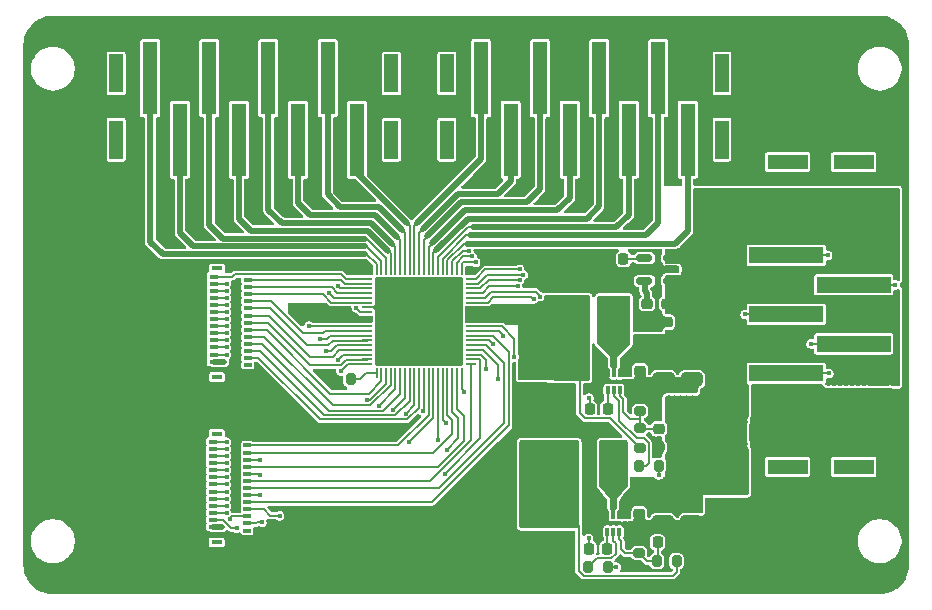
<source format=gbr>
%TF.GenerationSoftware,KiCad,Pcbnew,9.0.7*%
%TF.CreationDate,2026-02-19T01:58:27-08:00*%
%TF.ProjectId,matrix-driver,6d617472-6978-42d6-9472-697665722e6b,rev?*%
%TF.SameCoordinates,Original*%
%TF.FileFunction,Copper,L1,Top*%
%TF.FilePolarity,Positive*%
%FSLAX46Y46*%
G04 Gerber Fmt 4.6, Leading zero omitted, Abs format (unit mm)*
G04 Created by KiCad (PCBNEW 9.0.7) date 2026-02-19 01:58:27*
%MOMM*%
%LPD*%
G01*
G04 APERTURE LIST*
G04 Aperture macros list*
%AMRoundRect*
0 Rectangle with rounded corners*
0 $1 Rounding radius*
0 $2 $3 $4 $5 $6 $7 $8 $9 X,Y pos of 4 corners*
0 Add a 4 corners polygon primitive as box body*
4,1,4,$2,$3,$4,$5,$6,$7,$8,$9,$2,$3,0*
0 Add four circle primitives for the rounded corners*
1,1,$1+$1,$2,$3*
1,1,$1+$1,$4,$5*
1,1,$1+$1,$6,$7*
1,1,$1+$1,$8,$9*
0 Add four rect primitives between the rounded corners*
20,1,$1+$1,$2,$3,$4,$5,0*
20,1,$1+$1,$4,$5,$6,$7,0*
20,1,$1+$1,$6,$7,$8,$9,0*
20,1,$1+$1,$8,$9,$2,$3,0*%
G04 Aperture macros list end*
%TA.AperFunction,SMDPad,CuDef*%
%ADD10RoundRect,0.225000X0.225000X0.250000X-0.225000X0.250000X-0.225000X-0.250000X0.225000X-0.250000X0*%
%TD*%
%TA.AperFunction,SMDPad,CuDef*%
%ADD11RoundRect,0.225000X0.250000X-0.225000X0.250000X0.225000X-0.250000X0.225000X-0.250000X-0.225000X0*%
%TD*%
%TA.AperFunction,SMDPad,CuDef*%
%ADD12RoundRect,0.225000X-0.225000X-0.250000X0.225000X-0.250000X0.225000X0.250000X-0.225000X0.250000X0*%
%TD*%
%TA.AperFunction,SMDPad,CuDef*%
%ADD13R,2.057400X2.844800*%
%TD*%
%TA.AperFunction,SMDPad,CuDef*%
%ADD14R,6.299200X1.397000*%
%TD*%
%TA.AperFunction,SMDPad,CuDef*%
%ADD15R,3.403600X1.295400*%
%TD*%
%TA.AperFunction,SMDPad,CuDef*%
%ADD16RoundRect,0.200000X0.275000X-0.200000X0.275000X0.200000X-0.275000X0.200000X-0.275000X-0.200000X0*%
%TD*%
%TA.AperFunction,SMDPad,CuDef*%
%ADD17RoundRect,0.150000X0.512500X0.150000X-0.512500X0.150000X-0.512500X-0.150000X0.512500X-0.150000X0*%
%TD*%
%TA.AperFunction,SMDPad,CuDef*%
%ADD18R,1.295400X6.197600*%
%TD*%
%TA.AperFunction,SMDPad,CuDef*%
%ADD19R,1.193800X3.302000*%
%TD*%
%TA.AperFunction,SMDPad,CuDef*%
%ADD20RoundRect,0.200000X0.200000X0.275000X-0.200000X0.275000X-0.200000X-0.275000X0.200000X-0.275000X0*%
%TD*%
%TA.AperFunction,SMDPad,CuDef*%
%ADD21RoundRect,0.225000X-0.250000X0.225000X-0.250000X-0.225000X0.250000X-0.225000X0.250000X0.225000X0*%
%TD*%
%TA.AperFunction,SMDPad,CuDef*%
%ADD22RoundRect,0.087500X-0.087500X0.250000X-0.087500X-0.250000X0.087500X-0.250000X0.087500X0.250000X0*%
%TD*%
%TA.AperFunction,SMDPad,CuDef*%
%ADD23RoundRect,0.250000X-0.650000X0.325000X-0.650000X-0.325000X0.650000X-0.325000X0.650000X0.325000X0*%
%TD*%
%TA.AperFunction,SMDPad,CuDef*%
%ADD24R,0.800000X0.300000*%
%TD*%
%TA.AperFunction,SMDPad,CuDef*%
%ADD25R,0.650000X0.300000*%
%TD*%
%TA.AperFunction,SMDPad,CuDef*%
%ADD26R,0.950000X0.400000*%
%TD*%
%TA.AperFunction,SMDPad,CuDef*%
%ADD27RoundRect,0.250000X0.650000X-0.325000X0.650000X0.325000X-0.650000X0.325000X-0.650000X-0.325000X0*%
%TD*%
%TA.AperFunction,SMDPad,CuDef*%
%ADD28R,0.909599X0.204000*%
%TD*%
%TA.AperFunction,SMDPad,CuDef*%
%ADD29R,0.204000X0.909599*%
%TD*%
%TA.AperFunction,SMDPad,CuDef*%
%ADD30R,6.400800X6.400800*%
%TD*%
%TA.AperFunction,ViaPad*%
%ADD31C,0.400000*%
%TD*%
%TA.AperFunction,Conductor*%
%ADD32C,0.200000*%
%TD*%
%TA.AperFunction,Conductor*%
%ADD33C,0.500000*%
%TD*%
G04 APERTURE END LIST*
D10*
%TO.P,C14,2*%
%TO.N,Net-(U3-VFB)*%
X151200000Y-138100000D03*
%TO.P,C14,1*%
%TO.N,GND*%
X152750000Y-138100000D03*
%TD*%
D11*
%TO.P,C7,2*%
%TO.N,Net-(U1-VFB)*%
X151309800Y-128500000D03*
%TO.P,C7,1*%
%TO.N,GND*%
X151309800Y-130050000D03*
%TD*%
D12*
%TO.P,C8,2*%
%TO.N,Net-(U3-VBST)*%
X146925000Y-138650000D03*
%TO.P,C8,1*%
%TO.N,Net-(U3-SW)*%
X145375000Y-138650000D03*
%TD*%
D13*
%TO.P,L2,1,1*%
%TO.N,Net-(U3-SW)*%
X147440200Y-130850000D03*
%TO.P,L2,2,2*%
%TO.N,+2V8*%
X143300000Y-130850000D03*
%TD*%
%TO.P,L1,1,1*%
%TO.N,Net-(U1-SW)*%
X147490200Y-118800000D03*
%TO.P,L1,2,2*%
%TO.N,+3V8*%
X143350000Y-118800000D03*
%TD*%
D14*
%TO.P,J1,1,Pin_1*%
%TO.N,+12V*%
X162100000Y-108800000D03*
%TO.P,J1,2,Pin_2*%
X167800002Y-111300122D03*
%TO.P,J1,3,Pin_3*%
%TO.N,/3V8_EN*%
X162100000Y-113800244D03*
%TO.P,J1,4,Pin_4*%
%TO.N,/2V8_EN*%
X167800002Y-116300366D03*
%TO.P,J1,5,Pin_5*%
%TO.N,/SCLK*%
X162100000Y-118800488D03*
%TO.P,J1,6,Pin_6*%
%TO.N,/SIN*%
X167800002Y-121300610D03*
%TO.P,J1,7,Pin_7*%
%TO.N,/SOUT*%
X162100000Y-123800732D03*
%TO.P,J1,8,Pin_8*%
%TO.N,GND*%
X167800002Y-126300854D03*
%TO.P,J1,9,Pin_9*%
X162100000Y-128800976D03*
D15*
%TO.P,J1,10*%
%TO.N,N/C*%
X167800002Y-131700488D03*
%TO.P,J1,11*%
X167800002Y-105900488D03*
%TO.P,J1,12*%
X162200003Y-131700513D03*
%TO.P,J1,13*%
X162200003Y-105900463D03*
%TD*%
D16*
%TO.P,R3,1*%
%TO.N,Net-(U1-VFB)*%
X149700000Y-127000000D03*
%TO.P,R3,2*%
%TO.N,GND*%
X149700000Y-125350000D03*
%TD*%
D17*
%TO.P,IC1,1,VIN*%
%TO.N,+12V*%
X152362500Y-115950000D03*
%TO.P,IC1,2,GND*%
%TO.N,GND*%
X152362500Y-115000000D03*
%TO.P,IC1,3,EN*%
%TO.N,+12V*%
X152362500Y-114050000D03*
%TO.P,IC1,4,BYP*%
%TO.N,Net-(IC1-BYP)*%
X150087500Y-114050000D03*
%TO.P,IC1,5,VOUT*%
%TO.N,+3V3*%
X150087500Y-115950000D03*
%TD*%
D18*
%TO.P,J2,1,Pin_1*%
%TO.N,/LINE0*%
X108250000Y-98805700D03*
%TO.P,J2,2,Pin_2*%
%TO.N,/LINE1*%
X110750000Y-104005700D03*
%TO.P,J2,3,Pin_3*%
%TO.N,/LINE2*%
X113250000Y-98805700D03*
%TO.P,J2,4,Pin_4*%
%TO.N,/LINE3*%
X115750000Y-104005700D03*
%TO.P,J2,5,Pin_5*%
%TO.N,/LINE4*%
X118250000Y-98805700D03*
%TO.P,J2,6,Pin_6*%
%TO.N,/LINE5*%
X120750000Y-104005700D03*
%TO.P,J2,7,Pin_7*%
%TO.N,/LINE6*%
X123250000Y-98805700D03*
%TO.P,J2,8,Pin_8*%
%TO.N,/LINE7*%
X125750000Y-104005700D03*
D19*
%TO.P,J2,9*%
%TO.N,N/C*%
X105350000Y-98405701D03*
%TO.P,J2,10*%
X128650000Y-98405701D03*
%TO.P,J2,11*%
X105350000Y-104005700D03*
%TO.P,J2,12*%
X128650000Y-104005700D03*
%TD*%
D20*
%TO.P,R4,1*%
%TO.N,/2V8_EN*%
X146975000Y-140200000D03*
%TO.P,R4,2*%
%TO.N,Net-(U3-EN)*%
X145325000Y-140200000D03*
%TD*%
D21*
%TO.P,C17,1*%
%TO.N,+12V*%
X152000000Y-117900000D03*
%TO.P,C17,2*%
%TO.N,GND*%
X152000000Y-119450000D03*
%TD*%
D12*
%TO.P,C1,1*%
%TO.N,Net-(U1-SW)*%
X145440200Y-126800000D03*
%TO.P,C1,2*%
%TO.N,Net-(U1-VBST)*%
X146990200Y-126800000D03*
%TD*%
D22*
%TO.P,U1,1,VIN*%
%TO.N,+12V*%
X147990200Y-123787500D03*
%TO.P,U1,2,SW*%
%TO.N,Net-(U1-SW)*%
X147490200Y-123787500D03*
%TO.P,U1,3,GND*%
%TO.N,GND*%
X146990200Y-123787500D03*
%TO.P,U1,4,VBST*%
%TO.N,Net-(U1-VBST)*%
X146990200Y-125212500D03*
%TO.P,U1,5,EN*%
%TO.N,Net-(U1-EN)*%
X147490200Y-125212500D03*
%TO.P,U1,6,VFB*%
%TO.N,Net-(U1-VFB)*%
X147990200Y-125212500D03*
%TD*%
D23*
%TO.P,C2,1*%
%TO.N,+12V*%
X154100000Y-121350000D03*
%TO.P,C2,2*%
%TO.N,GND*%
X154100000Y-124300000D03*
%TD*%
D16*
%TO.P,R6,1*%
%TO.N,Net-(U3-VFB)*%
X149650000Y-139025000D03*
%TO.P,R6,2*%
%TO.N,GND*%
X149650000Y-137375000D03*
%TD*%
D21*
%TO.P,C4,1*%
%TO.N,+12V*%
X149700000Y-122025000D03*
%TO.P,C4,2*%
%TO.N,GND*%
X149700000Y-123575000D03*
%TD*%
D24*
%TO.P,J3,1,Pin_1*%
%TO.N,/R0*%
X113608200Y-115600000D03*
D25*
%TO.P,J3,2,Pin_2*%
%TO.N,/G0*%
X116483200Y-115900000D03*
D24*
%TO.P,J3,3,Pin_3*%
%TO.N,/B0*%
X113608200Y-116200000D03*
D25*
%TO.P,J3,4,Pin_4*%
%TO.N,/R1*%
X116483200Y-116500000D03*
D24*
%TO.P,J3,5,Pin_5*%
%TO.N,/G1*%
X113608200Y-116800000D03*
D25*
%TO.P,J3,6,Pin_6*%
%TO.N,/B1*%
X116483200Y-117100000D03*
D24*
%TO.P,J3,7,Pin_7*%
%TO.N,/R2*%
X113608200Y-117400000D03*
D25*
%TO.P,J3,8,Pin_8*%
%TO.N,/G2*%
X116483200Y-117700000D03*
D24*
%TO.P,J3,9,Pin_9*%
%TO.N,/B2*%
X113608200Y-118000000D03*
D25*
%TO.P,J3,10,Pin_10*%
%TO.N,/R3*%
X116483200Y-118300000D03*
D24*
%TO.P,J3,11,Pin_11*%
%TO.N,/G3*%
X113608200Y-118600000D03*
D25*
%TO.P,J3,12,Pin_12*%
%TO.N,/B3*%
X116483200Y-118900000D03*
D24*
%TO.P,J3,13,Pin_13*%
%TO.N,/R4*%
X113608200Y-119200000D03*
D25*
%TO.P,J3,14,Pin_14*%
%TO.N,/G4*%
X116483200Y-119500000D03*
D24*
%TO.P,J3,15,Pin_15*%
%TO.N,/B4*%
X113608200Y-119800000D03*
D25*
%TO.P,J3,16,Pin_16*%
%TO.N,/R5*%
X116483200Y-120100000D03*
D24*
%TO.P,J3,17,Pin_17*%
%TO.N,/G5*%
X113608200Y-120400000D03*
D25*
%TO.P,J3,18,Pin_18*%
%TO.N,/B5*%
X116483200Y-120700000D03*
D24*
%TO.P,J3,19,Pin_19*%
%TO.N,/R6*%
X113608200Y-121000000D03*
D25*
%TO.P,J3,20,Pin_20*%
%TO.N,/G6*%
X116483200Y-121300000D03*
D24*
%TO.P,J3,21,Pin_21*%
%TO.N,/B6*%
X113608200Y-121600000D03*
D25*
%TO.P,J3,22,Pin_22*%
%TO.N,/R7*%
X116483200Y-121900000D03*
D24*
%TO.P,J3,23,Pin_23*%
%TO.N,/G7*%
X113608200Y-122200000D03*
D25*
%TO.P,J3,24,Pin_24*%
%TO.N,/B7*%
X116483200Y-122500000D03*
D24*
%TO.P,J3,25,Pin_25*%
%TO.N,+3V3*%
X113608200Y-122800000D03*
D25*
%TO.P,J3,26,Pin_26*%
%TO.N,/interconnect/TH1*%
X116483200Y-123100000D03*
D24*
%TO.P,J3,27,Pin_27*%
%TO.N,GND*%
X113608200Y-123400000D03*
D26*
%TO.P,J3,MP*%
%TO.N,N/C*%
X113883200Y-114900000D03*
X113883200Y-124100000D03*
%TD*%
D18*
%TO.P,J5,1,Pin_1*%
%TO.N,/LINE8*%
X136250000Y-98805700D03*
%TO.P,J5,2,Pin_2*%
%TO.N,/LINE9*%
X138750000Y-104005700D03*
%TO.P,J5,3,Pin_3*%
%TO.N,/LINE10*%
X141250000Y-98805700D03*
%TO.P,J5,4,Pin_4*%
%TO.N,/LINE11*%
X143750000Y-104005700D03*
%TO.P,J5,5,Pin_5*%
%TO.N,/LINE12*%
X146250000Y-98805700D03*
%TO.P,J5,6,Pin_6*%
%TO.N,/LINE13*%
X148750000Y-104005700D03*
%TO.P,J5,7,Pin_7*%
%TO.N,/LINE14*%
X151250000Y-98805700D03*
%TO.P,J5,8,Pin_8*%
%TO.N,/LINE15*%
X153750000Y-104005700D03*
D19*
%TO.P,J5,9*%
%TO.N,N/C*%
X133350000Y-98405701D03*
%TO.P,J5,10*%
X156650000Y-98405701D03*
%TO.P,J5,11*%
X133350000Y-104005700D03*
%TO.P,J5,12*%
X156650000Y-104005700D03*
%TD*%
D27*
%TO.P,C13,1*%
%TO.N,GND*%
X143300000Y-137975000D03*
%TO.P,C13,2*%
%TO.N,+2V8*%
X143300000Y-135025000D03*
%TD*%
D23*
%TO.P,C3,1*%
%TO.N,+12V*%
X151700000Y-121350000D03*
%TO.P,C3,2*%
%TO.N,GND*%
X151700000Y-124300000D03*
%TD*%
D16*
%TO.P,R2,1*%
%TO.N,+3V8*%
X149700000Y-130100000D03*
%TO.P,R2,2*%
%TO.N,Net-(U1-VFB)*%
X149700000Y-128450000D03*
%TD*%
D10*
%TO.P,C19,1*%
%TO.N,Net-(IC1-BYP)*%
X148300000Y-114100000D03*
%TO.P,C19,2*%
%TO.N,GND*%
X146750000Y-114100000D03*
%TD*%
D21*
%TO.P,C11,2*%
%TO.N,GND*%
X149650000Y-135700000D03*
%TO.P,C11,1*%
%TO.N,+12V*%
X149650000Y-134150000D03*
%TD*%
D27*
%TO.P,C12,1*%
%TO.N,GND*%
X140800000Y-137975000D03*
%TO.P,C12,2*%
%TO.N,+2V8*%
X140800000Y-135025000D03*
%TD*%
D20*
%TO.P,R1,1*%
%TO.N,/3V8_EN*%
X151300000Y-131600000D03*
%TO.P,R1,2*%
%TO.N,Net-(U1-EN)*%
X149650000Y-131600000D03*
%TD*%
%TO.P,R7,1*%
%TO.N,Net-(U2-IREF)*%
X125200000Y-124300000D03*
%TO.P,R7,2*%
%TO.N,GND*%
X123550000Y-124300000D03*
%TD*%
D28*
%TO.P,U2,1,R0*%
%TO.N,/R0*%
X126608200Y-115800000D03*
%TO.P,U2,2,G0*%
%TO.N,/G0*%
X126608199Y-116200001D03*
%TO.P,U2,3,B0*%
%TO.N,/B0*%
X126608200Y-116600001D03*
%TO.P,U2,4,R1*%
%TO.N,/R1*%
X126608200Y-117000000D03*
%TO.P,U2,5,G1*%
%TO.N,/G1*%
X126608200Y-117400002D03*
%TO.P,U2,6,B1*%
%TO.N,/B1*%
X126608200Y-117800000D03*
%TO.P,U2,7,GND*%
%TO.N,GND*%
X126608200Y-118199999D03*
%TO.P,U2,8,VCC*%
%TO.N,+3V3*%
X126608200Y-118599998D03*
%TO.P,U2,9,VR*%
%TO.N,+2V8*%
X126608199Y-119000001D03*
%TO.P,U2,10,VR*%
X126608199Y-119400000D03*
%TO.P,U2,11,R2*%
%TO.N,/R2*%
X126608199Y-119799999D03*
%TO.P,U2,12,G2*%
%TO.N,/G2*%
X126608200Y-120200002D03*
%TO.P,U2,13,B2*%
%TO.N,/B2*%
X126608200Y-120600001D03*
%TO.P,U2,14,R3*%
%TO.N,/R3*%
X126608200Y-121000000D03*
%TO.P,U2,15,G3*%
%TO.N,/G3*%
X126608200Y-121399998D03*
%TO.P,U2,16,B3*%
%TO.N,/B3*%
X126608200Y-121800000D03*
%TO.P,U2,17,R4*%
%TO.N,/R4*%
X126608200Y-122199999D03*
%TO.P,U2,18,G4*%
%TO.N,/G4*%
X126608199Y-122599999D03*
%TO.P,U2,19,B4*%
%TO.N,/B4*%
X126608200Y-123000000D03*
D29*
%TO.P,U2,20,IREF*%
%TO.N,Net-(U2-IREF)*%
X127400000Y-123791800D03*
%TO.P,U2,21,R5*%
%TO.N,/R5*%
X127800001Y-123791801D03*
%TO.P,U2,22,G5*%
%TO.N,/G5*%
X128200001Y-123791800D03*
%TO.P,U2,23,B5*%
%TO.N,/B5*%
X128600000Y-123791800D03*
%TO.P,U2,24,R6*%
%TO.N,/R6*%
X128999999Y-123791800D03*
%TO.P,U2,25,G6*%
%TO.N,/G6*%
X129400000Y-123791800D03*
%TO.P,U2,26,B6*%
%TO.N,/B6*%
X129799999Y-123791800D03*
%TO.P,U2,27,R7*%
%TO.N,/R7*%
X130199998Y-123791800D03*
%TO.P,U2,28,G7*%
%TO.N,/G7*%
X130600001Y-123791801D03*
%TO.P,U2,29,B7*%
%TO.N,/B7*%
X131000000Y-123791801D03*
%TO.P,U2,30,B8*%
%TO.N,/B8*%
X131399999Y-123791801D03*
%TO.P,U2,31,G8*%
%TO.N,/G8*%
X131800002Y-123791800D03*
%TO.P,U2,32,R8*%
%TO.N,/R8*%
X132200001Y-123791800D03*
%TO.P,U2,33,B9*%
%TO.N,/B9*%
X132600000Y-123791800D03*
%TO.P,U2,34,G9*%
%TO.N,/G9*%
X132999998Y-123791800D03*
%TO.P,U2,35,R9*%
%TO.N,/R9*%
X133400000Y-123791800D03*
%TO.P,U2,36,B10*%
%TO.N,/B10*%
X133799999Y-123791800D03*
%TO.P,U2,37,G10*%
%TO.N,/G10*%
X134199999Y-123791801D03*
%TO.P,U2,38,R10*%
%TO.N,/R10*%
X134600000Y-123791800D03*
D28*
%TO.P,U2,39,B11*%
%TO.N,/B11*%
X135391800Y-123000000D03*
%TO.P,U2,40,G11*%
%TO.N,/G11*%
X135391801Y-122599999D03*
%TO.P,U2,41,R11*%
%TO.N,/R11*%
X135391800Y-122199999D03*
%TO.P,U2,42,B12*%
%TO.N,/B12*%
X135391800Y-121800000D03*
%TO.P,U2,43,G12*%
%TO.N,/G12*%
X135391800Y-121400001D03*
%TO.P,U2,44,R12*%
%TO.N,/R12*%
X135391800Y-121000000D03*
%TO.P,U2,45,B13*%
%TO.N,/B13*%
X135391800Y-120600001D03*
%TO.P,U2,46,G13*%
%TO.N,/G13*%
X135391800Y-120200002D03*
%TO.P,U2,47,R13*%
%TO.N,/R13*%
X135391801Y-119799999D03*
%TO.P,U2,48,VB*%
%TO.N,+3V8*%
X135391801Y-119400000D03*
%TO.P,U2,49,VB*%
X135391801Y-119000001D03*
%TO.P,U2,50,VG*%
X135391800Y-118599998D03*
%TO.P,U2,51,VG*%
X135391800Y-118199999D03*
%TO.P,U2,52,B14*%
%TO.N,/B14*%
X135391800Y-117800000D03*
%TO.P,U2,53,G14*%
%TO.N,/G14*%
X135391800Y-117400002D03*
%TO.P,U2,54,R14*%
%TO.N,/R14*%
X135391800Y-117000000D03*
%TO.P,U2,55,B15*%
%TO.N,/B15*%
X135391800Y-116600001D03*
%TO.P,U2,56,G15*%
%TO.N,/G15*%
X135391801Y-116200001D03*
%TO.P,U2,57,R15*%
%TO.N,/R15*%
X135391800Y-115800000D03*
D29*
%TO.P,U2,58,SOUT*%
%TO.N,/SOUT*%
X134600000Y-115008200D03*
%TO.P,U2,59,SIN*%
%TO.N,/SIN*%
X134199999Y-115008199D03*
%TO.P,U2,60,SCLK*%
%TO.N,/SCLK*%
X133799999Y-115008200D03*
%TO.P,U2,61,LINE15*%
%TO.N,/LINE15*%
X133400000Y-115008200D03*
%TO.P,U2,62,LINE14*%
%TO.N,/LINE14*%
X133000001Y-115008200D03*
%TO.P,U2,63,LINE13*%
%TO.N,/LINE13*%
X132600000Y-115008200D03*
%TO.P,U2,64,LINE12*%
%TO.N,/LINE12*%
X132200001Y-115008200D03*
%TO.P,U2,65,LINE11*%
%TO.N,/LINE11*%
X131800002Y-115008200D03*
%TO.P,U2,66,LINE10*%
%TO.N,/LINE10*%
X131399999Y-115008199D03*
%TO.P,U2,67,LINE9*%
%TO.N,/LINE9*%
X131000000Y-115008199D03*
%TO.P,U2,68,LINE8*%
%TO.N,/LINE8*%
X130600001Y-115008199D03*
%TO.P,U2,69,LINE7*%
%TO.N,/LINE7*%
X130199998Y-115008200D03*
%TO.P,U2,70,LINE6*%
%TO.N,/LINE6*%
X129799999Y-115008200D03*
%TO.P,U2,71,LINE5*%
%TO.N,/LINE5*%
X129400000Y-115008200D03*
%TO.P,U2,72,LINE4*%
%TO.N,/LINE4*%
X129000002Y-115008200D03*
%TO.P,U2,73,LINE3*%
%TO.N,/LINE3*%
X128600000Y-115008200D03*
%TO.P,U2,74,LINE2*%
%TO.N,/LINE2*%
X128200001Y-115008200D03*
%TO.P,U2,75,LINE1*%
%TO.N,/LINE1*%
X127800001Y-115008199D03*
%TO.P,U2,76,LINE0*%
%TO.N,/LINE0*%
X127400000Y-115008200D03*
D30*
%TO.P,U2,77,EPAD*%
%TO.N,GND*%
X131000000Y-119400000D03*
%TD*%
D22*
%TO.P,U3,1,VIN*%
%TO.N,+12V*%
X147950000Y-135787500D03*
%TO.P,U3,2,SW*%
%TO.N,Net-(U3-SW)*%
X147450000Y-135787500D03*
%TO.P,U3,3,GND*%
%TO.N,GND*%
X146950000Y-135787500D03*
%TO.P,U3,4,VBST*%
%TO.N,Net-(U3-VBST)*%
X146950000Y-137212500D03*
%TO.P,U3,5,EN*%
%TO.N,Net-(U3-EN)*%
X147450000Y-137212500D03*
%TO.P,U3,6,VFB*%
%TO.N,Net-(U3-VFB)*%
X147950000Y-137212500D03*
%TD*%
D27*
%TO.P,C6,1*%
%TO.N,GND*%
X140790200Y-125875000D03*
%TO.P,C6,2*%
%TO.N,+3V8*%
X140790200Y-122925000D03*
%TD*%
D21*
%TO.P,C18,1*%
%TO.N,+3V3*%
X150300000Y-117900000D03*
%TO.P,C18,2*%
%TO.N,GND*%
X150300000Y-119450000D03*
%TD*%
D24*
%TO.P,J4,1,Pin_1*%
%TO.N,/R8*%
X113578566Y-129600000D03*
D25*
%TO.P,J4,2,Pin_2*%
%TO.N,/G8*%
X116453566Y-129900000D03*
D24*
%TO.P,J4,3,Pin_3*%
%TO.N,/B8*%
X113578566Y-130200000D03*
D25*
%TO.P,J4,4,Pin_4*%
%TO.N,/R9*%
X116453566Y-130500000D03*
D24*
%TO.P,J4,5,Pin_5*%
%TO.N,/G9*%
X113578566Y-130800000D03*
D25*
%TO.P,J4,6,Pin_6*%
%TO.N,/B9*%
X116453566Y-131100000D03*
D24*
%TO.P,J4,7,Pin_7*%
%TO.N,/R10*%
X113578566Y-131400000D03*
D25*
%TO.P,J4,8,Pin_8*%
%TO.N,/G10*%
X116453566Y-131700000D03*
D24*
%TO.P,J4,9,Pin_9*%
%TO.N,/B10*%
X113578566Y-132000000D03*
D25*
%TO.P,J4,10,Pin_10*%
%TO.N,/R11*%
X116453566Y-132300000D03*
D24*
%TO.P,J4,11,Pin_11*%
%TO.N,/G11*%
X113578566Y-132600000D03*
D25*
%TO.P,J4,12,Pin_12*%
%TO.N,/B11*%
X116453566Y-132900000D03*
D24*
%TO.P,J4,13,Pin_13*%
%TO.N,/R12*%
X113578566Y-133200000D03*
D25*
%TO.P,J4,14,Pin_14*%
%TO.N,/G12*%
X116453566Y-133500000D03*
D24*
%TO.P,J4,15,Pin_15*%
%TO.N,/B12*%
X113578566Y-133800000D03*
D25*
%TO.P,J4,16,Pin_16*%
%TO.N,/R13*%
X116453566Y-134100000D03*
D24*
%TO.P,J4,17,Pin_17*%
%TO.N,/G13*%
X113578566Y-134400000D03*
D25*
%TO.P,J4,18,Pin_18*%
%TO.N,/B13*%
X116453566Y-134700000D03*
D24*
%TO.P,J4,19,Pin_19*%
%TO.N,/R14*%
X113578566Y-135000000D03*
D25*
%TO.P,J4,20,Pin_20*%
%TO.N,/G14*%
X116453566Y-135300000D03*
D24*
%TO.P,J4,21,Pin_21*%
%TO.N,/B14*%
X113578566Y-135600000D03*
D25*
%TO.P,J4,22,Pin_22*%
%TO.N,/R15*%
X116453566Y-135900000D03*
D24*
%TO.P,J4,23,Pin_23*%
%TO.N,/G15*%
X113578566Y-136200000D03*
D25*
%TO.P,J4,24,Pin_24*%
%TO.N,/B15*%
X116453566Y-136500000D03*
D24*
%TO.P,J4,25,Pin_25*%
%TO.N,+3V3*%
X113578566Y-136800000D03*
D25*
%TO.P,J4,26,Pin_26*%
%TO.N,/interconnect/TH2*%
X116453566Y-137100000D03*
D24*
%TO.P,J4,27,Pin_27*%
%TO.N,GND*%
X113578566Y-137400000D03*
D26*
%TO.P,J4,MP*%
%TO.N,N/C*%
X113853566Y-128900000D03*
X113853566Y-138100000D03*
%TD*%
D23*
%TO.P,C10,2*%
%TO.N,GND*%
X151650000Y-136400000D03*
%TO.P,C10,1*%
%TO.N,+12V*%
X151650000Y-133450000D03*
%TD*%
D20*
%TO.P,R5,1*%
%TO.N,+2V8*%
X152800000Y-139700000D03*
%TO.P,R5,2*%
%TO.N,Net-(U3-VFB)*%
X151150000Y-139700000D03*
%TD*%
D23*
%TO.P,C9,2*%
%TO.N,GND*%
X154050000Y-136400000D03*
%TO.P,C9,1*%
%TO.N,+12V*%
X154050000Y-133450000D03*
%TD*%
D27*
%TO.P,C5,1*%
%TO.N,GND*%
X143290200Y-125875000D03*
%TO.P,C5,2*%
%TO.N,+3V8*%
X143290200Y-122925000D03*
%TD*%
D31*
%TO.N,GND*%
X153500000Y-138100000D03*
X151200000Y-119700000D03*
X151200000Y-119200000D03*
X146800000Y-114900000D03*
X150751005Y-129266734D03*
X151300000Y-129300000D03*
X124300000Y-124800000D03*
X124300000Y-124300000D03*
%TO.N,/2V8_EN*%
X147700000Y-140200000D03*
X171300000Y-116300000D03*
%TO.N,/3V8_EN*%
X165600000Y-113800000D03*
%TO.N,GND*%
X164900000Y-125200000D03*
X165900000Y-125200000D03*
X165400000Y-125200000D03*
X166400000Y-125200000D03*
X167400000Y-125200000D03*
X170400000Y-127400000D03*
X170900000Y-127400000D03*
X169400000Y-125200000D03*
X166900000Y-125200000D03*
X168900000Y-125200000D03*
X168400000Y-125200000D03*
X169900000Y-125200000D03*
X167900000Y-127400000D03*
X168400000Y-127400000D03*
X168900000Y-127400000D03*
X165900000Y-127400000D03*
X169400000Y-127400000D03*
X166400000Y-127400000D03*
X169900000Y-127400000D03*
X167400000Y-127400000D03*
X166900000Y-127400000D03*
X170900000Y-125200000D03*
X170400000Y-125200000D03*
X167900000Y-125200000D03*
X164700000Y-127700000D03*
X165200000Y-127700000D03*
X162200000Y-127700000D03*
X162700000Y-127700000D03*
X159700000Y-127700000D03*
X163200000Y-127700000D03*
X160200000Y-127700000D03*
X163700000Y-127700000D03*
X160700000Y-127700000D03*
X164200000Y-127700000D03*
X161700000Y-127700000D03*
X161200000Y-127700000D03*
X159200000Y-127700000D03*
X164700000Y-129900000D03*
X165200000Y-129900000D03*
X164200000Y-129900000D03*
X162200000Y-129900000D03*
X162700000Y-129900000D03*
X163200000Y-129900000D03*
X163700000Y-129900000D03*
X161700000Y-129900000D03*
X161200000Y-129900000D03*
X160700000Y-129900000D03*
X160200000Y-129900000D03*
X159700000Y-129900000D03*
X159200000Y-129900000D03*
X154100000Y-137200000D03*
X154600000Y-137200000D03*
X153100000Y-137200000D03*
X153600000Y-137200000D03*
X152100000Y-137200000D03*
X152600000Y-137200000D03*
X151600000Y-137200000D03*
X152900000Y-125300000D03*
X153400000Y-125300000D03*
X153900000Y-125300000D03*
X154400000Y-125300000D03*
X152400000Y-125300000D03*
X151900000Y-125300000D03*
X151400000Y-125300000D03*
X150900000Y-125300000D03*
X150500000Y-124500000D03*
X150400000Y-136500000D03*
X149900000Y-136500000D03*
X149400000Y-136500000D03*
X148900000Y-136500000D03*
X148400000Y-136500000D03*
X145900000Y-137000000D03*
X145900000Y-136500000D03*
X145900000Y-136000000D03*
X146400000Y-136000000D03*
X146400000Y-137000000D03*
X146400000Y-136500000D03*
X146900000Y-136500000D03*
X147400000Y-136500000D03*
X147900000Y-136500000D03*
X148800000Y-138300000D03*
%TO.N,/3V8_EN*%
X151300000Y-132400000D03*
%TO.N,GND*%
X112700000Y-123400000D03*
X112700000Y-137400000D03*
%TO.N,+3V3*%
X114300000Y-136800000D03*
X114500000Y-122811000D03*
X150300000Y-117200000D03*
X150100000Y-116500000D03*
%TO.N,+2V8*%
X144300000Y-136000000D03*
X144300000Y-136500000D03*
X139800000Y-136000000D03*
X139800000Y-136500000D03*
X143800000Y-136500000D03*
X142300000Y-136500000D03*
X142800000Y-136500000D03*
X143300000Y-136500000D03*
X142300000Y-136000000D03*
X143300000Y-136000000D03*
X142800000Y-136000000D03*
X143800000Y-136000000D03*
X141800000Y-136500000D03*
X140300000Y-136500000D03*
X140800000Y-136500000D03*
X141300000Y-136500000D03*
X140300000Y-136000000D03*
X141300000Y-136000000D03*
X140800000Y-136000000D03*
X141800000Y-136000000D03*
X123200000Y-118800000D03*
X123700000Y-119300000D03*
X122700000Y-119300000D03*
X123200000Y-119300000D03*
X122700000Y-118800000D03*
X124200000Y-118800000D03*
X123700000Y-118800000D03*
X124200000Y-119300000D03*
%TO.N,+3V3*%
X125700000Y-118260000D03*
%TO.N,GND*%
X127400000Y-118200000D03*
%TO.N,+2V8*%
X120700000Y-118300000D03*
X120700000Y-118800000D03*
X121200000Y-118800000D03*
X121200000Y-118300000D03*
X121700000Y-118300000D03*
X121700000Y-118800000D03*
X122200000Y-118300000D03*
X122200000Y-118800000D03*
X124700000Y-118800000D03*
X124700000Y-119300000D03*
X125200000Y-118800000D03*
X125200000Y-119300000D03*
X140000000Y-133000000D03*
X140000000Y-134000000D03*
X141500000Y-134000000D03*
X140500000Y-134000000D03*
X141000000Y-134000000D03*
X141000000Y-133500000D03*
X140500000Y-133500000D03*
X141500000Y-133500000D03*
X140000000Y-133500000D03*
X140500000Y-133000000D03*
X141500000Y-133000000D03*
X141000000Y-133000000D03*
X144100000Y-133200000D03*
X143600000Y-133200000D03*
X143100000Y-133200000D03*
X142600000Y-133200000D03*
X142600000Y-132700000D03*
X143100000Y-132700000D03*
X143600000Y-132700000D03*
X144100000Y-132700000D03*
%TO.N,/R15*%
X139516954Y-114980000D03*
%TO.N,/SOUT*%
X135800000Y-114400000D03*
X165700000Y-123800000D03*
%TO.N,/SIN*%
X164200000Y-121300000D03*
X135500000Y-113900000D03*
%TO.N,/SCLK*%
X158600000Y-118800000D03*
X135200000Y-113410000D03*
%TO.N,GND*%
X151237500Y-115000000D03*
%TO.N,Net-(U3-SW)*%
X147450000Y-135100000D03*
X145350000Y-137750000D03*
%TO.N,GND*%
X145890200Y-125000000D03*
X145890200Y-124500000D03*
X145890200Y-124000000D03*
X146390200Y-125000000D03*
X146390200Y-124500000D03*
X146390200Y-124000000D03*
X149990200Y-124500000D03*
X149490200Y-124500000D03*
X148990200Y-124500000D03*
X148490200Y-124500000D03*
X147990200Y-124500000D03*
X147490200Y-124500000D03*
X146990200Y-124500000D03*
%TO.N,Net-(U1-SW)*%
X147490200Y-123000000D03*
X145390200Y-125900000D03*
%TO.N,GND*%
X129200000Y-116700000D03*
X131900000Y-122100000D03*
X129200000Y-121200000D03*
X131000000Y-121200000D03*
X133700000Y-118500000D03*
X132800000Y-120300000D03*
X132800000Y-117600000D03*
X130100000Y-116700000D03*
X132800000Y-121200000D03*
X131000000Y-117600000D03*
X133700000Y-122100000D03*
X133700000Y-117600000D03*
X128300000Y-117600000D03*
X131900000Y-116700000D03*
X128300000Y-116700000D03*
X128300000Y-120300000D03*
X129200000Y-120300000D03*
X132800000Y-118500000D03*
X131900000Y-117600000D03*
X131000000Y-120300000D03*
X132800000Y-116700000D03*
X133700000Y-119400000D03*
X131900000Y-118500000D03*
X133700000Y-116700000D03*
X129200000Y-119400000D03*
X128300000Y-119400000D03*
X130100000Y-121200000D03*
X130100000Y-119400000D03*
X129200000Y-117600000D03*
X130100000Y-118500000D03*
X133700000Y-120300000D03*
X129200000Y-118500000D03*
X131900000Y-119400000D03*
X131900000Y-121200000D03*
X128300000Y-121200000D03*
X132800000Y-122100000D03*
X133700000Y-121200000D03*
X131000000Y-118500000D03*
X130100000Y-117600000D03*
X132800000Y-119400000D03*
X131000000Y-122100000D03*
X128300000Y-118500000D03*
X129200000Y-122100000D03*
X130100000Y-120300000D03*
X131000000Y-119400000D03*
X131900000Y-120300000D03*
X128300000Y-122100000D03*
X131000000Y-116700000D03*
X130100000Y-122100000D03*
%TO.N,/G1*%
X114708200Y-116800000D03*
X123398754Y-116961246D03*
%TO.N,/R2*%
X114708200Y-117400000D03*
X121700000Y-119800000D03*
%TO.N,/G5*%
X126600000Y-126040000D03*
X114708200Y-120400000D03*
%TO.N,/G3*%
X123100000Y-121900000D03*
X114708200Y-118600000D03*
%TO.N,/B0*%
X124100000Y-116360000D03*
X114708200Y-116200000D03*
%TO.N,/R4*%
X114708200Y-119200000D03*
X124169464Y-122630536D03*
%TO.N,/G7*%
X114708200Y-122200000D03*
X129854730Y-127194730D03*
%TO.N,/B6*%
X114708200Y-121600000D03*
X128785230Y-126864230D03*
%TO.N,/B2*%
X122600000Y-120860000D03*
X114708200Y-118000000D03*
%TO.N,/B4*%
X124400000Y-123600000D03*
X114708200Y-119800000D03*
%TO.N,/R6*%
X127600000Y-126518000D03*
X114708200Y-121000000D03*
%TO.N,/B10*%
X114700000Y-132000000D03*
X133326516Y-130273484D03*
%TO.N,/R10*%
X114700000Y-131400000D03*
X134825270Y-125374730D03*
%TO.N,/G13*%
X114700000Y-134400000D03*
X138100000Y-120600000D03*
%TO.N,/B12*%
X114700000Y-133800000D03*
X137660000Y-124300000D03*
%TO.N,/G14*%
X141219949Y-117292020D03*
X119200000Y-135860000D03*
%TO.N,/R14*%
X114700000Y-135000000D03*
X139350000Y-116440000D03*
%TO.N,/R15*%
X115000000Y-136100000D03*
%TO.N,/G15*%
X115600000Y-136900000D03*
X139838980Y-115440000D03*
%TO.N,/R12*%
X137225270Y-121274730D03*
X114700000Y-133200000D03*
%TO.N,/G11*%
X133200270Y-132300270D03*
X114700000Y-132600000D03*
%TO.N,/R13*%
X117500000Y-134121000D03*
X139060000Y-122400000D03*
%TO.N,/B8*%
X114700000Y-130200000D03*
X131340002Y-127009835D03*
%TO.N,/G9*%
X133318000Y-128030047D03*
X114700000Y-130800000D03*
%TO.N,/R8*%
X114700000Y-129600000D03*
X130150540Y-129600000D03*
%TO.N,/B9*%
X117500000Y-131100000D03*
X132600000Y-129400000D03*
%TO.N,/B14*%
X140700000Y-117500000D03*
X114700000Y-135600000D03*
%TO.N,/B15*%
X117700000Y-136400000D03*
X139511081Y-115900000D03*
%TO.N,/R11*%
X136660000Y-123400000D03*
X117500000Y-132400000D03*
%TO.N,GND*%
X151100000Y-137200000D03*
%TD*%
D32*
%TO.N,/G14*%
X118400000Y-135860000D02*
X117840000Y-135300000D01*
X119200000Y-135860000D02*
X118400000Y-135860000D01*
X117840000Y-135300000D02*
X116453566Y-135300000D01*
%TO.N,/R0*%
X124800000Y-115800000D02*
X126608200Y-115800000D01*
X124400000Y-115400000D02*
X124800000Y-115800000D01*
X115400000Y-115400000D02*
X124400000Y-115400000D01*
X115200000Y-115600000D02*
X115400000Y-115400000D01*
X113608200Y-115600000D02*
X115200000Y-115600000D01*
%TO.N,Net-(IC1-BYP)*%
X150037500Y-114100000D02*
X150087500Y-114050000D01*
X148300000Y-114100000D02*
X150037500Y-114100000D01*
%TO.N,/2V8_EN*%
X146975000Y-140200000D02*
X147700000Y-140200000D01*
X171299634Y-116300366D02*
X171300000Y-116300000D01*
X167800002Y-116300366D02*
X171299634Y-116300366D01*
%TO.N,/3V8_EN*%
X165599756Y-113800244D02*
X165600000Y-113800000D01*
X162100000Y-113800244D02*
X165599756Y-113800244D01*
%TO.N,Net-(U3-VBST)*%
X146950000Y-138625000D02*
X146925000Y-138650000D01*
X146950000Y-137212500D02*
X146950000Y-138625000D01*
X146950000Y-137262500D02*
X146950000Y-137212500D01*
%TO.N,Net-(U3-EN)*%
X147636000Y-139107542D02*
X147279542Y-139464000D01*
X147279542Y-139464000D02*
X146061000Y-139464000D01*
X147636000Y-138192458D02*
X147636000Y-139107542D01*
X147450000Y-138006458D02*
X147636000Y-138192458D01*
X146061000Y-139464000D02*
X145325000Y-140200000D01*
X147450000Y-137212500D02*
X147450000Y-138006458D01*
%TO.N,Net-(U3-VFB)*%
X148425000Y-139025000D02*
X149650000Y-139025000D01*
X148100000Y-138700000D02*
X148425000Y-139025000D01*
X148100000Y-138000000D02*
X148100000Y-138700000D01*
X147950000Y-137850000D02*
X148100000Y-138000000D01*
X147950000Y-137212500D02*
X147950000Y-137850000D01*
X150325000Y-139700000D02*
X149650000Y-139025000D01*
X151150000Y-139700000D02*
X150325000Y-139700000D01*
X151200000Y-138100000D02*
X151200000Y-139650000D01*
X151200000Y-139650000D02*
X151150000Y-139700000D01*
%TO.N,/3V8_EN*%
X151300000Y-132400000D02*
X151300000Y-131600000D01*
%TO.N,+3V8*%
X144600000Y-127128342D02*
X144600000Y-124300000D01*
X145071658Y-127600000D02*
X144600000Y-127128342D01*
X147200000Y-127600000D02*
X145071658Y-127600000D01*
X149700000Y-130100000D02*
X147200000Y-127600000D01*
%TO.N,Net-(U1-EN)*%
X150200000Y-131600000D02*
X149650000Y-131600000D01*
X150436000Y-131364000D02*
X150200000Y-131600000D01*
X150436000Y-129703506D02*
X150436000Y-131364000D01*
X150032494Y-129300000D02*
X150436000Y-129703506D01*
X149410532Y-129300000D02*
X150032494Y-129300000D01*
X147929200Y-127818668D02*
X149410532Y-129300000D01*
X147929200Y-126149532D02*
X147929200Y-127818668D01*
X147490200Y-125710532D02*
X147929200Y-126149532D01*
X147490200Y-125212500D02*
X147490200Y-125710532D01*
%TO.N,Net-(U1-VFB)*%
X149750000Y-128500000D02*
X149700000Y-128450000D01*
X151309800Y-128500000D02*
X149750000Y-128500000D01*
D33*
%TO.N,+3V3*%
X113619200Y-122811000D02*
X114500000Y-122811000D01*
X114277336Y-136800000D02*
X114288668Y-136811332D01*
X113578566Y-136800000D02*
X114277336Y-136800000D01*
X150100000Y-116500000D02*
X150100000Y-115962500D01*
X150100000Y-115962500D02*
X150087500Y-115950000D01*
X150300000Y-117900000D02*
X150300000Y-117200000D01*
D32*
X126039998Y-118599998D02*
X125700000Y-118260000D01*
X126608200Y-118599998D02*
X126039998Y-118599998D01*
%TO.N,GND*%
X126608200Y-118199999D02*
X127400000Y-118200000D01*
%TO.N,/R4*%
X124600001Y-122199999D02*
X126608200Y-122199999D01*
X124169464Y-122630536D02*
X124600001Y-122199999D01*
%TO.N,/B3*%
X124261001Y-121838999D02*
X125892401Y-121838999D01*
X125892401Y-121836999D02*
X126571201Y-121836999D01*
X121800000Y-122400000D02*
X123700000Y-122400000D01*
X125892401Y-121838999D02*
X125892401Y-121836999D01*
X118300000Y-118900000D02*
X121800000Y-122400000D01*
X123700000Y-122400000D02*
X124261001Y-121838999D01*
X126571201Y-121836999D02*
X126608200Y-121800000D01*
X116483200Y-118900000D02*
X118300000Y-118900000D01*
%TO.N,/G3*%
X123540000Y-121900000D02*
X124040002Y-121399998D01*
X124040002Y-121399998D02*
X126608200Y-121399998D01*
X123100000Y-121900000D02*
X123540000Y-121900000D01*
%TO.N,/R3*%
X125892401Y-121038998D02*
X125892401Y-121036998D01*
X126571202Y-121036998D02*
X126608200Y-121000000D01*
X123675736Y-121038998D02*
X125892401Y-121038998D01*
X121500000Y-121400000D02*
X123314734Y-121400000D01*
X123314734Y-121400000D02*
X123675736Y-121038998D01*
X118400000Y-118300000D02*
X121500000Y-121400000D01*
X116483200Y-118300000D02*
X118400000Y-118300000D01*
X125892401Y-121036998D02*
X126571202Y-121036998D01*
%TO.N,/B2*%
X122600000Y-120860000D02*
X123180000Y-120860000D01*
X123439999Y-120600001D02*
X126608200Y-120600001D01*
X123180000Y-120860000D02*
X123439999Y-120600001D01*
%TO.N,/G2*%
X125892401Y-120237001D02*
X126571201Y-120237001D01*
X123060999Y-120239001D02*
X125892401Y-120239001D01*
X125892401Y-120239001D02*
X125892401Y-120237001D01*
X121200000Y-120400000D02*
X122900000Y-120400000D01*
X122900000Y-120400000D02*
X123060999Y-120239001D01*
X126571201Y-120237001D02*
X126608200Y-120200002D01*
X118500000Y-117700000D02*
X121200000Y-120400000D01*
X116483200Y-117700000D02*
X118500000Y-117700000D01*
%TO.N,/R2*%
X122814731Y-119799999D02*
X126608199Y-119799999D01*
X121700000Y-119800000D02*
X122814730Y-119800000D01*
X122814730Y-119800000D02*
X122814731Y-119799999D01*
%TO.N,Net-(U1-VFB)*%
X148890200Y-127700000D02*
X149700000Y-127700000D01*
X148290200Y-126000000D02*
X148290200Y-127100000D01*
X148290200Y-127100000D02*
X148890200Y-127700000D01*
X147990200Y-125700000D02*
X148290200Y-126000000D01*
X147990200Y-125212500D02*
X147990200Y-125700000D01*
%TO.N,/G15*%
X135989467Y-116200001D02*
X135391801Y-116200001D01*
X139838980Y-115440000D02*
X136749468Y-115440000D01*
X136749468Y-115440000D02*
X135989467Y-116200001D01*
%TO.N,/B15*%
X136189467Y-116600001D02*
X135391800Y-116600001D01*
X139511081Y-115900000D02*
X136889468Y-115900000D01*
X136889468Y-115900000D02*
X136189467Y-116600001D01*
%TO.N,/R14*%
X136400000Y-117000000D02*
X135391800Y-117000000D01*
X136960000Y-116440000D02*
X136400000Y-117000000D01*
X139350000Y-116440000D02*
X136960000Y-116440000D01*
%TO.N,/G14*%
X136599998Y-117400002D02*
X135391800Y-117400002D01*
X137100000Y-116900000D02*
X136599998Y-117400002D01*
X140900000Y-116900000D02*
X137100000Y-116900000D01*
X141219949Y-117219949D02*
X140900000Y-116900000D01*
X141219949Y-117292020D02*
X141219949Y-117219949D01*
%TO.N,/B14*%
X137300000Y-117300000D02*
X136800000Y-117800000D01*
X140500000Y-117300000D02*
X137300000Y-117300000D01*
X140700000Y-117500000D02*
X140500000Y-117300000D01*
X136800000Y-117800000D02*
X135391800Y-117800000D01*
%TO.N,/SOUT*%
X165699268Y-123800732D02*
X162100000Y-123800732D01*
X165700000Y-123800000D02*
X165699268Y-123800732D01*
%TO.N,/SIN*%
X164200610Y-121300610D02*
X164200000Y-121300000D01*
X167800002Y-121300610D02*
X164200610Y-121300610D01*
%TO.N,/SCLK*%
X158600000Y-118800000D02*
X158600488Y-118800488D01*
X158600488Y-118800488D02*
X162100000Y-118800488D01*
%TO.N,/SIN*%
X134800000Y-113900000D02*
X135500000Y-113900000D01*
X134730498Y-113900000D02*
X134800000Y-113900000D01*
X134199999Y-114430499D02*
X134730498Y-113900000D01*
X134199999Y-115008199D02*
X134199999Y-114430499D01*
%TO.N,/SCLK*%
X135190000Y-113400000D02*
X135200000Y-113410000D01*
X134719966Y-113400000D02*
X135190000Y-113400000D01*
D33*
%TO.N,GND*%
X152362500Y-115000000D02*
X151237500Y-115000000D01*
D32*
%TO.N,Net-(U3-SW)*%
X145375000Y-138025000D02*
X145375000Y-138650000D01*
X145350000Y-138000000D02*
X145375000Y-138025000D01*
X145350000Y-137750000D02*
X145350000Y-138000000D01*
%TO.N,Net-(U1-SW)*%
X145440200Y-126800000D02*
X145440200Y-125950000D01*
X145440200Y-125950000D02*
X145390200Y-125900000D01*
%TO.N,Net-(U1-VFB)*%
X149700000Y-127800000D02*
X149700000Y-128450000D01*
X149700000Y-127000000D02*
X149700000Y-127800000D01*
%TO.N,Net-(U1-VBST)*%
X146990200Y-126800000D02*
X146990200Y-125212500D01*
%TO.N,/SCLK*%
X133799999Y-114319967D02*
X134719966Y-113400000D01*
X133799999Y-115008200D02*
X133799999Y-114319967D01*
D33*
%TO.N,/LINE1*%
X110750000Y-111900000D02*
X110750000Y-104005700D01*
D32*
X127800001Y-114300001D02*
X127800001Y-115008199D01*
X126400000Y-113039000D02*
X126539000Y-113039000D01*
X126539000Y-113039000D02*
X127800001Y-114300001D01*
D33*
X111889000Y-113039000D02*
X110750000Y-111900000D01*
X126400000Y-113039000D02*
X111889000Y-113039000D01*
D32*
%TO.N,/LINE7*%
X130199998Y-115008200D02*
X130199998Y-111299998D01*
D33*
X125750000Y-104005700D02*
X125750000Y-106850000D01*
D32*
X130199998Y-111299998D02*
X130000000Y-111100000D01*
D33*
X125750000Y-106850000D02*
X130000000Y-111100000D01*
%TO.N,/LINE6*%
X124334000Y-109734000D02*
X123250000Y-108650000D01*
X123250000Y-108650000D02*
X123250000Y-98805700D01*
D32*
X129550000Y-111650000D02*
X129799999Y-111899999D01*
X129799999Y-111899999D02*
X129799999Y-115008200D01*
D33*
X129550000Y-111650000D02*
X127634000Y-109734000D01*
X127634000Y-109734000D02*
X124334000Y-109734000D01*
%TO.N,/LINE3*%
X128378397Y-113421603D02*
X126673795Y-111717000D01*
X115750000Y-110700000D02*
X115750000Y-104005700D01*
X116767000Y-111717000D02*
X115750000Y-110700000D01*
D32*
X128600000Y-113643205D02*
X128600000Y-115008200D01*
X128378397Y-113421603D02*
X128600000Y-113643205D01*
D33*
X126673795Y-111717000D02*
X116767000Y-111717000D01*
%TO.N,/LINE5*%
X121795000Y-110395000D02*
X120750000Y-109350000D01*
D32*
X129150000Y-112250000D02*
X129400000Y-112500000D01*
D33*
X129150000Y-112250000D02*
X127295000Y-110395000D01*
D32*
X129400000Y-112500000D02*
X129400000Y-115008200D01*
D33*
X127295000Y-110395000D02*
X121795000Y-110395000D01*
X120750000Y-109350000D02*
X120750000Y-104005700D01*
D32*
%TO.N,/LINE4*%
X129000002Y-113100002D02*
X129000002Y-115008200D01*
D33*
X118250000Y-109950000D02*
X118250000Y-98805700D01*
X119356000Y-111056000D02*
X118250000Y-109950000D01*
X128750000Y-112850000D02*
X126956000Y-111056000D01*
X126956000Y-111056000D02*
X119356000Y-111056000D01*
D32*
X128750000Y-112850000D02*
X129000002Y-113100002D01*
D33*
%TO.N,/LINE2*%
X113250000Y-98805700D02*
X113250000Y-111250000D01*
X114378000Y-112378000D02*
X126400000Y-112378000D01*
D32*
X126588532Y-112378000D02*
X126400000Y-112378000D01*
X128200001Y-113989469D02*
X126588532Y-112378000D01*
X128200001Y-115008200D02*
X128200001Y-113989469D01*
D33*
X113250000Y-111250000D02*
X114378000Y-112378000D01*
D32*
%TO.N,/LINE0*%
X126400000Y-113700000D02*
X126550000Y-113700000D01*
X126550000Y-113700000D02*
X127400000Y-114550000D01*
D33*
X108250000Y-112650000D02*
X108250000Y-98805700D01*
X109300000Y-113700000D02*
X108250000Y-112650000D01*
X126400000Y-113700000D02*
X109300000Y-113700000D01*
D32*
X127400000Y-114550000D02*
X127400000Y-115008200D01*
%TO.N,/G1*%
X113608200Y-116800000D02*
X114708200Y-116800000D01*
X123837510Y-117400002D02*
X123398754Y-116961246D01*
X126608200Y-117400002D02*
X123837510Y-117400002D01*
%TO.N,/B5*%
X126885300Y-126500000D02*
X123700000Y-126500000D01*
X128600000Y-123791800D02*
X128600000Y-124785300D01*
X128600000Y-124785300D02*
X126885300Y-126500000D01*
X117900000Y-120700000D02*
X116483200Y-120700000D01*
X123700000Y-126500000D02*
X117900000Y-120700000D01*
%TO.N,/B7*%
X130000000Y-127700000D02*
X122600000Y-127700000D01*
X122600000Y-127700000D02*
X117400000Y-122500000D01*
X131000000Y-123791801D02*
X131000000Y-126700000D01*
X131000000Y-126700000D02*
X130000000Y-127700000D01*
X117400000Y-122500000D02*
X116483200Y-122500000D01*
%TO.N,/R2*%
X113608200Y-117400000D02*
X114708200Y-117400000D01*
%TO.N,/R1*%
X124088047Y-117000000D02*
X126608200Y-117000000D01*
X116483200Y-116500000D02*
X123588047Y-116500000D01*
X123588047Y-116500000D02*
X124088047Y-117000000D01*
%TO.N,/G5*%
X128200001Y-123791800D02*
X128200001Y-124674767D01*
X128200001Y-124674767D02*
X126834768Y-126040000D01*
X126834768Y-126040000D02*
X126600000Y-126040000D01*
X113608200Y-120400000D02*
X114708200Y-120400000D01*
%TO.N,/R5*%
X118100000Y-120100000D02*
X116483200Y-120100000D01*
X126770599Y-125500000D02*
X123500000Y-125500000D01*
X123500000Y-125500000D02*
X118100000Y-120100000D01*
X127800001Y-124470598D02*
X126770599Y-125500000D01*
X127800001Y-123791801D02*
X127800001Y-124470598D01*
%TO.N,/G4*%
X125892401Y-122639000D02*
X125892401Y-122637000D01*
X124389468Y-123100000D02*
X124850469Y-122639000D01*
X116483200Y-119500000D02*
X118200000Y-119500000D01*
X124850469Y-122639000D02*
X125892401Y-122639000D01*
X125892401Y-122637000D02*
X126571198Y-122637000D01*
X118200000Y-119500000D02*
X121800000Y-123100000D01*
X121800000Y-123100000D02*
X124389468Y-123100000D01*
X126571198Y-122637000D02*
X126608199Y-122599999D01*
%TO.N,/G3*%
X113608200Y-118600000D02*
X114708200Y-118600000D01*
%TO.N,/B0*%
X113608200Y-116200000D02*
X114708200Y-116200000D01*
X126608200Y-116600001D02*
X124340001Y-116600001D01*
X124340001Y-116600001D02*
X124100000Y-116360000D01*
%TO.N,/G0*%
X124689469Y-116200001D02*
X126608199Y-116200001D01*
X116483200Y-115900000D02*
X124389468Y-115900000D01*
X124389468Y-115900000D02*
X124689469Y-116200001D01*
%TO.N,/R7*%
X122939000Y-127339000D02*
X117500000Y-121900000D01*
X130199998Y-123791800D02*
X130199998Y-126100002D01*
X130199998Y-126100002D02*
X128961000Y-127339000D01*
X128961000Y-127339000D02*
X122939000Y-127339000D01*
X117500000Y-121900000D02*
X116483200Y-121900000D01*
%TO.N,/R4*%
X113608200Y-119200000D02*
X114708200Y-119200000D01*
%TO.N,/G7*%
X129854730Y-127194730D02*
X130600001Y-126449459D01*
X113608200Y-122200000D02*
X114708200Y-122200000D01*
X130600001Y-126449459D02*
X130600001Y-123791801D01*
%TO.N,/B6*%
X113608200Y-121600000D02*
X114708200Y-121600000D01*
X129799999Y-125849461D02*
X129799999Y-123791800D01*
X128785230Y-126864230D02*
X129799999Y-125849461D01*
%TO.N,/B2*%
X113608200Y-118000000D02*
X114708200Y-118000000D01*
%TO.N,/B1*%
X116483200Y-117100000D02*
X122885555Y-117100000D01*
X122885555Y-117100000D02*
X123585555Y-117800000D01*
X123585555Y-117800000D02*
X126608200Y-117800000D01*
%TO.N,/B4*%
X125000000Y-123000000D02*
X126608200Y-123000000D01*
X113608200Y-119800000D02*
X114708200Y-119800000D01*
X124400000Y-123600000D02*
X125000000Y-123000000D01*
%TO.N,/R6*%
X113608200Y-121000000D02*
X114708200Y-121000000D01*
X128999999Y-125118001D02*
X128999999Y-123791800D01*
X127600000Y-126518000D02*
X128999999Y-125118001D01*
%TO.N,/G6*%
X129400000Y-123791800D02*
X129400000Y-125500000D01*
X127922000Y-126978000D02*
X123378000Y-126978000D01*
X123378000Y-126978000D02*
X117700000Y-121300000D01*
X117700000Y-121300000D02*
X116483200Y-121300000D01*
X129400000Y-125500000D02*
X127922000Y-126978000D01*
%TO.N,/B10*%
X133799999Y-127099999D02*
X134300000Y-127600000D01*
X113600000Y-132000000D02*
X114700000Y-132000000D01*
X134300000Y-129300000D02*
X133326516Y-130273484D01*
X134300000Y-127600000D02*
X134300000Y-129300000D01*
X133799999Y-123791800D02*
X133799999Y-127099999D01*
%TO.N,/R10*%
X134608200Y-123700000D02*
X134600000Y-123691800D01*
X134608200Y-125157660D02*
X134608200Y-123800000D01*
X113600000Y-131400000D02*
X114700000Y-131400000D01*
X134825270Y-125374730D02*
X134608200Y-125157660D01*
%TO.N,/G8*%
X116453566Y-129900000D02*
X129200000Y-129900000D01*
X131800002Y-127299998D02*
X131800002Y-123791800D01*
X129200000Y-129900000D02*
X131800002Y-127299998D01*
%TO.N,/R9*%
X133400000Y-127350000D02*
X133400000Y-123791800D01*
X132200000Y-130500000D02*
X133800000Y-128900000D01*
X133800000Y-128900000D02*
X133800000Y-127750000D01*
X133800000Y-127750000D02*
X133400000Y-127350000D01*
X116453566Y-130500000D02*
X132200000Y-130500000D01*
%TO.N,/G13*%
X138100000Y-120600000D02*
X138100000Y-120559999D01*
X138100000Y-120559999D02*
X137740001Y-120200000D01*
X137624992Y-120200002D02*
X135391800Y-120200002D01*
X137740001Y-120200000D02*
X137624994Y-120200000D01*
X137624994Y-120200000D02*
X137624992Y-120200002D01*
X113600000Y-134400000D02*
X114700000Y-134400000D01*
%TO.N,/B12*%
X137660000Y-123060000D02*
X136400000Y-121800000D01*
X113600000Y-133800000D02*
X114700000Y-133800000D01*
X137660000Y-124300000D02*
X137660000Y-123060000D01*
X136400000Y-121800000D02*
X135391800Y-121800000D01*
%TO.N,/R14*%
X113600000Y-135000000D02*
X114700000Y-135000000D01*
%TO.N,/R15*%
X115200000Y-135900000D02*
X115000000Y-136100000D01*
X116453566Y-135900000D02*
X115200000Y-135900000D01*
%TO.N,/G12*%
X138200000Y-122900000D02*
X138200000Y-128000000D01*
X132700000Y-133500000D02*
X116453566Y-133500000D01*
X138200000Y-128000000D02*
X132700000Y-133500000D01*
X135391800Y-121400001D02*
X136700001Y-121400001D01*
X136700001Y-121400001D02*
X138200000Y-122900000D01*
%TO.N,/G15*%
X114400000Y-136200000D02*
X113600000Y-136200000D01*
X115600000Y-136900000D02*
X115100000Y-136900000D01*
X115100000Y-136900000D02*
X114400000Y-136200000D01*
%TO.N,/R12*%
X137225270Y-121274730D02*
X136950540Y-121000000D01*
X136950540Y-121000000D02*
X135391800Y-121000000D01*
X113600000Y-133200000D02*
X114700000Y-133200000D01*
%TO.N,/G11*%
X136200000Y-129300540D02*
X136200000Y-122700000D01*
X136200000Y-122700000D02*
X136099999Y-122599999D01*
X133200270Y-132300270D02*
X136200000Y-129300540D01*
X136099999Y-122599999D02*
X135391801Y-122599999D01*
X113600000Y-132600000D02*
X114700000Y-132600000D01*
%TO.N,/R13*%
X116453566Y-134100000D02*
X117479000Y-134100000D01*
X139060000Y-122400000D02*
X139060000Y-120868046D01*
X117479000Y-134100000D02*
X117500000Y-134121000D01*
X137991953Y-119799999D02*
X135391801Y-119799999D01*
X139060000Y-120868046D02*
X137991953Y-119799999D01*
%TO.N,/B8*%
X131399999Y-123791801D02*
X131399999Y-126949838D01*
X131399999Y-126949838D02*
X131340002Y-127009835D01*
X113600000Y-130200000D02*
X114700000Y-130200000D01*
%TO.N,/G9*%
X113600000Y-130800000D02*
X114700000Y-130800000D01*
X132999998Y-127712045D02*
X132999998Y-123791800D01*
X133318000Y-128030047D02*
X132999998Y-127712045D01*
%TO.N,/R8*%
X113600000Y-129600000D02*
X114700000Y-129600000D01*
X130150540Y-129600000D02*
X132200001Y-127550539D01*
X132200001Y-127550539D02*
X132200001Y-123791800D01*
%TO.N,/B9*%
X132600000Y-123791800D02*
X132600000Y-129400000D01*
X116400000Y-131100000D02*
X117500000Y-131100000D01*
%TO.N,/B11*%
X135391800Y-129458200D02*
X131950000Y-132900000D01*
X135391800Y-123000000D02*
X135391800Y-129458200D01*
X131950000Y-132900000D02*
X116453566Y-132900000D01*
%TO.N,/B13*%
X135391800Y-120600001D02*
X137237227Y-120600001D01*
X132100000Y-134700000D02*
X116453566Y-134700000D01*
X138600000Y-128200000D02*
X132100000Y-134700000D01*
X138600000Y-121962774D02*
X138600000Y-128200000D01*
X137237227Y-120600001D02*
X138600000Y-121962774D01*
%TO.N,/B14*%
X113600000Y-135600000D02*
X114700000Y-135600000D01*
%TO.N,/G10*%
X134800000Y-127400000D02*
X134800000Y-129500000D01*
X134199999Y-126799999D02*
X134800000Y-127400000D01*
X132600000Y-131700000D02*
X116453566Y-131700000D01*
X134800000Y-129500000D02*
X132600000Y-131700000D01*
X134199999Y-123791801D02*
X134199999Y-126799999D01*
%TO.N,/B15*%
X117200000Y-136500000D02*
X116453566Y-136500000D01*
X117700000Y-136400000D02*
X117300000Y-136400000D01*
X117300000Y-136400000D02*
X117200000Y-136500000D01*
%TO.N,/R11*%
X116453566Y-132300000D02*
X117400000Y-132300000D01*
X136660000Y-122649469D02*
X136249530Y-122238999D01*
X136660000Y-123400000D02*
X136660000Y-122649469D01*
X136238999Y-122238999D02*
X136199999Y-122199999D01*
X117400000Y-132300000D02*
X117500000Y-132400000D01*
X136249530Y-122238999D02*
X136238999Y-122238999D01*
X136199999Y-122199999D02*
X135391800Y-122199999D01*
D33*
%TO.N,/LINE13*%
X147700000Y-111400000D02*
X148750000Y-110350000D01*
D32*
X132600000Y-113957671D02*
X132600000Y-115000001D01*
D33*
X135600000Y-111400000D02*
X147700000Y-111400000D01*
X148750000Y-110350000D02*
X148750000Y-104005700D01*
D32*
X135600000Y-111400000D02*
X135157671Y-111400000D01*
X135157671Y-111400000D02*
X132600000Y-113957671D01*
D33*
%TO.N,/LINE14*%
X151250000Y-111050000D02*
X151250000Y-98805700D01*
X150200000Y-112100000D02*
X151250000Y-111050000D01*
D32*
X133000000Y-114091802D02*
X133000000Y-115000000D01*
X135300000Y-112100000D02*
X134991802Y-112100000D01*
D33*
X135300000Y-112100000D02*
X150200000Y-112100000D01*
D32*
X134991802Y-112100000D02*
X133000000Y-114091802D01*
D33*
%TO.N,/LINE10*%
X134591798Y-109300000D02*
X140125000Y-109300000D01*
D32*
X131695900Y-112195900D02*
X131399999Y-112491800D01*
D33*
X141250000Y-108175000D02*
X141250000Y-98805700D01*
X140125000Y-109300000D02*
X141250000Y-108175000D01*
X131695900Y-112195900D02*
X131695900Y-112195898D01*
D32*
X131399999Y-112491800D02*
X131399999Y-115000000D01*
D33*
X131695900Y-112195898D02*
X134591798Y-109300000D01*
D32*
%TO.N,/LINE8*%
X130600001Y-115008199D02*
X130600001Y-111299999D01*
D33*
X136250000Y-105650000D02*
X130800000Y-111100000D01*
D32*
X130600001Y-111299999D02*
X130800000Y-111100000D01*
D33*
X136250000Y-98805700D02*
X136250000Y-105650000D01*
D32*
%TO.N,/LINE9*%
X131295899Y-111595899D02*
X131000000Y-111891799D01*
X131000000Y-111891799D02*
X131000000Y-115000000D01*
D33*
X137650000Y-108600000D02*
X134300000Y-108600000D01*
X138750000Y-107500000D02*
X137650000Y-108600000D01*
X134300000Y-108600000D02*
X131304101Y-111595899D01*
X138750000Y-104005700D02*
X138750000Y-107500000D01*
D32*
%TO.N,/LINE15*%
X134802334Y-112800000D02*
X133400000Y-114202334D01*
X133400000Y-114202334D02*
X133400000Y-115008200D01*
D33*
X153750000Y-111750000D02*
X153750000Y-104005700D01*
X152700000Y-112800000D02*
X153750000Y-111750000D01*
X135100000Y-112800000D02*
X152700000Y-112800000D01*
D32*
X135100000Y-112800000D02*
X134802334Y-112800000D01*
D33*
%TO.N,/LINE11*%
X142700000Y-110000000D02*
X143750000Y-108950000D01*
X143750000Y-108950000D02*
X143750000Y-104005700D01*
X132095899Y-112795899D02*
X134891799Y-110000000D01*
X134891799Y-110000000D02*
X142700000Y-110000000D01*
D32*
X132095899Y-112795899D02*
X131799997Y-113091802D01*
X131799997Y-113091802D02*
X131799997Y-115000000D01*
D33*
%TO.N,/LINE12*%
X145200000Y-110700000D02*
X146250000Y-109650000D01*
X132467503Y-113367503D02*
X135135007Y-110700000D01*
D32*
X132467503Y-113367503D02*
X132200001Y-113635006D01*
X132200001Y-113635006D02*
X132200001Y-115000001D01*
D33*
X146250000Y-109650000D02*
X146250000Y-98805700D01*
X135135007Y-110700000D02*
X145200000Y-110700000D01*
D32*
%TO.N,Net-(U2-IREF)*%
X127391800Y-123800000D02*
X127400000Y-123791800D01*
X126500000Y-123800000D02*
X127391800Y-123800000D01*
X126000000Y-124300000D02*
X126500000Y-123800000D01*
X125200000Y-124300000D02*
X126000000Y-124300000D01*
%TO.N,/SOUT*%
X134600000Y-115008200D02*
X134600000Y-114541030D01*
X134600000Y-114541030D02*
X134741030Y-114400000D01*
X134741030Y-114400000D02*
X134900000Y-114400000D01*
X134900000Y-114400000D02*
X135800000Y-114400000D01*
%TO.N,/R15*%
X135800000Y-115800000D02*
X135391800Y-115800000D01*
X139496954Y-115000000D02*
X136600000Y-115000000D01*
X139516954Y-114980000D02*
X139496954Y-115000000D01*
X136600000Y-115000000D02*
X135800000Y-115800000D01*
D33*
%TO.N,+3V3*%
X150100000Y-116800000D02*
X150100000Y-116500000D01*
X150300000Y-117000000D02*
X150100000Y-116800000D01*
X150300000Y-117200000D02*
X150300000Y-117000000D01*
D32*
%TO.N,+2V8*%
X152464000Y-140936000D02*
X152800000Y-140600000D01*
X144928506Y-140936000D02*
X152464000Y-140936000D01*
X152800000Y-140600000D02*
X152800000Y-139700000D01*
X144522000Y-140529494D02*
X144928506Y-140936000D01*
X144300000Y-136500000D02*
X144522000Y-136722000D01*
X144522000Y-136722000D02*
X144522000Y-140529494D01*
%TD*%
%TA.AperFunction,Conductor*%
%TO.N,+12V*%
G36*
X171643039Y-108119685D02*
G01*
X171688794Y-108172489D01*
X171700000Y-108224000D01*
X171700000Y-115853708D01*
X171680315Y-115920747D01*
X171627511Y-115966502D01*
X171558353Y-115976446D01*
X171514000Y-115961095D01*
X171454589Y-115926794D01*
X171454588Y-115926793D01*
X171454587Y-115926793D01*
X171352727Y-115899500D01*
X171274102Y-115899500D01*
X171207063Y-115879815D01*
X171161308Y-115827011D01*
X171150102Y-115775500D01*
X171150102Y-115582115D01*
X171150101Y-115582113D01*
X171138470Y-115523636D01*
X171138469Y-115523635D01*
X171094154Y-115457313D01*
X171027832Y-115412998D01*
X171027831Y-115412997D01*
X170969354Y-115401366D01*
X170969350Y-115401366D01*
X164630654Y-115401366D01*
X164630649Y-115401366D01*
X164572172Y-115412997D01*
X164572171Y-115412998D01*
X164505849Y-115457313D01*
X164461534Y-115523635D01*
X164461533Y-115523636D01*
X164449902Y-115582113D01*
X164449902Y-117018618D01*
X164461533Y-117077095D01*
X164461534Y-117077096D01*
X164505849Y-117143418D01*
X164572171Y-117187733D01*
X164572172Y-117187734D01*
X164630649Y-117199365D01*
X164630652Y-117199366D01*
X164630654Y-117199366D01*
X170969352Y-117199366D01*
X170969353Y-117199365D01*
X170984170Y-117196418D01*
X171027831Y-117187734D01*
X171027831Y-117187733D01*
X171027833Y-117187733D01*
X171094154Y-117143418D01*
X171138469Y-117077097D01*
X171138469Y-117077095D01*
X171138470Y-117077095D01*
X171150101Y-117018618D01*
X171150102Y-117018616D01*
X171150102Y-116824500D01*
X171169787Y-116757461D01*
X171222591Y-116711706D01*
X171274102Y-116700500D01*
X171352725Y-116700500D01*
X171352727Y-116700500D01*
X171454587Y-116673207D01*
X171514003Y-116638902D01*
X171581899Y-116622431D01*
X171647926Y-116645283D01*
X171691117Y-116700204D01*
X171700000Y-116746291D01*
X171700000Y-124775027D01*
X171680315Y-124842066D01*
X171627511Y-124887821D01*
X171575031Y-124899023D01*
X171206975Y-124896147D01*
X171145944Y-124879538D01*
X171054589Y-124826794D01*
X171054588Y-124826793D01*
X171054587Y-124826793D01*
X170952727Y-124799500D01*
X170847273Y-124799500D01*
X170745413Y-124826793D01*
X170745410Y-124826794D01*
X170712000Y-124846084D01*
X170644100Y-124862557D01*
X170588000Y-124846084D01*
X170554589Y-124826794D01*
X170554588Y-124826793D01*
X170554587Y-124826793D01*
X170452727Y-124799500D01*
X170347273Y-124799500D01*
X170245413Y-124826793D01*
X170245410Y-124826794D01*
X170212000Y-124846084D01*
X170144100Y-124862557D01*
X170088000Y-124846084D01*
X170054589Y-124826794D01*
X170054588Y-124826793D01*
X170054587Y-124826793D01*
X169952727Y-124799500D01*
X169847273Y-124799500D01*
X169745413Y-124826793D01*
X169745410Y-124826794D01*
X169712000Y-124846084D01*
X169644100Y-124862557D01*
X169588000Y-124846084D01*
X169554589Y-124826794D01*
X169554588Y-124826793D01*
X169554587Y-124826793D01*
X169452727Y-124799500D01*
X169347273Y-124799500D01*
X169245413Y-124826793D01*
X169245412Y-124826793D01*
X169211998Y-124846085D01*
X169144098Y-124862556D01*
X169087998Y-124846083D01*
X169054591Y-124826795D01*
X169054589Y-124826794D01*
X169054587Y-124826793D01*
X168952727Y-124799500D01*
X168847273Y-124799500D01*
X168745413Y-124826793D01*
X168745408Y-124826795D01*
X168711998Y-124846084D01*
X168644098Y-124862555D01*
X168588002Y-124846084D01*
X168554591Y-124826795D01*
X168554589Y-124826794D01*
X168554587Y-124826793D01*
X168452727Y-124799500D01*
X168347273Y-124799500D01*
X168245413Y-124826793D01*
X168211995Y-124846086D01*
X168144094Y-124862555D01*
X168088000Y-124846084D01*
X168054587Y-124826793D01*
X167952727Y-124799500D01*
X167847273Y-124799500D01*
X167745413Y-124826793D01*
X167711995Y-124846086D01*
X167644094Y-124862555D01*
X167588000Y-124846084D01*
X167554587Y-124826793D01*
X167452727Y-124799500D01*
X167347273Y-124799500D01*
X167245413Y-124826793D01*
X167211995Y-124846086D01*
X167144094Y-124862555D01*
X167088000Y-124846084D01*
X167054587Y-124826793D01*
X166952727Y-124799500D01*
X166847273Y-124799500D01*
X166745413Y-124826793D01*
X166715676Y-124843961D01*
X166699845Y-124848136D01*
X166687689Y-124855816D01*
X166652716Y-124860567D01*
X166645253Y-124860509D01*
X166584217Y-124843900D01*
X166581040Y-124842066D01*
X166554592Y-124826796D01*
X166554589Y-124826794D01*
X166554588Y-124826793D01*
X166554587Y-124826793D01*
X166452727Y-124799500D01*
X166347273Y-124799500D01*
X166245413Y-124826793D01*
X166245410Y-124826794D01*
X166245407Y-124826796D01*
X166222352Y-124840106D01*
X166206521Y-124844281D01*
X166194361Y-124851963D01*
X166159388Y-124856713D01*
X166138391Y-124856549D01*
X166077360Y-124839941D01*
X166054587Y-124826793D01*
X165952727Y-124799500D01*
X165847273Y-124799500D01*
X165745413Y-124826793D01*
X165745411Y-124826793D01*
X165745411Y-124826794D01*
X165745406Y-124826795D01*
X165729027Y-124836252D01*
X165713198Y-124840426D01*
X165701035Y-124848110D01*
X165666061Y-124852859D01*
X165631530Y-124852589D01*
X165570501Y-124835981D01*
X165554587Y-124826793D01*
X165554588Y-124826793D01*
X165507782Y-124814251D01*
X165481944Y-124807328D01*
X165422285Y-124770964D01*
X165391756Y-124708117D01*
X165400051Y-124638741D01*
X165410934Y-124618668D01*
X165438467Y-124577463D01*
X165450100Y-124518980D01*
X165450100Y-124309267D01*
X165469785Y-124242228D01*
X165522589Y-124196473D01*
X165591747Y-124186529D01*
X165606177Y-124189488D01*
X165647273Y-124200500D01*
X165647276Y-124200500D01*
X165752725Y-124200500D01*
X165752727Y-124200500D01*
X165854587Y-124173207D01*
X165945913Y-124120480D01*
X166020480Y-124045913D01*
X166073207Y-123954587D01*
X166100500Y-123852727D01*
X166100500Y-123747273D01*
X166073207Y-123645413D01*
X166020480Y-123554087D01*
X165945913Y-123479520D01*
X165854587Y-123426793D01*
X165752727Y-123399500D01*
X165647273Y-123399500D01*
X165647271Y-123399500D01*
X165606192Y-123410507D01*
X165536342Y-123408844D01*
X165478480Y-123369680D01*
X165450977Y-123305451D01*
X165450100Y-123290732D01*
X165450100Y-123082481D01*
X165450099Y-123082479D01*
X165438468Y-123024002D01*
X165438467Y-123024001D01*
X165394152Y-122957679D01*
X165327830Y-122913364D01*
X165327829Y-122913363D01*
X165269352Y-122901732D01*
X165269348Y-122901732D01*
X158930652Y-122901732D01*
X158930647Y-122901732D01*
X158872170Y-122913363D01*
X158872169Y-122913364D01*
X158805847Y-122957679D01*
X158761532Y-123024001D01*
X158761531Y-123024002D01*
X158749900Y-123082479D01*
X158749900Y-124518984D01*
X158761531Y-124577461D01*
X158761532Y-124577462D01*
X158805847Y-124643784D01*
X158844891Y-124669872D01*
X158889696Y-124723484D01*
X158900000Y-124772974D01*
X158900000Y-127385390D01*
X158883387Y-127447390D01*
X158826794Y-127545410D01*
X158826793Y-127545413D01*
X158799500Y-127647273D01*
X158799500Y-127752726D01*
X158826020Y-127851702D01*
X158824357Y-127921552D01*
X158809347Y-127952686D01*
X158761532Y-128024245D01*
X158761531Y-128024246D01*
X158749900Y-128082723D01*
X158749900Y-129519228D01*
X158761531Y-129577705D01*
X158761532Y-129577706D01*
X158808974Y-129648707D01*
X158829852Y-129715384D01*
X158825647Y-129749689D01*
X158799500Y-129847273D01*
X158799500Y-129952727D01*
X158826793Y-130054587D01*
X158879520Y-130145913D01*
X158879523Y-130145916D01*
X158883387Y-130152608D01*
X158900000Y-130214609D01*
X158900000Y-133976870D01*
X158880315Y-134043909D01*
X158827511Y-134089664D01*
X158776873Y-134100867D01*
X155000000Y-134127464D01*
X151800000Y-134150000D01*
X151800000Y-132192239D01*
X151819685Y-132125200D01*
X151823682Y-132119354D01*
X151828044Y-132113347D01*
X151828050Y-132113342D01*
X151885646Y-132000304D01*
X151885646Y-132000302D01*
X151885647Y-132000301D01*
X151900499Y-131906524D01*
X151900500Y-131906519D01*
X151900499Y-131293482D01*
X151885646Y-131199696D01*
X151828050Y-131086658D01*
X151828048Y-131086656D01*
X151823679Y-131080642D01*
X151800202Y-131014835D01*
X151800000Y-131007760D01*
X151800000Y-130687911D01*
X151819685Y-130620872D01*
X151836319Y-130600230D01*
X151908323Y-130528225D01*
X151908328Y-130528220D01*
X151969519Y-130408126D01*
X151969520Y-130408121D01*
X151985300Y-130308493D01*
X151985300Y-129791506D01*
X151969520Y-129691878D01*
X151969519Y-129691876D01*
X151969519Y-129691874D01*
X151908328Y-129571780D01*
X151908326Y-129571778D01*
X151908323Y-129571774D01*
X151836319Y-129499770D01*
X151802834Y-129438447D01*
X151800000Y-129412089D01*
X151800000Y-129137911D01*
X151819685Y-129070872D01*
X151836319Y-129050230D01*
X151908323Y-128978225D01*
X151908328Y-128978220D01*
X151969519Y-128858126D01*
X151969520Y-128858121D01*
X151985300Y-128758493D01*
X151985300Y-128241506D01*
X151969520Y-128141878D01*
X151969519Y-128141876D01*
X151969519Y-128141874D01*
X151908328Y-128021780D01*
X151908326Y-128021778D01*
X151908323Y-128021774D01*
X151836319Y-127949770D01*
X151802834Y-127888447D01*
X151800000Y-127862089D01*
X151800000Y-125824500D01*
X151819685Y-125757461D01*
X151872489Y-125711706D01*
X151890606Y-125705081D01*
X151906988Y-125700500D01*
X151952727Y-125700500D01*
X152054587Y-125673207D01*
X152101549Y-125646093D01*
X152116606Y-125641883D01*
X152136532Y-125642140D01*
X152155898Y-125637442D01*
X152173527Y-125642618D01*
X152186470Y-125642786D01*
X152196357Y-125649322D01*
X152211997Y-125653914D01*
X152245413Y-125673207D01*
X152347273Y-125700500D01*
X152347275Y-125700500D01*
X152452725Y-125700500D01*
X152452727Y-125700500D01*
X152554587Y-125673207D01*
X152588001Y-125653915D01*
X152655898Y-125637442D01*
X152711997Y-125653914D01*
X152745413Y-125673207D01*
X152847273Y-125700500D01*
X152847275Y-125700500D01*
X152952725Y-125700500D01*
X152952727Y-125700500D01*
X153054587Y-125673207D01*
X153088001Y-125653915D01*
X153155898Y-125637442D01*
X153211997Y-125653914D01*
X153245413Y-125673207D01*
X153347273Y-125700500D01*
X153347275Y-125700500D01*
X153452725Y-125700500D01*
X153452727Y-125700500D01*
X153554587Y-125673207D01*
X153588001Y-125653915D01*
X153655898Y-125637442D01*
X153711997Y-125653914D01*
X153745413Y-125673207D01*
X153847273Y-125700500D01*
X153847275Y-125700500D01*
X153952725Y-125700500D01*
X153952727Y-125700500D01*
X154054587Y-125673207D01*
X154088001Y-125653915D01*
X154155898Y-125637442D01*
X154211997Y-125653914D01*
X154245413Y-125673207D01*
X154347273Y-125700500D01*
X154347275Y-125700500D01*
X154452725Y-125700500D01*
X154452727Y-125700500D01*
X154554587Y-125673207D01*
X154645913Y-125620480D01*
X154720480Y-125545913D01*
X154773207Y-125454587D01*
X154800500Y-125352727D01*
X154800500Y-125247273D01*
X154790429Y-125209687D01*
X154792092Y-125139841D01*
X154831254Y-125081979D01*
X154869244Y-125060557D01*
X154962882Y-125027793D01*
X155072150Y-124947150D01*
X155152793Y-124837882D01*
X155176209Y-124770964D01*
X155197646Y-124709701D01*
X155197646Y-124709699D01*
X155200500Y-124679269D01*
X155200500Y-123920730D01*
X155197646Y-123890300D01*
X155197646Y-123890298D01*
X155152793Y-123762119D01*
X155152792Y-123762117D01*
X155141837Y-123747273D01*
X155072150Y-123652850D01*
X154962882Y-123572207D01*
X154962880Y-123572206D01*
X154834700Y-123527353D01*
X154804270Y-123524500D01*
X154804266Y-123524500D01*
X153395734Y-123524500D01*
X153395730Y-123524500D01*
X153365300Y-123527353D01*
X153365298Y-123527353D01*
X153237119Y-123572206D01*
X153237117Y-123572207D01*
X153127850Y-123652850D01*
X153047207Y-123762117D01*
X153047206Y-123762119D01*
X153017041Y-123848326D01*
X152976319Y-123905102D01*
X152911366Y-123930849D01*
X152842805Y-123917392D01*
X152792402Y-123869005D01*
X152782959Y-123848326D01*
X152752793Y-123762119D01*
X152752792Y-123762117D01*
X152741837Y-123747273D01*
X152672150Y-123652850D01*
X152562882Y-123572207D01*
X152562880Y-123572206D01*
X152434700Y-123527353D01*
X152404270Y-123524500D01*
X152404266Y-123524500D01*
X151800000Y-123524500D01*
X151800000Y-121247273D01*
X163799500Y-121247273D01*
X163799500Y-121352727D01*
X163826793Y-121454587D01*
X163879520Y-121545913D01*
X163954087Y-121620480D01*
X164045413Y-121673207D01*
X164147273Y-121700500D01*
X164147275Y-121700500D01*
X164252725Y-121700500D01*
X164252727Y-121700500D01*
X164293809Y-121689492D01*
X164363657Y-121691153D01*
X164421520Y-121730315D01*
X164449025Y-121794543D01*
X164449902Y-121809266D01*
X164449902Y-122018862D01*
X164461533Y-122077339D01*
X164461534Y-122077340D01*
X164505849Y-122143662D01*
X164572171Y-122187977D01*
X164572172Y-122187978D01*
X164630649Y-122199609D01*
X164630652Y-122199610D01*
X164630654Y-122199610D01*
X170969352Y-122199610D01*
X170969353Y-122199609D01*
X170984170Y-122196662D01*
X171027831Y-122187978D01*
X171027831Y-122187977D01*
X171027833Y-122187977D01*
X171094154Y-122143662D01*
X171138469Y-122077341D01*
X171138469Y-122077339D01*
X171138470Y-122077339D01*
X171150101Y-122018862D01*
X171150102Y-122018860D01*
X171150102Y-120582359D01*
X171150101Y-120582357D01*
X171138470Y-120523880D01*
X171138469Y-120523879D01*
X171094154Y-120457557D01*
X171027832Y-120413242D01*
X171027831Y-120413241D01*
X170969354Y-120401610D01*
X170969350Y-120401610D01*
X164630654Y-120401610D01*
X164630649Y-120401610D01*
X164572172Y-120413241D01*
X164572171Y-120413242D01*
X164505849Y-120457557D01*
X164461534Y-120523879D01*
X164461533Y-120523880D01*
X164449902Y-120582357D01*
X164449902Y-120790733D01*
X164430217Y-120857772D01*
X164377413Y-120903527D01*
X164308255Y-120913471D01*
X164293812Y-120910508D01*
X164252727Y-120899500D01*
X164147273Y-120899500D01*
X164045413Y-120926793D01*
X164045410Y-120926794D01*
X163954085Y-120979521D01*
X163879521Y-121054085D01*
X163826794Y-121145410D01*
X163826793Y-121145413D01*
X163799500Y-121247273D01*
X151800000Y-121247273D01*
X151800000Y-120224500D01*
X151819685Y-120157461D01*
X151872489Y-120111706D01*
X151924000Y-120100500D01*
X152283493Y-120100500D01*
X152383121Y-120084720D01*
X152383121Y-120084719D01*
X152383126Y-120084719D01*
X152503220Y-120023528D01*
X152598528Y-119928220D01*
X152659719Y-119808126D01*
X152659720Y-119808121D01*
X152675500Y-119708493D01*
X152675500Y-119191506D01*
X152659720Y-119091878D01*
X152659719Y-119091876D01*
X152659719Y-119091874D01*
X152598528Y-118971780D01*
X152598526Y-118971778D01*
X152598523Y-118971774D01*
X152503225Y-118876476D01*
X152503221Y-118876473D01*
X152503220Y-118876472D01*
X152383126Y-118815281D01*
X152383124Y-118815280D01*
X152383121Y-118815279D01*
X152283493Y-118799500D01*
X152283488Y-118799500D01*
X151924000Y-118799500D01*
X151856961Y-118779815D01*
X151828763Y-118747273D01*
X158199500Y-118747273D01*
X158199500Y-118852727D01*
X158226793Y-118954587D01*
X158279520Y-119045913D01*
X158354087Y-119120480D01*
X158445413Y-119173207D01*
X158547273Y-119200500D01*
X158547275Y-119200500D01*
X158625900Y-119200500D01*
X158692939Y-119220185D01*
X158738694Y-119272989D01*
X158749900Y-119324500D01*
X158749900Y-119518740D01*
X158761531Y-119577217D01*
X158761532Y-119577218D01*
X158805847Y-119643540D01*
X158872169Y-119687855D01*
X158872170Y-119687856D01*
X158930647Y-119699487D01*
X158930650Y-119699488D01*
X158930652Y-119699488D01*
X165269350Y-119699488D01*
X165269351Y-119699487D01*
X165284168Y-119696540D01*
X165327829Y-119687856D01*
X165327829Y-119687855D01*
X165327831Y-119687855D01*
X165394152Y-119643540D01*
X165438467Y-119577219D01*
X165438467Y-119577217D01*
X165438468Y-119577217D01*
X165450099Y-119518740D01*
X165450100Y-119518738D01*
X165450100Y-118082237D01*
X165450099Y-118082235D01*
X165438468Y-118023758D01*
X165438467Y-118023757D01*
X165394152Y-117957435D01*
X165327830Y-117913120D01*
X165327829Y-117913119D01*
X165269352Y-117901488D01*
X165269348Y-117901488D01*
X158930652Y-117901488D01*
X158930647Y-117901488D01*
X158872170Y-117913119D01*
X158872169Y-117913120D01*
X158805847Y-117957435D01*
X158761532Y-118023757D01*
X158761531Y-118023758D01*
X158749900Y-118082235D01*
X158749900Y-118275500D01*
X158730215Y-118342539D01*
X158677411Y-118388294D01*
X158625900Y-118399500D01*
X158547273Y-118399500D01*
X158445413Y-118426793D01*
X158445410Y-118426794D01*
X158354085Y-118479521D01*
X158279521Y-118554085D01*
X158226794Y-118645410D01*
X158226793Y-118645413D01*
X158199500Y-118747273D01*
X151828763Y-118747273D01*
X151811206Y-118727011D01*
X151800000Y-118675500D01*
X151800000Y-115624500D01*
X151819685Y-115557461D01*
X151872489Y-115511706D01*
X151924000Y-115500500D01*
X152908261Y-115500500D01*
X152930971Y-115497191D01*
X152976393Y-115490573D01*
X153081483Y-115439198D01*
X153164198Y-115356483D01*
X153215573Y-115251393D01*
X153225500Y-115183260D01*
X153225500Y-114816740D01*
X153215573Y-114748607D01*
X153164198Y-114643517D01*
X153164196Y-114643515D01*
X153164196Y-114643514D01*
X153081485Y-114560803D01*
X152976391Y-114509426D01*
X152908261Y-114499500D01*
X152908260Y-114499500D01*
X151924000Y-114499500D01*
X151856961Y-114479815D01*
X151811206Y-114427011D01*
X151800000Y-114375500D01*
X151800000Y-113374500D01*
X151819685Y-113307461D01*
X151872489Y-113261706D01*
X151924000Y-113250500D01*
X152759308Y-113250500D01*
X152759309Y-113250500D01*
X152849673Y-113226286D01*
X152873887Y-113219799D01*
X152976614Y-113160489D01*
X153055112Y-113081991D01*
X158749900Y-113081991D01*
X158749900Y-114518496D01*
X158761531Y-114576973D01*
X158761532Y-114576974D01*
X158805847Y-114643296D01*
X158872169Y-114687611D01*
X158872170Y-114687612D01*
X158930647Y-114699243D01*
X158930650Y-114699244D01*
X158930652Y-114699244D01*
X165269350Y-114699244D01*
X165269351Y-114699243D01*
X165284168Y-114696296D01*
X165327829Y-114687612D01*
X165327829Y-114687611D01*
X165327831Y-114687611D01*
X165394152Y-114643296D01*
X165438467Y-114576975D01*
X165438467Y-114576973D01*
X165438468Y-114576973D01*
X165450099Y-114518496D01*
X165450100Y-114518494D01*
X165450100Y-114324500D01*
X165469785Y-114257461D01*
X165522589Y-114211706D01*
X165574100Y-114200500D01*
X165652725Y-114200500D01*
X165652727Y-114200500D01*
X165754587Y-114173207D01*
X165845913Y-114120480D01*
X165920480Y-114045913D01*
X165973207Y-113954587D01*
X166000500Y-113852727D01*
X166000500Y-113747273D01*
X165973207Y-113645413D01*
X165920480Y-113554087D01*
X165845913Y-113479520D01*
X165754587Y-113426793D01*
X165652727Y-113399500D01*
X165574100Y-113399500D01*
X165507061Y-113379815D01*
X165461306Y-113327011D01*
X165450100Y-113275500D01*
X165450100Y-113081993D01*
X165450099Y-113081991D01*
X165438468Y-113023514D01*
X165438467Y-113023513D01*
X165394152Y-112957191D01*
X165327830Y-112912876D01*
X165327829Y-112912875D01*
X165269352Y-112901244D01*
X165269348Y-112901244D01*
X158930652Y-112901244D01*
X158930647Y-112901244D01*
X158872170Y-112912875D01*
X158872169Y-112912876D01*
X158805847Y-112957191D01*
X158761532Y-113023513D01*
X158761531Y-113023514D01*
X158749900Y-113081991D01*
X153055112Y-113081991D01*
X154110489Y-112026614D01*
X154169799Y-111923887D01*
X154176285Y-111899675D01*
X154176286Y-111899675D01*
X154176286Y-111899671D01*
X154200500Y-111809309D01*
X154200500Y-108224000D01*
X154220185Y-108156961D01*
X154272989Y-108111206D01*
X154324500Y-108100000D01*
X171576000Y-108100000D01*
X171643039Y-108119685D01*
G37*
%TD.AperFunction*%
%TD*%
%TA.AperFunction,Conductor*%
%TO.N,+2V8*%
G36*
X123176261Y-117819685D02*
G01*
X123196903Y-117836319D01*
X123345095Y-117984511D01*
X123401044Y-118040460D01*
X123401046Y-118040461D01*
X123401050Y-118040464D01*
X123469559Y-118080017D01*
X123469566Y-118080021D01*
X123545993Y-118100500D01*
X125149138Y-118100500D01*
X125178578Y-118109144D01*
X125208565Y-118115668D01*
X125213580Y-118119422D01*
X125216177Y-118120185D01*
X125236819Y-118136819D01*
X125263181Y-118163181D01*
X125296666Y-118224504D01*
X125299500Y-118250862D01*
X125299500Y-118312727D01*
X125326793Y-118414587D01*
X125379520Y-118505913D01*
X125454087Y-118580480D01*
X125545413Y-118633207D01*
X125647273Y-118660500D01*
X125647276Y-118660500D01*
X125653777Y-118662242D01*
X125709365Y-118694336D01*
X125855487Y-118840458D01*
X125924010Y-118880020D01*
X126000436Y-118900498D01*
X126111383Y-118900498D01*
X126127570Y-118902092D01*
X126127589Y-118901901D01*
X126133651Y-118902498D01*
X126976000Y-118902498D01*
X127043039Y-118922183D01*
X127088794Y-118974987D01*
X127100000Y-119026498D01*
X127100000Y-119373499D01*
X127080315Y-119440538D01*
X127027511Y-119486293D01*
X126976000Y-119497499D01*
X126133650Y-119497499D01*
X126127588Y-119498096D01*
X126127569Y-119497904D01*
X126111382Y-119499499D01*
X122767573Y-119499499D01*
X122767557Y-119499500D01*
X122013744Y-119499500D01*
X121951744Y-119482887D01*
X121945914Y-119479521D01*
X121945913Y-119479520D01*
X121854587Y-119426793D01*
X121752727Y-119399500D01*
X121647273Y-119399500D01*
X121545413Y-119426793D01*
X121545410Y-119426794D01*
X121454085Y-119479521D01*
X121379521Y-119554085D01*
X121326794Y-119645410D01*
X121326792Y-119645414D01*
X121317994Y-119678251D01*
X121309997Y-119708093D01*
X121295506Y-119731869D01*
X121283937Y-119757203D01*
X121277572Y-119761293D01*
X121273635Y-119767753D01*
X121248586Y-119779920D01*
X121225159Y-119794977D01*
X121214412Y-119796522D01*
X121210788Y-119798283D01*
X121190224Y-119800000D01*
X121076333Y-119800000D01*
X121009294Y-119780315D01*
X120988652Y-119763681D01*
X119936319Y-118711348D01*
X119902834Y-118650025D01*
X119900000Y-118623667D01*
X119900000Y-117924000D01*
X119919685Y-117856961D01*
X119972489Y-117811206D01*
X120024000Y-117800000D01*
X123109222Y-117800000D01*
X123176261Y-117819685D01*
G37*
%TD.AperFunction*%
%TD*%
%TA.AperFunction,Conductor*%
%TO.N,GND*%
G36*
X150611771Y-128820185D02*
G01*
X150655215Y-128868203D01*
X150711272Y-128978220D01*
X150711274Y-128978222D01*
X150711276Y-128978225D01*
X150806574Y-129073523D01*
X150806578Y-129073526D01*
X150806580Y-129073528D01*
X150926674Y-129134719D01*
X150926676Y-129134719D01*
X150926678Y-129134720D01*
X151026307Y-129150500D01*
X151470500Y-129150500D01*
X151537539Y-129170185D01*
X151583294Y-129222989D01*
X151594500Y-129274500D01*
X151594500Y-129412089D01*
X151595678Y-129434069D01*
X151598511Y-129460416D01*
X151598512Y-129460418D01*
X151604270Y-129478805D01*
X151622471Y-129536933D01*
X151622473Y-129536937D01*
X151622474Y-129536939D01*
X151655955Y-129598255D01*
X151691004Y-129645074D01*
X151691016Y-129645088D01*
X151726112Y-129680183D01*
X151727498Y-129682091D01*
X151728582Y-129682724D01*
X151748917Y-129711571D01*
X151762724Y-129738669D01*
X151774712Y-129775562D01*
X151778273Y-129798041D01*
X151779800Y-129817442D01*
X151779800Y-130282556D01*
X151778273Y-130301957D01*
X151774712Y-130324436D01*
X151762724Y-130361329D01*
X151748917Y-130388427D01*
X151726114Y-130419813D01*
X151691010Y-130454917D01*
X151676325Y-130471265D01*
X151676313Y-130471279D01*
X151659672Y-130491928D01*
X151622509Y-130562973D01*
X151602826Y-130630005D01*
X151600674Y-130644968D01*
X151597405Y-130667712D01*
X151594500Y-130687914D01*
X151594500Y-130800500D01*
X151574815Y-130867539D01*
X151522011Y-130913294D01*
X151470500Y-130924500D01*
X151068482Y-130924500D01*
X150974695Y-130939354D01*
X150916794Y-130968856D01*
X150848124Y-130981752D01*
X150783384Y-130955475D01*
X150743128Y-130898368D01*
X150736500Y-130858371D01*
X150736500Y-129663942D01*
X150733497Y-129652738D01*
X150733496Y-129652737D01*
X150733494Y-129652727D01*
X150716022Y-129587518D01*
X150676460Y-129518995D01*
X150262110Y-129104645D01*
X150261113Y-129102819D01*
X150259319Y-129101763D01*
X150244437Y-129072280D01*
X150228625Y-129043322D01*
X150228773Y-129041247D01*
X150227835Y-129039388D01*
X150231254Y-129006548D01*
X150233609Y-128973630D01*
X150234924Y-128971311D01*
X150235072Y-128969894D01*
X150239506Y-128963233D01*
X150252980Y-128939481D01*
X150257265Y-128934126D01*
X150303050Y-128888342D01*
X150319064Y-128856912D01*
X150326984Y-128847017D01*
X150345649Y-128833964D01*
X150361286Y-128817409D01*
X150374396Y-128813862D01*
X150384243Y-128806977D01*
X150402484Y-128806264D01*
X150423795Y-128800500D01*
X150544732Y-128800500D01*
X150611771Y-128820185D01*
G37*
%TD.AperFunction*%
%TA.AperFunction,Conductor*%
G36*
X145860703Y-121278437D02*
G01*
X145897834Y-121335097D01*
X145912668Y-121382474D01*
X145912671Y-121382481D01*
X145921113Y-121397941D01*
X145946156Y-121443803D01*
X145946158Y-121443806D01*
X145946160Y-121443809D01*
X145981198Y-121490613D01*
X145981202Y-121490617D01*
X145981209Y-121490627D01*
X145981216Y-121490634D01*
X146948381Y-122457799D01*
X146981866Y-122519122D01*
X146984700Y-122545480D01*
X146984700Y-123194062D01*
X146988775Y-123234784D01*
X146990924Y-123245413D01*
X146998512Y-123282948D01*
X147000120Y-123290223D01*
X147040732Y-123372167D01*
X147059002Y-123394552D01*
X147075843Y-123415187D01*
X147076974Y-123416572D01*
X147083273Y-123424290D01*
X147087707Y-123430060D01*
X147091200Y-123434893D01*
X147091618Y-123436075D01*
X147092191Y-123436707D01*
X147093538Y-123438850D01*
X147092771Y-123439331D01*
X147101916Y-123465167D01*
X147114053Y-123494880D01*
X147114326Y-123500225D01*
X147114515Y-123500758D01*
X147114382Y-123501321D01*
X147114700Y-123507528D01*
X147114700Y-124080496D01*
X147114701Y-124080505D01*
X147117493Y-124104580D01*
X147117494Y-124104584D01*
X147160981Y-124203073D01*
X147160984Y-124203077D01*
X147160985Y-124203079D01*
X147237121Y-124279215D01*
X147335620Y-124322707D01*
X147359695Y-124325500D01*
X147620704Y-124325499D01*
X147644780Y-124322707D01*
X147690114Y-124302689D01*
X147724014Y-124298250D01*
X147757845Y-124293386D01*
X147758884Y-124293684D01*
X147759390Y-124293618D01*
X147760529Y-124294155D01*
X147790286Y-124302689D01*
X147835620Y-124322707D01*
X147859695Y-124325500D01*
X148120704Y-124325499D01*
X148144780Y-124322707D01*
X148151693Y-124319654D01*
X148159821Y-124316066D01*
X148169396Y-124314035D01*
X148174722Y-124310597D01*
X148209083Y-124305619D01*
X148209646Y-124305500D01*
X148435607Y-124305500D01*
X148439280Y-124305016D01*
X148447033Y-124305000D01*
X148447059Y-124305007D01*
X148447294Y-124305000D01*
X148533106Y-124305000D01*
X148541217Y-124305266D01*
X148544787Y-124305500D01*
X148544793Y-124305500D01*
X148923831Y-124305500D01*
X148941428Y-124304745D01*
X148962581Y-124302927D01*
X149035667Y-124282592D01*
X149098366Y-124251760D01*
X149120204Y-124239307D01*
X149183670Y-124173457D01*
X149213902Y-124123315D01*
X149219739Y-124113634D01*
X149219751Y-124113613D01*
X149231385Y-124091342D01*
X149231386Y-124091340D01*
X149249175Y-124001634D01*
X149249175Y-124001630D01*
X149248361Y-123973205D01*
X149247175Y-123931792D01*
X149241875Y-123901193D01*
X149243249Y-123900976D01*
X149231309Y-123825589D01*
X149231120Y-123824189D01*
X149231244Y-123823373D01*
X149230000Y-123807559D01*
X149230000Y-123342438D01*
X149231526Y-123323047D01*
X149235084Y-123300575D01*
X149247072Y-123263673D01*
X149260885Y-123236565D01*
X149262269Y-123234659D01*
X149262536Y-123233436D01*
X149283684Y-123205185D01*
X149305187Y-123183682D01*
X149336565Y-123160884D01*
X149363676Y-123147071D01*
X149400570Y-123135085D01*
X149423045Y-123131526D01*
X149442439Y-123130000D01*
X149957561Y-123130000D01*
X149976956Y-123131525D01*
X149999430Y-123135085D01*
X150036324Y-123147072D01*
X150063428Y-123160882D01*
X150094810Y-123183683D01*
X150116314Y-123205187D01*
X150139118Y-123236573D01*
X150152925Y-123263672D01*
X150153652Y-123265910D01*
X150154484Y-123266843D01*
X150164912Y-123300562D01*
X150168337Y-123322185D01*
X150168473Y-123323039D01*
X150170000Y-123342438D01*
X150170000Y-123808800D01*
X150171696Y-123821769D01*
X150176912Y-123861651D01*
X150176912Y-123861652D01*
X150193314Y-123923282D01*
X150196528Y-123933369D01*
X150199359Y-123942250D01*
X150249587Y-124018679D01*
X150299990Y-124067066D01*
X150319151Y-124083330D01*
X150402725Y-124120473D01*
X150455273Y-124130787D01*
X150471260Y-124133925D01*
X150471262Y-124133925D01*
X150471286Y-124133930D01*
X150496205Y-124137254D01*
X150586593Y-124123317D01*
X150651546Y-124097570D01*
X150674304Y-124086894D01*
X150742808Y-124026302D01*
X150783530Y-123969526D01*
X150810509Y-123917627D01*
X150824770Y-123876868D01*
X150825299Y-123875868D01*
X150825337Y-123875281D01*
X150842039Y-123844192D01*
X150863706Y-123814834D01*
X150889834Y-123788706D01*
X150919194Y-123767037D01*
X150951868Y-123749770D01*
X150981041Y-123739562D01*
X150988483Y-123736958D01*
X151029435Y-123730000D01*
X151800000Y-123730000D01*
X152370561Y-123730000D01*
X152374648Y-123730694D01*
X152376881Y-123730161D01*
X152411513Y-123736957D01*
X152448130Y-123749771D01*
X152480807Y-123767040D01*
X152510161Y-123788704D01*
X152536299Y-123814842D01*
X152557957Y-123844188D01*
X152575226Y-123876862D01*
X152580279Y-123891302D01*
X152588992Y-123916201D01*
X152596025Y-123933685D01*
X152596026Y-123933686D01*
X152600108Y-123942626D01*
X152605470Y-123954367D01*
X152650087Y-124017250D01*
X152700490Y-124065637D01*
X152719651Y-124081901D01*
X152803225Y-124119044D01*
X152843887Y-124127025D01*
X152871760Y-124132496D01*
X152871762Y-124132496D01*
X152871786Y-124132501D01*
X152896705Y-124135825D01*
X152987093Y-124121888D01*
X153052046Y-124096141D01*
X153074804Y-124085465D01*
X153141690Y-124026304D01*
X153143306Y-124024875D01*
X153143306Y-124024874D01*
X153143308Y-124024873D01*
X153184030Y-123968097D01*
X153211009Y-123916198D01*
X153224770Y-123876868D01*
X153225299Y-123875868D01*
X153225337Y-123875281D01*
X153242039Y-123844192D01*
X153263706Y-123814834D01*
X153289834Y-123788706D01*
X153319194Y-123767037D01*
X153351868Y-123749770D01*
X153381041Y-123739562D01*
X153388483Y-123736958D01*
X153429435Y-123730000D01*
X154770561Y-123730000D01*
X154774648Y-123730694D01*
X154776881Y-123730161D01*
X154811513Y-123736957D01*
X154848130Y-123749771D01*
X154880804Y-123767038D01*
X154910164Y-123788706D01*
X154936298Y-123814841D01*
X154952512Y-123836810D01*
X154957957Y-123844189D01*
X154975223Y-123876858D01*
X154988039Y-123913478D01*
X154995000Y-123954439D01*
X154995000Y-124645559D01*
X154994305Y-124649648D01*
X154994839Y-124651882D01*
X154988041Y-124686513D01*
X154983416Y-124699732D01*
X154975228Y-124723131D01*
X154957957Y-124755809D01*
X154936295Y-124785160D01*
X154910158Y-124811297D01*
X154880812Y-124832955D01*
X154848134Y-124850225D01*
X154801391Y-124866580D01*
X154801365Y-124866591D01*
X154768318Y-124881548D01*
X154768308Y-124881553D01*
X154768307Y-124881554D01*
X154730317Y-124902976D01*
X154727899Y-124904361D01*
X154727897Y-124904362D01*
X154727893Y-124904365D01*
X154727892Y-124904366D01*
X154661074Y-124966789D01*
X154661069Y-124966794D01*
X154661069Y-124966795D01*
X154622314Y-125024056D01*
X154621899Y-125024669D01*
X154609119Y-125046293D01*
X154609118Y-125046295D01*
X154609118Y-125046296D01*
X154605071Y-125062264D01*
X154586650Y-125134948D01*
X154584987Y-125204799D01*
X154584987Y-125204800D01*
X154591931Y-125262879D01*
X154592760Y-125267177D01*
X154595000Y-125290639D01*
X154595000Y-125309347D01*
X154590773Y-125341446D01*
X154585934Y-125359502D01*
X154573549Y-125389402D01*
X154564199Y-125405597D01*
X154544492Y-125431279D01*
X154531279Y-125444492D01*
X154505597Y-125464199D01*
X154489402Y-125473549D01*
X154459506Y-125485933D01*
X154459504Y-125485934D01*
X154455386Y-125487037D01*
X154441443Y-125490773D01*
X154409348Y-125495000D01*
X154390654Y-125495000D01*
X154358557Y-125490774D01*
X154352256Y-125489085D01*
X154340182Y-125485850D01*
X154316792Y-125476968D01*
X154314751Y-125475946D01*
X154269897Y-125456739D01*
X154269884Y-125456734D01*
X154213800Y-125440267D01*
X154198895Y-125436490D01*
X154198893Y-125436490D01*
X154165206Y-125436949D01*
X154107444Y-125437736D01*
X154039553Y-125454207D01*
X154039545Y-125454210D01*
X153985244Y-125475949D01*
X153981701Y-125477670D01*
X153959640Y-125485897D01*
X153941447Y-125490773D01*
X153909346Y-125495000D01*
X153890654Y-125495000D01*
X153858557Y-125490774D01*
X153852256Y-125489085D01*
X153840182Y-125485850D01*
X153816792Y-125476968D01*
X153814751Y-125475946D01*
X153769897Y-125456739D01*
X153769884Y-125456734D01*
X153713800Y-125440267D01*
X153698895Y-125436490D01*
X153698893Y-125436490D01*
X153665206Y-125436949D01*
X153607444Y-125437736D01*
X153539553Y-125454207D01*
X153539545Y-125454210D01*
X153485244Y-125475949D01*
X153481701Y-125477670D01*
X153459640Y-125485897D01*
X153441447Y-125490773D01*
X153409346Y-125495000D01*
X153390654Y-125495000D01*
X153358557Y-125490774D01*
X153352256Y-125489085D01*
X153340182Y-125485850D01*
X153316792Y-125476968D01*
X153314751Y-125475946D01*
X153269897Y-125456739D01*
X153269884Y-125456734D01*
X153213800Y-125440267D01*
X153198895Y-125436490D01*
X153198893Y-125436490D01*
X153165206Y-125436949D01*
X153107444Y-125437736D01*
X153039553Y-125454207D01*
X153039545Y-125454210D01*
X152985244Y-125475949D01*
X152981701Y-125477670D01*
X152959640Y-125485897D01*
X152941447Y-125490773D01*
X152909346Y-125495000D01*
X152890654Y-125495000D01*
X152858557Y-125490774D01*
X152852256Y-125489085D01*
X152840182Y-125485850D01*
X152816792Y-125476968D01*
X152814751Y-125475946D01*
X152769897Y-125456739D01*
X152769884Y-125456734D01*
X152713800Y-125440267D01*
X152698895Y-125436490D01*
X152698893Y-125436490D01*
X152665206Y-125436949D01*
X152607444Y-125437736D01*
X152539553Y-125454207D01*
X152539545Y-125454210D01*
X152485244Y-125475949D01*
X152481701Y-125477670D01*
X152459640Y-125485897D01*
X152441447Y-125490773D01*
X152409346Y-125495000D01*
X152390654Y-125495000D01*
X152358555Y-125490773D01*
X152340178Y-125485848D01*
X152316789Y-125476967D01*
X152314753Y-125475948D01*
X152294304Y-125467191D01*
X152281193Y-125460634D01*
X152278029Y-125458810D01*
X152278026Y-125458808D01*
X152274820Y-125458033D01*
X152269052Y-125456490D01*
X152213790Y-125440264D01*
X152209115Y-125439080D01*
X152209113Y-125439079D01*
X152198901Y-125436491D01*
X152198899Y-125436491D01*
X152165175Y-125436948D01*
X152147376Y-125437190D01*
X152139173Y-125437302D01*
X152139182Y-125436657D01*
X152119256Y-125436400D01*
X152109227Y-125437709D01*
X152107451Y-125437734D01*
X152107447Y-125437734D01*
X152107438Y-125437735D01*
X152103042Y-125438291D01*
X152098959Y-125439050D01*
X152061278Y-125443972D01*
X152061271Y-125443973D01*
X152046208Y-125448185D01*
X151998797Y-125468126D01*
X151998794Y-125468127D01*
X151989395Y-125473553D01*
X151959508Y-125485933D01*
X151954718Y-125487216D01*
X151941443Y-125490773D01*
X151909348Y-125495000D01*
X151906988Y-125495000D01*
X151851646Y-125502592D01*
X151847808Y-125503665D01*
X151835250Y-125507176D01*
X151820052Y-125512072D01*
X151801912Y-125518705D01*
X151737913Y-125556401D01*
X151685104Y-125602160D01*
X151667160Y-125619742D01*
X151667154Y-125619749D01*
X151622511Y-125699559D01*
X151622509Y-125699564D01*
X151602826Y-125766596D01*
X151602825Y-125766601D01*
X151602825Y-125766602D01*
X151595121Y-125820185D01*
X151594500Y-125824503D01*
X151594500Y-127725500D01*
X151574815Y-127792539D01*
X151522011Y-127838294D01*
X151470500Y-127849500D01*
X151026307Y-127849500D01*
X150926678Y-127865279D01*
X150806578Y-127926473D01*
X150806574Y-127926476D01*
X150711276Y-128021774D01*
X150711273Y-128021779D01*
X150711272Y-128021780D01*
X150669383Y-128103992D01*
X150655217Y-128131795D01*
X150644767Y-128142859D01*
X150638445Y-128156703D01*
X150621264Y-128167744D01*
X150607242Y-128182591D01*
X150591562Y-128186832D01*
X150579667Y-128194477D01*
X150544732Y-128199500D01*
X150474747Y-128199500D01*
X150407708Y-128179815D01*
X150364262Y-128131795D01*
X150360646Y-128124699D01*
X150360646Y-128124696D01*
X150303050Y-128011658D01*
X150303048Y-128011656D01*
X150303045Y-128011652D01*
X150213347Y-127921954D01*
X150213344Y-127921952D01*
X150213342Y-127921950D01*
X150122236Y-127875529D01*
X150100301Y-127864352D01*
X150091020Y-127861337D01*
X150091836Y-127858825D01*
X150074315Y-127850518D01*
X150043297Y-127836353D01*
X150042797Y-127835575D01*
X150041963Y-127835180D01*
X150023950Y-127806249D01*
X150005523Y-127777575D01*
X150005350Y-127776374D01*
X150005034Y-127775866D01*
X150000500Y-127742640D01*
X150000500Y-127707359D01*
X150020185Y-127640320D01*
X150072989Y-127594565D01*
X150091157Y-127589089D01*
X150091019Y-127588663D01*
X150100300Y-127585647D01*
X150100301Y-127585646D01*
X150100304Y-127585646D01*
X150213342Y-127528050D01*
X150303050Y-127438342D01*
X150360646Y-127325304D01*
X150360646Y-127325302D01*
X150360647Y-127325301D01*
X150373644Y-127243237D01*
X150375500Y-127231519D01*
X150375499Y-126768482D01*
X150360646Y-126674696D01*
X150303050Y-126561658D01*
X150303046Y-126561654D01*
X150303045Y-126561652D01*
X150213347Y-126471954D01*
X150213344Y-126471952D01*
X150213342Y-126471950D01*
X150105258Y-126416878D01*
X150100301Y-126414352D01*
X150006524Y-126399500D01*
X149393482Y-126399500D01*
X149312519Y-126412323D01*
X149299696Y-126414354D01*
X149186658Y-126471950D01*
X149186657Y-126471951D01*
X149186652Y-126471954D01*
X149096954Y-126561652D01*
X149096951Y-126561657D01*
X149039352Y-126674698D01*
X149024500Y-126768475D01*
X149024500Y-127109967D01*
X149004815Y-127177006D01*
X148952011Y-127222761D01*
X148882853Y-127232705D01*
X148819297Y-127203680D01*
X148812819Y-127197648D01*
X148627019Y-127011848D01*
X148593534Y-126950525D01*
X148590700Y-126924167D01*
X148590700Y-125960439D01*
X148588133Y-125950858D01*
X148570221Y-125884011D01*
X148570217Y-125884004D01*
X148530664Y-125815495D01*
X148530658Y-125815487D01*
X148386778Y-125671607D01*
X148353293Y-125610284D01*
X148358277Y-125540592D01*
X148361018Y-125533857D01*
X148362907Y-125529580D01*
X148365700Y-125505505D01*
X148365699Y-124919496D01*
X148362907Y-124895420D01*
X148357270Y-124882653D01*
X148319418Y-124796926D01*
X148319416Y-124796923D01*
X148319415Y-124796921D01*
X148243279Y-124720785D01*
X148200169Y-124701750D01*
X148144781Y-124677293D01*
X148120705Y-124674500D01*
X147859703Y-124674500D01*
X147859694Y-124674501D01*
X147835619Y-124677293D01*
X147835618Y-124677293D01*
X147790285Y-124697310D01*
X147756370Y-124701750D01*
X147722554Y-124706613D01*
X147721814Y-124706275D01*
X147721007Y-124706381D01*
X147690114Y-124697310D01*
X147644780Y-124677293D01*
X147620705Y-124674500D01*
X147359703Y-124674500D01*
X147359694Y-124674501D01*
X147335619Y-124677293D01*
X147335618Y-124677293D01*
X147290285Y-124697310D01*
X147221007Y-124706381D01*
X147190114Y-124697310D01*
X147144780Y-124677293D01*
X147120705Y-124674500D01*
X146859703Y-124674500D01*
X146859694Y-124674501D01*
X146835619Y-124677293D01*
X146835615Y-124677294D01*
X146737126Y-124720781D01*
X146737118Y-124720787D01*
X146660987Y-124796918D01*
X146660983Y-124796925D01*
X146617493Y-124895417D01*
X146617493Y-124895419D01*
X146614700Y-124919491D01*
X146614700Y-125505496D01*
X146614701Y-125505505D01*
X146617493Y-125529580D01*
X146617494Y-125529584D01*
X146660981Y-125628073D01*
X146667478Y-125637556D01*
X146664006Y-125639934D01*
X146686866Y-125681798D01*
X146689700Y-125708156D01*
X146689700Y-126034932D01*
X146670015Y-126101971D01*
X146621996Y-126145415D01*
X146511980Y-126201472D01*
X146511979Y-126201473D01*
X146511974Y-126201476D01*
X146416676Y-126296774D01*
X146416673Y-126296778D01*
X146355479Y-126416878D01*
X146339700Y-126516506D01*
X146339700Y-127083493D01*
X146351200Y-127156102D01*
X146348804Y-127174641D01*
X146351465Y-127193147D01*
X146344418Y-127208576D01*
X146342245Y-127225396D01*
X146330206Y-127239697D01*
X146322440Y-127256703D01*
X146308171Y-127265872D01*
X146297249Y-127278848D01*
X146279388Y-127284370D01*
X146263662Y-127294477D01*
X146231958Y-127299035D01*
X146230498Y-127299487D01*
X146228727Y-127299500D01*
X146201673Y-127299500D01*
X146134634Y-127279815D01*
X146088879Y-127227011D01*
X146078935Y-127157853D01*
X146079200Y-127156102D01*
X146090700Y-127083493D01*
X146090700Y-126516506D01*
X146074920Y-126416878D01*
X146074919Y-126416876D01*
X146074919Y-126416874D01*
X146013728Y-126296780D01*
X146013726Y-126296778D01*
X146013723Y-126296774D01*
X145918425Y-126201476D01*
X145918421Y-126201473D01*
X145918420Y-126201472D01*
X145836863Y-126159917D01*
X145786070Y-126111945D01*
X145769275Y-126044124D01*
X145773384Y-126017350D01*
X145790700Y-125952727D01*
X145790700Y-125847273D01*
X145763407Y-125745413D01*
X145710680Y-125654087D01*
X145636113Y-125579520D01*
X145544787Y-125526793D01*
X145442927Y-125499500D01*
X145337473Y-125499500D01*
X145235613Y-125526793D01*
X145235610Y-125526794D01*
X145144285Y-125579521D01*
X145112181Y-125611626D01*
X145050858Y-125645111D01*
X144981166Y-125640127D01*
X144925233Y-125598255D01*
X144900816Y-125532791D01*
X144900500Y-125523945D01*
X144900500Y-124725994D01*
X144920185Y-124658955D01*
X144972989Y-124613200D01*
X145025523Y-124601998D01*
X145368649Y-124604834D01*
X145387405Y-124604132D01*
X145401776Y-124602935D01*
X145487468Y-124576112D01*
X145534268Y-124549092D01*
X145575007Y-124518234D01*
X145624625Y-124441408D01*
X145626788Y-124435467D01*
X145642916Y-124391152D01*
X145643107Y-124390628D01*
X145655500Y-124320344D01*
X145655500Y-121372150D01*
X145675185Y-121305111D01*
X145727989Y-121259356D01*
X145797147Y-121249412D01*
X145860703Y-121278437D01*
G37*
%TD.AperFunction*%
%TA.AperFunction,Conductor*%
G36*
X123944467Y-123420185D02*
G01*
X123990222Y-123472989D01*
X124000367Y-123540684D01*
X123999500Y-123547270D01*
X123999500Y-123547273D01*
X123999500Y-123652727D01*
X124022070Y-123736958D01*
X124026793Y-123754586D01*
X124026794Y-123754589D01*
X124027290Y-123755448D01*
X124079520Y-123845913D01*
X124154087Y-123920480D01*
X124245413Y-123973207D01*
X124347273Y-124000500D01*
X124347275Y-124000500D01*
X124452725Y-124000500D01*
X124452727Y-124000500D01*
X124452728Y-124000499D01*
X124459308Y-123999633D01*
X124528344Y-124010395D01*
X124580602Y-124056772D01*
X124599500Y-124122571D01*
X124599500Y-124606517D01*
X124609301Y-124668399D01*
X124614354Y-124700304D01*
X124671950Y-124813342D01*
X124671952Y-124813344D01*
X124671954Y-124813347D01*
X124761652Y-124903045D01*
X124761654Y-124903046D01*
X124761658Y-124903050D01*
X124874696Y-124960646D01*
X124883271Y-124965015D01*
X124934067Y-125012990D01*
X124950862Y-125080811D01*
X124928324Y-125146946D01*
X124873609Y-125190397D01*
X124826976Y-125199500D01*
X123675833Y-125199500D01*
X123608794Y-125179815D01*
X123588152Y-125163181D01*
X122037152Y-123612181D01*
X122003667Y-123550858D01*
X122008651Y-123481166D01*
X122050523Y-123425233D01*
X122115987Y-123400816D01*
X122124833Y-123400500D01*
X123877428Y-123400500D01*
X123944467Y-123420185D01*
G37*
%TD.AperFunction*%
%TA.AperFunction,Conductor*%
G36*
X127659843Y-115659837D02*
G01*
X127678252Y-115663499D01*
X127678253Y-115663499D01*
X127921750Y-115663499D01*
X127940159Y-115659837D01*
X127975808Y-115652746D01*
X128024189Y-115652746D01*
X128059838Y-115659837D01*
X128078252Y-115663500D01*
X128078253Y-115663500D01*
X128321750Y-115663500D01*
X128340164Y-115659837D01*
X128375808Y-115652747D01*
X128424189Y-115652747D01*
X128478247Y-115663499D01*
X128478250Y-115663500D01*
X128478252Y-115663500D01*
X128721750Y-115663500D01*
X128721751Y-115663499D01*
X128740163Y-115659837D01*
X128775810Y-115652747D01*
X128824192Y-115652747D01*
X128878249Y-115663499D01*
X128878252Y-115663500D01*
X128878254Y-115663500D01*
X129121752Y-115663500D01*
X129175809Y-115652747D01*
X129224193Y-115652747D01*
X129278249Y-115663500D01*
X129278252Y-115663500D01*
X129521749Y-115663500D01*
X129540163Y-115659837D01*
X129575807Y-115652747D01*
X129624188Y-115652747D01*
X129678246Y-115663499D01*
X129678249Y-115663500D01*
X129678251Y-115663500D01*
X129921748Y-115663500D01*
X129940162Y-115659837D01*
X129975806Y-115652747D01*
X130024187Y-115652747D01*
X130078245Y-115663499D01*
X130078248Y-115663500D01*
X130078250Y-115663500D01*
X130321748Y-115663500D01*
X130375810Y-115652746D01*
X130424194Y-115652746D01*
X130478250Y-115663499D01*
X130478253Y-115663499D01*
X130721750Y-115663499D01*
X130740159Y-115659837D01*
X130775808Y-115652746D01*
X130824189Y-115652746D01*
X130878247Y-115663498D01*
X130878250Y-115663499D01*
X130878252Y-115663499D01*
X131121749Y-115663499D01*
X131140158Y-115659837D01*
X131175807Y-115652746D01*
X131224188Y-115652746D01*
X131278246Y-115663498D01*
X131278249Y-115663499D01*
X131278251Y-115663499D01*
X131521749Y-115663499D01*
X131575806Y-115652746D01*
X131624190Y-115652746D01*
X131678251Y-115663500D01*
X131678254Y-115663500D01*
X131921751Y-115663500D01*
X131940165Y-115659837D01*
X131975809Y-115652747D01*
X132024190Y-115652747D01*
X132078248Y-115663499D01*
X132078251Y-115663500D01*
X132078253Y-115663500D01*
X132321750Y-115663500D01*
X132340164Y-115659837D01*
X132375808Y-115652747D01*
X132424189Y-115652747D01*
X132478247Y-115663499D01*
X132478250Y-115663500D01*
X132478252Y-115663500D01*
X132721750Y-115663500D01*
X132775808Y-115652747D01*
X132824191Y-115652747D01*
X132878248Y-115663499D01*
X132878251Y-115663500D01*
X132878253Y-115663500D01*
X133121750Y-115663500D01*
X133140164Y-115659837D01*
X133175808Y-115652747D01*
X133224189Y-115652747D01*
X133278247Y-115663499D01*
X133278250Y-115663500D01*
X133278252Y-115663500D01*
X133521749Y-115663500D01*
X133540163Y-115659837D01*
X133575807Y-115652747D01*
X133624188Y-115652747D01*
X133678246Y-115663499D01*
X133678249Y-115663500D01*
X133678251Y-115663500D01*
X133921748Y-115663500D01*
X133940162Y-115659837D01*
X133975811Y-115652746D01*
X134024192Y-115652746D01*
X134059841Y-115659837D01*
X134078250Y-115663499D01*
X134078251Y-115663499D01*
X134321748Y-115663499D01*
X134332680Y-115661324D01*
X134375806Y-115652746D01*
X134424187Y-115652746D01*
X134478249Y-115663500D01*
X134612500Y-115663500D01*
X134617469Y-115664959D01*
X134622541Y-115663907D01*
X134650652Y-115674702D01*
X134679539Y-115683185D01*
X134682930Y-115687098D01*
X134687766Y-115688956D01*
X134705579Y-115713237D01*
X134725294Y-115735989D01*
X134726857Y-115742241D01*
X134729095Y-115745291D01*
X134732558Y-115765035D01*
X134736264Y-115779849D01*
X134736500Y-115783666D01*
X134736500Y-115921748D01*
X134748133Y-115980231D01*
X134748703Y-115981084D01*
X134749400Y-115992352D01*
X134747253Y-116001781D01*
X134747253Y-116024194D01*
X134736501Y-116078248D01*
X134736501Y-116321753D01*
X134747253Y-116375807D01*
X134747253Y-116424189D01*
X134736500Y-116478248D01*
X134736500Y-116721748D01*
X134747253Y-116775810D01*
X134747253Y-116824190D01*
X134736500Y-116878252D01*
X134736500Y-117121748D01*
X134747253Y-117175812D01*
X134747253Y-117224190D01*
X134736500Y-117278253D01*
X134736500Y-117278254D01*
X134736500Y-117521750D01*
X134738190Y-117530247D01*
X134747253Y-117575811D01*
X134747253Y-117624191D01*
X134736500Y-117678252D01*
X134736500Y-117921749D01*
X134745171Y-117965345D01*
X134738942Y-118034936D01*
X134727724Y-118056798D01*
X134725376Y-118060433D01*
X134725371Y-118060443D01*
X134706893Y-118111213D01*
X134694500Y-118181497D01*
X134694500Y-119418498D01*
X134695282Y-119436409D01*
X134696482Y-119450125D01*
X134723232Y-119534967D01*
X134728228Y-119543621D01*
X134730963Y-119548357D01*
X134747436Y-119616258D01*
X134745193Y-119634549D01*
X134736501Y-119678246D01*
X134736501Y-119678251D01*
X134736501Y-119921747D01*
X134738192Y-119930247D01*
X134747254Y-119975808D01*
X134747254Y-120024188D01*
X134742933Y-120045913D01*
X134736500Y-120078254D01*
X134736500Y-120321750D01*
X134739801Y-120338344D01*
X134747253Y-120375811D01*
X134747253Y-120424191D01*
X134736500Y-120478253D01*
X134736500Y-120721748D01*
X134747253Y-120775810D01*
X134747253Y-120824190D01*
X134738191Y-120869752D01*
X134736500Y-120878252D01*
X134736500Y-121121748D01*
X134736500Y-121121750D01*
X134736499Y-121121750D01*
X134747253Y-121175807D01*
X134747253Y-121224190D01*
X134736500Y-121278248D01*
X134736500Y-121521748D01*
X134747253Y-121575810D01*
X134747253Y-121624190D01*
X134736500Y-121678252D01*
X134736500Y-121921747D01*
X134747253Y-121975809D01*
X134747253Y-122024189D01*
X134736500Y-122078251D01*
X134736500Y-122321751D01*
X134747253Y-122375810D01*
X134747253Y-122424192D01*
X134736501Y-122478246D01*
X134736501Y-122721751D01*
X134747253Y-122775806D01*
X134749400Y-122807648D01*
X134748703Y-122818915D01*
X134748133Y-122819769D01*
X134736500Y-122878252D01*
X134736500Y-123016333D01*
X134736264Y-123020151D01*
X134725618Y-123049556D01*
X134716815Y-123079539D01*
X134713827Y-123082127D01*
X134712481Y-123085848D01*
X134687624Y-123104832D01*
X134664011Y-123125294D01*
X134659569Y-123126260D01*
X134656954Y-123128258D01*
X134646472Y-123129109D01*
X134612500Y-123136500D01*
X134478247Y-123136500D01*
X134424188Y-123147253D01*
X134375806Y-123147253D01*
X134321751Y-123136501D01*
X134321747Y-123136501D01*
X134078251Y-123136501D01*
X134078246Y-123136501D01*
X134024192Y-123147253D01*
X133975810Y-123147253D01*
X133921751Y-123136500D01*
X133921747Y-123136500D01*
X133678251Y-123136500D01*
X133624189Y-123147253D01*
X133575809Y-123147253D01*
X133521748Y-123136500D01*
X133278252Y-123136500D01*
X133278251Y-123136500D01*
X133224188Y-123147253D01*
X133175810Y-123147253D01*
X133121747Y-123136500D01*
X133121746Y-123136500D01*
X132878250Y-123136500D01*
X132824189Y-123147253D01*
X132775809Y-123147253D01*
X132721748Y-123136500D01*
X132478252Y-123136500D01*
X132424190Y-123147253D01*
X132375810Y-123147253D01*
X132321749Y-123136500D01*
X132078253Y-123136500D01*
X132024191Y-123147253D01*
X131975811Y-123147253D01*
X131921750Y-123136500D01*
X131678254Y-123136500D01*
X131624188Y-123147254D01*
X131575808Y-123147254D01*
X131521747Y-123136501D01*
X131278251Y-123136501D01*
X131224189Y-123147254D01*
X131175809Y-123147254D01*
X131121748Y-123136501D01*
X130878252Y-123136501D01*
X130824190Y-123147254D01*
X130775810Y-123147254D01*
X130721749Y-123136501D01*
X130478253Y-123136501D01*
X130424192Y-123147254D01*
X130375812Y-123147254D01*
X130321746Y-123136500D01*
X130078250Y-123136500D01*
X130024188Y-123147253D01*
X129975808Y-123147253D01*
X129921747Y-123136500D01*
X129678251Y-123136500D01*
X129624189Y-123147253D01*
X129575809Y-123147253D01*
X129521748Y-123136500D01*
X129278252Y-123136500D01*
X129278251Y-123136500D01*
X129224188Y-123147253D01*
X129175809Y-123147253D01*
X129121747Y-123136500D01*
X128878251Y-123136500D01*
X128824189Y-123147253D01*
X128775809Y-123147253D01*
X128721748Y-123136500D01*
X128478252Y-123136500D01*
X128424190Y-123147253D01*
X128375810Y-123147253D01*
X128321749Y-123136500D01*
X128078253Y-123136500D01*
X128078248Y-123136500D01*
X128024189Y-123147253D01*
X127975807Y-123147253D01*
X127921753Y-123136501D01*
X127921749Y-123136501D01*
X127678253Y-123136501D01*
X127678248Y-123136501D01*
X127624194Y-123147253D01*
X127592352Y-123149400D01*
X127581084Y-123148703D01*
X127580231Y-123148133D01*
X127521748Y-123136500D01*
X127383667Y-123136500D01*
X127379849Y-123136264D01*
X127350443Y-123125618D01*
X127320461Y-123116815D01*
X127317872Y-123113827D01*
X127314152Y-123112481D01*
X127295167Y-123087624D01*
X127274706Y-123064011D01*
X127273739Y-123059569D01*
X127271742Y-123056954D01*
X127270890Y-123046472D01*
X127263500Y-123012500D01*
X127263500Y-122878249D01*
X127252746Y-122824187D01*
X127252746Y-122775805D01*
X127263499Y-122721747D01*
X127263499Y-122478251D01*
X127252746Y-122424192D01*
X127252746Y-122375810D01*
X127263500Y-122321747D01*
X127263500Y-122078251D01*
X127263500Y-122078248D01*
X127263499Y-122078246D01*
X127252747Y-122024188D01*
X127252747Y-121975806D01*
X127263500Y-121921748D01*
X127263500Y-121678252D01*
X127263500Y-121678249D01*
X127263499Y-121678247D01*
X127252747Y-121624190D01*
X127252747Y-121575808D01*
X127263499Y-121521750D01*
X127263500Y-121521748D01*
X127263500Y-121278247D01*
X127252747Y-121224191D01*
X127252747Y-121175807D01*
X127263500Y-121121750D01*
X127263500Y-120878249D01*
X127263499Y-120878247D01*
X127252747Y-120824189D01*
X127252747Y-120775807D01*
X127263500Y-120721749D01*
X127263500Y-120478253D01*
X127263500Y-120478250D01*
X127263499Y-120478248D01*
X127252747Y-120424190D01*
X127252747Y-120375808D01*
X127263500Y-120321750D01*
X127263500Y-120078254D01*
X127263500Y-120078251D01*
X127252746Y-120024190D01*
X127252746Y-119975806D01*
X127263499Y-119921749D01*
X127263499Y-119678248D01*
X127252746Y-119624191D01*
X127252745Y-119615856D01*
X127250857Y-119611056D01*
X127252745Y-119575812D01*
X127254122Y-119568887D01*
X127259149Y-119543615D01*
X127272546Y-119507273D01*
X127277490Y-119498436D01*
X127297175Y-119431397D01*
X127305500Y-119373499D01*
X127305500Y-119026498D01*
X127300803Y-118982814D01*
X127289824Y-118932345D01*
X127289602Y-118931323D01*
X127289348Y-118930287D01*
X127287110Y-118921125D01*
X127271654Y-118892120D01*
X127271439Y-118891518D01*
X127271211Y-118891282D01*
X127259471Y-118858004D01*
X127252745Y-118824189D01*
X127252746Y-118775810D01*
X127263500Y-118721748D01*
X127263500Y-118478247D01*
X127263499Y-118478245D01*
X127251868Y-118419768D01*
X127251867Y-118419767D01*
X127207552Y-118353445D01*
X127132206Y-118303101D01*
X127087401Y-118249489D01*
X127078694Y-118180164D01*
X127108848Y-118117136D01*
X127132206Y-118096897D01*
X127141230Y-118090867D01*
X127141231Y-118090867D01*
X127207552Y-118046552D01*
X127251867Y-117980231D01*
X127251867Y-117980229D01*
X127251868Y-117980229D01*
X127263499Y-117921752D01*
X127263500Y-117921750D01*
X127263500Y-117678249D01*
X127252747Y-117624193D01*
X127252747Y-117575809D01*
X127263500Y-117521752D01*
X127263500Y-117278251D01*
X127263499Y-117278249D01*
X127252747Y-117224192D01*
X127252747Y-117175810D01*
X127263499Y-117121752D01*
X127263500Y-117121750D01*
X127263500Y-116878249D01*
X127263499Y-116878247D01*
X127252747Y-116824189D01*
X127252747Y-116775807D01*
X127263174Y-116723389D01*
X127263500Y-116721750D01*
X127263500Y-116478251D01*
X127255794Y-116439513D01*
X127252746Y-116424189D01*
X127252746Y-116375807D01*
X127263499Y-116321749D01*
X127263499Y-116078253D01*
X127263061Y-116076053D01*
X127252746Y-116024196D01*
X127250599Y-115992352D01*
X127251295Y-115981086D01*
X127251867Y-115980231D01*
X127263500Y-115921748D01*
X127263500Y-115783666D01*
X127263736Y-115779849D01*
X127274379Y-115750450D01*
X127283185Y-115720461D01*
X127286173Y-115717871D01*
X127287520Y-115714152D01*
X127312371Y-115695171D01*
X127335989Y-115674706D01*
X127340430Y-115673739D01*
X127343046Y-115671742D01*
X127353527Y-115670890D01*
X127387500Y-115663500D01*
X127521749Y-115663500D01*
X127540163Y-115659837D01*
X127575812Y-115652746D01*
X127624194Y-115652746D01*
X127659843Y-115659837D01*
G37*
%TD.AperFunction*%
%TA.AperFunction,Conductor*%
G36*
X147864883Y-113270185D02*
G01*
X147910638Y-113322989D01*
X147920582Y-113392147D01*
X147891557Y-113455703D01*
X147854141Y-113484982D01*
X147828881Y-113497854D01*
X147821778Y-113501473D01*
X147821774Y-113501476D01*
X147726476Y-113596774D01*
X147726473Y-113596778D01*
X147665279Y-113716878D01*
X147649500Y-113816506D01*
X147649500Y-114383493D01*
X147665279Y-114483121D01*
X147665280Y-114483124D01*
X147665281Y-114483126D01*
X147726472Y-114603220D01*
X147726473Y-114603221D01*
X147726476Y-114603225D01*
X147821774Y-114698523D01*
X147821778Y-114698526D01*
X147821780Y-114698528D01*
X147941874Y-114759719D01*
X147941876Y-114759719D01*
X147941878Y-114759720D01*
X148041507Y-114775500D01*
X148041512Y-114775500D01*
X148558493Y-114775500D01*
X148658121Y-114759720D01*
X148658121Y-114759719D01*
X148658126Y-114759719D01*
X148778220Y-114698528D01*
X148873528Y-114603220D01*
X148934719Y-114483126D01*
X148934719Y-114483124D01*
X148939149Y-114474431D01*
X148941085Y-114475417D01*
X148947676Y-114465778D01*
X148957944Y-114443297D01*
X148967052Y-114437443D01*
X148973164Y-114428506D01*
X148995929Y-114418885D01*
X149016722Y-114405523D01*
X149033132Y-114403163D01*
X149037523Y-114401308D01*
X149051657Y-114400500D01*
X149228457Y-114400500D01*
X149295496Y-114420185D01*
X149316133Y-114436814D01*
X149368517Y-114489198D01*
X149473607Y-114540573D01*
X149507673Y-114545536D01*
X149541739Y-114550500D01*
X149541740Y-114550500D01*
X150633261Y-114550500D01*
X150655971Y-114547191D01*
X150701393Y-114540573D01*
X150806483Y-114489198D01*
X150889198Y-114406483D01*
X150940573Y-114301393D01*
X150950500Y-114233260D01*
X150950500Y-113866740D01*
X150940573Y-113798607D01*
X150889198Y-113693517D01*
X150889196Y-113693515D01*
X150889196Y-113693514D01*
X150806485Y-113610803D01*
X150701391Y-113559426D01*
X150633261Y-113549500D01*
X150633260Y-113549500D01*
X149541740Y-113549500D01*
X149541739Y-113549500D01*
X149473608Y-113559426D01*
X149368514Y-113610803D01*
X149285802Y-113693515D01*
X149267985Y-113729961D01*
X149257039Y-113741940D01*
X149250298Y-113756703D01*
X149233957Y-113767204D01*
X149220857Y-113781543D01*
X149204561Y-113786095D01*
X149191520Y-113794477D01*
X149156585Y-113799500D01*
X149051657Y-113799500D01*
X148984618Y-113779815D01*
X148938863Y-113727011D01*
X148935554Y-113718513D01*
X148913635Y-113675495D01*
X148873528Y-113596780D01*
X148873524Y-113596776D01*
X148873523Y-113596774D01*
X148778225Y-113501476D01*
X148778221Y-113501473D01*
X148778220Y-113501472D01*
X148745859Y-113484983D01*
X148695065Y-113437011D01*
X148678270Y-113369190D01*
X148700807Y-113303055D01*
X148755522Y-113259603D01*
X148802156Y-113250500D01*
X151470500Y-113250500D01*
X151537539Y-113270185D01*
X151583294Y-113322989D01*
X151594500Y-113374500D01*
X151594500Y-113608456D01*
X151574815Y-113675495D01*
X151564758Y-113687975D01*
X151560804Y-113693513D01*
X151509426Y-113798608D01*
X151499500Y-113866739D01*
X151499500Y-114233260D01*
X151509426Y-114301391D01*
X151560803Y-114406485D01*
X151581140Y-114426822D01*
X151606584Y-114463722D01*
X151611225Y-114474062D01*
X151612890Y-114480873D01*
X151619749Y-114493744D01*
X151629014Y-114511131D01*
X151655897Y-114561582D01*
X151701660Y-114614395D01*
X151719242Y-114632339D01*
X151719246Y-114632343D01*
X151719247Y-114632344D01*
X151719249Y-114632345D01*
X151743507Y-114645914D01*
X151799063Y-114676990D01*
X151866102Y-114696675D01*
X151924000Y-114705000D01*
X152879857Y-114705000D01*
X152891945Y-114707796D01*
X152900728Y-114706769D01*
X152934316Y-114717599D01*
X152941832Y-114721273D01*
X152975051Y-114744992D01*
X152980005Y-114749946D01*
X152992753Y-114767799D01*
X152993413Y-114768402D01*
X152993548Y-114768913D01*
X153003721Y-114783159D01*
X153007397Y-114790677D01*
X153020000Y-114845145D01*
X153020000Y-115154854D01*
X153017203Y-115166942D01*
X153018231Y-115175726D01*
X153007399Y-115209317D01*
X153003723Y-115216836D01*
X152980005Y-115250054D01*
X152975054Y-115255005D01*
X152957199Y-115267753D01*
X152956594Y-115268417D01*
X152956080Y-115268553D01*
X152941841Y-115278721D01*
X152939604Y-115279815D01*
X152934321Y-115282397D01*
X152879855Y-115295000D01*
X151923992Y-115295000D01*
X151880313Y-115299697D01*
X151828825Y-115310897D01*
X151818627Y-115313390D01*
X151818624Y-115313391D01*
X151737916Y-115356399D01*
X151737913Y-115356401D01*
X151685104Y-115402160D01*
X151667160Y-115419742D01*
X151667154Y-115419749D01*
X151622508Y-115499566D01*
X151622507Y-115499568D01*
X151618019Y-115514852D01*
X151586728Y-115567590D01*
X151560801Y-115593517D01*
X151509426Y-115698608D01*
X151499500Y-115766739D01*
X151499500Y-116133260D01*
X151509426Y-116201391D01*
X151509427Y-116201393D01*
X151560802Y-116306483D01*
X151560803Y-116306484D01*
X151560804Y-116306486D01*
X151566773Y-116314847D01*
X151564905Y-116316180D01*
X151591663Y-116365172D01*
X151594500Y-116391543D01*
X151594500Y-117200693D01*
X151574815Y-117267732D01*
X151526798Y-117311176D01*
X151496782Y-117326470D01*
X151496774Y-117326476D01*
X151401476Y-117421774D01*
X151401473Y-117421778D01*
X151340279Y-117541878D01*
X151324500Y-117641506D01*
X151324500Y-118158493D01*
X151340279Y-118258121D01*
X151340280Y-118258124D01*
X151340281Y-118258126D01*
X151401472Y-118378220D01*
X151496780Y-118473528D01*
X151496782Y-118473529D01*
X151526793Y-118488820D01*
X151533413Y-118495072D01*
X151542028Y-118498016D01*
X151558413Y-118518682D01*
X151577590Y-118536794D01*
X151580927Y-118547081D01*
X151585435Y-118552766D01*
X151589433Y-118573294D01*
X151593891Y-118587032D01*
X151594500Y-118593154D01*
X151594500Y-118675500D01*
X151599197Y-118719184D01*
X151610403Y-118770695D01*
X151611291Y-118774327D01*
X151612890Y-118780872D01*
X151655899Y-118861584D01*
X151673456Y-118881846D01*
X151673457Y-118881847D01*
X151701655Y-118914389D01*
X151719246Y-118932343D01*
X151719247Y-118932344D01*
X151719249Y-118932345D01*
X151784577Y-118968887D01*
X151799063Y-118976990D01*
X151866102Y-118996675D01*
X151924000Y-119005000D01*
X152257561Y-119005000D01*
X152276956Y-119006525D01*
X152299430Y-119010085D01*
X152336324Y-119022072D01*
X152363428Y-119035882D01*
X152394810Y-119058683D01*
X152416314Y-119080187D01*
X152439118Y-119111573D01*
X152452925Y-119138672D01*
X152453652Y-119140910D01*
X152454484Y-119141843D01*
X152464912Y-119175562D01*
X152468433Y-119197791D01*
X152468473Y-119198039D01*
X152470000Y-119217442D01*
X152470000Y-119682556D01*
X152468473Y-119701959D01*
X152464912Y-119724436D01*
X152452924Y-119761327D01*
X152439116Y-119788427D01*
X152437729Y-119790335D01*
X152437463Y-119791560D01*
X152416312Y-119819814D01*
X152394813Y-119841313D01*
X152363428Y-119864116D01*
X152336329Y-119877924D01*
X152299434Y-119889913D01*
X152293180Y-119890903D01*
X152276956Y-119893473D01*
X152257560Y-119895000D01*
X151923992Y-119895000D01*
X151880313Y-119899697D01*
X151828825Y-119910897D01*
X151818627Y-119913390D01*
X151818624Y-119913391D01*
X151737916Y-119956399D01*
X151737913Y-119956401D01*
X151685104Y-120002160D01*
X151667160Y-120019742D01*
X151667154Y-120019749D01*
X151622511Y-120099559D01*
X151622509Y-120099564D01*
X151602824Y-120166602D01*
X151599726Y-120188151D01*
X151570699Y-120251706D01*
X151511920Y-120289478D01*
X151476989Y-120294500D01*
X149219700Y-120294500D01*
X149152661Y-120274815D01*
X149106906Y-120222011D01*
X149095700Y-120170500D01*
X149095700Y-117333006D01*
X149095699Y-117332990D01*
X149094999Y-117326476D01*
X149091003Y-117289314D01*
X149086747Y-117269752D01*
X149079802Y-117237823D01*
X149079548Y-117236787D01*
X149077310Y-117227625D01*
X149034300Y-117146913D01*
X148988545Y-117094109D01*
X148988543Y-117094107D01*
X148988537Y-117094100D01*
X148970957Y-117076158D01*
X148970956Y-117076157D01*
X148970954Y-117076155D01*
X148970952Y-117076154D01*
X148970950Y-117076152D01*
X148891140Y-117031509D01*
X148891135Y-117031507D01*
X148824103Y-117011824D01*
X148824099Y-117011823D01*
X148824098Y-117011823D01*
X148766200Y-117003498D01*
X146214200Y-117003498D01*
X146214192Y-117003498D01*
X146170513Y-117008195D01*
X146119025Y-117019395D01*
X146108827Y-117021888D01*
X146108824Y-117021889D01*
X146028116Y-117064897D01*
X146028113Y-117064899D01*
X145975304Y-117110658D01*
X145957360Y-117128240D01*
X145957354Y-117128247D01*
X145912711Y-117208057D01*
X145912706Y-117208070D01*
X145895630Y-117266224D01*
X145857855Y-117325002D01*
X145794299Y-117354025D01*
X145725140Y-117344080D01*
X145672337Y-117298324D01*
X145657233Y-117253954D01*
X145654910Y-117254410D01*
X145653613Y-117247801D01*
X145653612Y-117247798D01*
X145653612Y-117247796D01*
X145627260Y-117163283D01*
X145600439Y-117116369D01*
X145600436Y-117116365D01*
X145600434Y-117116361D01*
X145569753Y-117075500D01*
X145569752Y-117075499D01*
X145493139Y-117025556D01*
X145493135Y-117025554D01*
X145455902Y-117011824D01*
X145442439Y-117006859D01*
X145372207Y-116994168D01*
X141700636Y-116978602D01*
X141682306Y-116979345D01*
X141682296Y-116979345D01*
X141682292Y-116979346D01*
X141677190Y-116979781D01*
X141668245Y-116980545D01*
X141592795Y-117004248D01*
X141522938Y-117005560D01*
X141494749Y-116993972D01*
X141479957Y-116985635D01*
X141465862Y-116971540D01*
X141374536Y-116918813D01*
X141349485Y-116912100D01*
X141335831Y-116904405D01*
X141325004Y-116893283D01*
X141309033Y-116884062D01*
X141084512Y-116659541D01*
X141084507Y-116659537D01*
X141051992Y-116640765D01*
X141051992Y-116640764D01*
X141051990Y-116640764D01*
X141039428Y-116633511D01*
X141015990Y-116619979D01*
X141015991Y-116619979D01*
X140977775Y-116609739D01*
X140939562Y-116599500D01*
X140939560Y-116599500D01*
X139874500Y-116599500D01*
X139872460Y-116598901D01*
X139870404Y-116599432D01*
X139839094Y-116589103D01*
X139807461Y-116579815D01*
X139806069Y-116578209D01*
X139804052Y-116577544D01*
X139783289Y-116551919D01*
X139761706Y-116527011D01*
X139760983Y-116524389D01*
X139760066Y-116523258D01*
X139758460Y-116515243D01*
X139751246Y-116489083D01*
X139750500Y-116482313D01*
X139750500Y-116387273D01*
X139732707Y-116320871D01*
X139731674Y-116311490D01*
X139736200Y-116286016D01*
X139736816Y-116260151D01*
X139742433Y-116250934D01*
X139743897Y-116242698D01*
X139754303Y-116231461D01*
X139767243Y-116210230D01*
X139831561Y-116145913D01*
X139884288Y-116054587D01*
X139911581Y-115952727D01*
X139911581Y-115930021D01*
X139931266Y-115862982D01*
X139984070Y-115817227D01*
X139988127Y-115815460D01*
X139993559Y-115813209D01*
X139993567Y-115813207D01*
X140074052Y-115766739D01*
X149224500Y-115766739D01*
X149224500Y-116133260D01*
X149234426Y-116201391D01*
X149285803Y-116306485D01*
X149368514Y-116389196D01*
X149368515Y-116389196D01*
X149368517Y-116389198D01*
X149473607Y-116440573D01*
X149541740Y-116450500D01*
X149541750Y-116450500D01*
X149543377Y-116450737D01*
X149606878Y-116479881D01*
X149644542Y-116538730D01*
X149649500Y-116573442D01*
X149649500Y-116859309D01*
X149666670Y-116923388D01*
X149666670Y-116923389D01*
X149680199Y-116973884D01*
X149680201Y-116973887D01*
X149739511Y-117076614D01*
X149739513Y-117076616D01*
X149805664Y-117142767D01*
X149839149Y-117204090D01*
X149834165Y-117273782D01*
X149801510Y-117317401D01*
X149803680Y-117319571D01*
X149701476Y-117421774D01*
X149701473Y-117421778D01*
X149640279Y-117541878D01*
X149624500Y-117641506D01*
X149624500Y-118158493D01*
X149640279Y-118258121D01*
X149640280Y-118258124D01*
X149640281Y-118258126D01*
X149698186Y-118371770D01*
X149701473Y-118378221D01*
X149701476Y-118378225D01*
X149796774Y-118473523D01*
X149796778Y-118473526D01*
X149796780Y-118473528D01*
X149916874Y-118534719D01*
X149916876Y-118534719D01*
X149916878Y-118534720D01*
X150016507Y-118550500D01*
X150016512Y-118550500D01*
X150583493Y-118550500D01*
X150683121Y-118534720D01*
X150683121Y-118534719D01*
X150683126Y-118534719D01*
X150803220Y-118473528D01*
X150898528Y-118378220D01*
X150959719Y-118258126D01*
X150961087Y-118249489D01*
X150975500Y-118158493D01*
X150975500Y-117641506D01*
X150959720Y-117541878D01*
X150959719Y-117541876D01*
X150959719Y-117541874D01*
X150898528Y-117421780D01*
X150898526Y-117421778D01*
X150898523Y-117421774D01*
X150803223Y-117326474D01*
X150801614Y-117325305D01*
X150800131Y-117323382D01*
X150796320Y-117319571D01*
X150796812Y-117319078D01*
X150758948Y-117269974D01*
X150750500Y-117224987D01*
X150750500Y-116940693D01*
X150750500Y-116940691D01*
X150726930Y-116852727D01*
X150723643Y-116840460D01*
X150722612Y-116836616D01*
X150719799Y-116826113D01*
X150716136Y-116819769D01*
X150660492Y-116723389D01*
X150660488Y-116723384D01*
X150593597Y-116656493D01*
X150560112Y-116595170D01*
X150565096Y-116525478D01*
X150606968Y-116469545D01*
X150663397Y-116446109D01*
X150701393Y-116440573D01*
X150806483Y-116389198D01*
X150889198Y-116306483D01*
X150940573Y-116201393D01*
X150950500Y-116133260D01*
X150950500Y-115766740D01*
X150946930Y-115742241D01*
X150940573Y-115698608D01*
X150938893Y-115695171D01*
X150889198Y-115593517D01*
X150889196Y-115593515D01*
X150889196Y-115593514D01*
X150806485Y-115510803D01*
X150701391Y-115459426D01*
X150633261Y-115449500D01*
X150633260Y-115449500D01*
X149541740Y-115449500D01*
X149541739Y-115449500D01*
X149473608Y-115459426D01*
X149368514Y-115510803D01*
X149285803Y-115593514D01*
X149234426Y-115698608D01*
X149224500Y-115766739D01*
X140074052Y-115766739D01*
X140084893Y-115760480D01*
X140159460Y-115685913D01*
X140212187Y-115594587D01*
X140239480Y-115492727D01*
X140239480Y-115387273D01*
X140212187Y-115285413D01*
X140159460Y-115194087D01*
X140084893Y-115119520D01*
X139993567Y-115066793D01*
X139993566Y-115066792D01*
X139986528Y-115062729D01*
X139987228Y-115061516D01*
X139939594Y-115023126D01*
X139917533Y-114956830D01*
X139917454Y-114952411D01*
X139917454Y-114927275D01*
X139917454Y-114927273D01*
X139890161Y-114825413D01*
X139837434Y-114734087D01*
X139762867Y-114659520D01*
X139671541Y-114606793D01*
X139569681Y-114579500D01*
X139464227Y-114579500D01*
X139362367Y-114606793D01*
X139362364Y-114606794D01*
X139271039Y-114659521D01*
X139267380Y-114663181D01*
X139206057Y-114696666D01*
X139179699Y-114699500D01*
X136560438Y-114699500D01*
X136514886Y-114711706D01*
X136484007Y-114719980D01*
X136431148Y-114750499D01*
X136415492Y-114759537D01*
X136415487Y-114759541D01*
X135713848Y-115461181D01*
X135652525Y-115494666D01*
X135626167Y-115497500D01*
X135026500Y-115497500D01*
X134959461Y-115477815D01*
X134913706Y-115425011D01*
X134902500Y-115373500D01*
X134902500Y-114824500D01*
X134922185Y-114757461D01*
X134974989Y-114711706D01*
X135026500Y-114700500D01*
X135486256Y-114700500D01*
X135548256Y-114717113D01*
X135554085Y-114720478D01*
X135554087Y-114720480D01*
X135645413Y-114773207D01*
X135747273Y-114800500D01*
X135747275Y-114800500D01*
X135852725Y-114800500D01*
X135852727Y-114800500D01*
X135954587Y-114773207D01*
X136045913Y-114720480D01*
X136120480Y-114645913D01*
X136173207Y-114554587D01*
X136200500Y-114452727D01*
X136200500Y-114347273D01*
X136173207Y-114245413D01*
X136120480Y-114154087D01*
X136045913Y-114079520D01*
X135962498Y-114031360D01*
X135914284Y-113980793D01*
X135900500Y-113923974D01*
X135900500Y-113847275D01*
X135900500Y-113847273D01*
X135873207Y-113745413D01*
X135820480Y-113654087D01*
X135745913Y-113579520D01*
X135662498Y-113531360D01*
X135654215Y-113522673D01*
X135643297Y-113517687D01*
X135630551Y-113497854D01*
X135614284Y-113480793D01*
X135611068Y-113467537D01*
X135605523Y-113458909D01*
X135600500Y-113423974D01*
X135600500Y-113374500D01*
X135620185Y-113307461D01*
X135672989Y-113261706D01*
X135724500Y-113250500D01*
X147797844Y-113250500D01*
X147864883Y-113270185D01*
G37*
%TD.AperFunction*%
%TA.AperFunction,Conductor*%
G36*
X169934108Y-93500500D02*
G01*
X169996250Y-93500500D01*
X170003736Y-93500726D01*
X170293796Y-93518271D01*
X170308657Y-93520075D01*
X170590798Y-93571780D01*
X170605335Y-93575363D01*
X170879172Y-93660695D01*
X170893163Y-93666000D01*
X171154743Y-93783727D01*
X171167989Y-93790680D01*
X171413465Y-93939075D01*
X171425776Y-93947573D01*
X171651573Y-94124473D01*
X171662781Y-94134403D01*
X171865596Y-94337218D01*
X171875525Y-94348425D01*
X171995481Y-94501538D01*
X172052422Y-94574217D01*
X172060928Y-94586540D01*
X172209316Y-94832004D01*
X172216275Y-94845263D01*
X172333997Y-95106831D01*
X172339306Y-95120832D01*
X172424635Y-95394663D01*
X172428219Y-95409201D01*
X172479923Y-95691340D01*
X172481728Y-95706205D01*
X172499274Y-95996262D01*
X172499500Y-96003749D01*
X172499501Y-139934108D01*
X172499501Y-139996249D01*
X172499275Y-140003736D01*
X172481729Y-140293794D01*
X172479924Y-140308659D01*
X172428220Y-140590798D01*
X172424636Y-140605336D01*
X172339307Y-140879167D01*
X172333998Y-140893168D01*
X172216276Y-141154736D01*
X172209317Y-141167995D01*
X172060929Y-141413459D01*
X172052423Y-141425782D01*
X171875527Y-141651573D01*
X171865597Y-141662781D01*
X171662782Y-141865596D01*
X171651574Y-141875526D01*
X171425783Y-142052423D01*
X171413460Y-142060929D01*
X171167996Y-142209317D01*
X171154737Y-142216276D01*
X170893169Y-142333998D01*
X170879168Y-142339307D01*
X170605336Y-142424636D01*
X170590798Y-142428220D01*
X170308660Y-142479924D01*
X170293795Y-142481729D01*
X170003754Y-142499274D01*
X169996267Y-142499500D01*
X100003750Y-142499500D01*
X99996263Y-142499274D01*
X99706204Y-142481728D01*
X99691339Y-142479923D01*
X99409201Y-142428219D01*
X99394663Y-142424635D01*
X99120824Y-142339304D01*
X99106826Y-142333995D01*
X98954095Y-142265256D01*
X98845268Y-142216277D01*
X98832010Y-142209319D01*
X98643965Y-142095642D01*
X98586537Y-142060926D01*
X98574220Y-142052424D01*
X98348426Y-141875525D01*
X98337218Y-141865595D01*
X98134403Y-141662781D01*
X98124473Y-141651573D01*
X97947573Y-141425776D01*
X97939071Y-141413458D01*
X97790680Y-141167987D01*
X97783722Y-141154730D01*
X97666000Y-140893163D01*
X97660698Y-140879182D01*
X97575363Y-140605334D01*
X97571780Y-140590797D01*
X97569476Y-140578225D01*
X97520075Y-140308657D01*
X97518271Y-140293795D01*
X97515787Y-140252726D01*
X97500723Y-140003718D01*
X97500499Y-139996298D01*
X97500499Y-137878711D01*
X98149500Y-137878711D01*
X98149500Y-138121288D01*
X98181161Y-138361785D01*
X98243947Y-138596104D01*
X98329463Y-138802558D01*
X98336776Y-138820212D01*
X98458064Y-139030289D01*
X98458066Y-139030292D01*
X98458067Y-139030293D01*
X98605733Y-139222736D01*
X98605739Y-139222743D01*
X98777256Y-139394260D01*
X98777262Y-139394265D01*
X98969711Y-139541936D01*
X99179788Y-139663224D01*
X99403900Y-139756054D01*
X99638211Y-139818838D01*
X99818586Y-139842584D01*
X99878711Y-139850500D01*
X99878712Y-139850500D01*
X100121289Y-139850500D01*
X100169388Y-139844167D01*
X100361789Y-139818838D01*
X100596100Y-139756054D01*
X100820212Y-139663224D01*
X101030289Y-139541936D01*
X101222738Y-139394265D01*
X101394265Y-139222738D01*
X101541936Y-139030289D01*
X101663224Y-138820212D01*
X101756054Y-138596100D01*
X101818838Y-138361789D01*
X101850500Y-138121288D01*
X101850500Y-137880247D01*
X113178066Y-137880247D01*
X113178066Y-138319752D01*
X113189697Y-138378229D01*
X113189698Y-138378230D01*
X113234013Y-138444552D01*
X113300335Y-138488867D01*
X113300336Y-138488868D01*
X113358813Y-138500499D01*
X113358816Y-138500500D01*
X113358818Y-138500500D01*
X114348316Y-138500500D01*
X114348317Y-138500499D01*
X114366161Y-138496950D01*
X114406795Y-138488868D01*
X114406795Y-138488867D01*
X114406797Y-138488867D01*
X114473118Y-138444552D01*
X114517433Y-138378231D01*
X114517433Y-138378229D01*
X114517434Y-138378229D01*
X114529065Y-138319752D01*
X114529066Y-138319750D01*
X114529066Y-137880249D01*
X114529065Y-137880247D01*
X114517434Y-137821770D01*
X114517433Y-137821769D01*
X114473118Y-137755447D01*
X114406796Y-137711132D01*
X114406795Y-137711131D01*
X114348318Y-137699500D01*
X114348314Y-137699500D01*
X113358818Y-137699500D01*
X113358813Y-137699500D01*
X113300336Y-137711131D01*
X113300335Y-137711132D01*
X113234013Y-137755447D01*
X113189698Y-137821769D01*
X113189697Y-137821770D01*
X113178066Y-137880247D01*
X101850500Y-137880247D01*
X101850500Y-137878712D01*
X101850478Y-137878548D01*
X101830333Y-137725529D01*
X101818838Y-137638211D01*
X101756054Y-137403900D01*
X101663224Y-137179788D01*
X101541936Y-136969711D01*
X101426818Y-136819686D01*
X101394266Y-136777263D01*
X101394260Y-136777256D01*
X101222743Y-136605739D01*
X101222736Y-136605733D01*
X101030293Y-136458067D01*
X101030292Y-136458066D01*
X101030289Y-136458064D01*
X100852643Y-136355500D01*
X100820214Y-136336777D01*
X100820205Y-136336773D01*
X100596104Y-136243947D01*
X100361785Y-136181161D01*
X100121289Y-136149500D01*
X100121288Y-136149500D01*
X99878712Y-136149500D01*
X99878711Y-136149500D01*
X99638214Y-136181161D01*
X99403895Y-136243947D01*
X99179794Y-136336773D01*
X99179785Y-136336777D01*
X99003867Y-136438344D01*
X98978959Y-136452725D01*
X98969706Y-136458067D01*
X98777263Y-136605733D01*
X98777256Y-136605739D01*
X98605739Y-136777256D01*
X98605733Y-136777263D01*
X98458067Y-136969706D01*
X98458064Y-136969710D01*
X98458064Y-136969711D01*
X98441817Y-136997851D01*
X98336777Y-137179785D01*
X98336773Y-137179794D01*
X98243947Y-137403895D01*
X98181161Y-137638214D01*
X98149500Y-137878711D01*
X97500499Y-137878711D01*
X97500499Y-123880247D01*
X113207700Y-123880247D01*
X113207700Y-124319752D01*
X113219331Y-124378229D01*
X113219332Y-124378230D01*
X113263647Y-124444552D01*
X113329969Y-124488867D01*
X113329970Y-124488868D01*
X113388447Y-124500499D01*
X113388450Y-124500500D01*
X113388452Y-124500500D01*
X114377950Y-124500500D01*
X114377951Y-124500499D01*
X114392768Y-124497552D01*
X114436429Y-124488868D01*
X114436429Y-124488867D01*
X114436431Y-124488867D01*
X114502752Y-124444552D01*
X114547067Y-124378231D01*
X114547067Y-124378229D01*
X114547068Y-124378229D01*
X114558111Y-124322707D01*
X114558700Y-124319748D01*
X114558700Y-123880252D01*
X114558700Y-123880249D01*
X114558699Y-123880247D01*
X114547068Y-123821770D01*
X114547067Y-123821769D01*
X114502752Y-123755447D01*
X114436430Y-123711132D01*
X114436429Y-123711131D01*
X114377952Y-123699500D01*
X114377948Y-123699500D01*
X113388452Y-123699500D01*
X113388447Y-123699500D01*
X113329970Y-123711131D01*
X113329969Y-123711132D01*
X113263647Y-123755447D01*
X113219332Y-123821769D01*
X113219331Y-123821770D01*
X113207700Y-123880247D01*
X97500499Y-123880247D01*
X97500499Y-102334947D01*
X104552600Y-102334947D01*
X104552600Y-105676452D01*
X104564231Y-105734929D01*
X104564232Y-105734930D01*
X104608547Y-105801252D01*
X104674869Y-105845567D01*
X104674870Y-105845568D01*
X104733347Y-105857199D01*
X104733350Y-105857200D01*
X104733352Y-105857200D01*
X105966650Y-105857200D01*
X105966651Y-105857199D01*
X105981468Y-105854252D01*
X106025129Y-105845568D01*
X106025129Y-105845567D01*
X106025131Y-105845567D01*
X106091452Y-105801252D01*
X106135767Y-105734931D01*
X106135767Y-105734929D01*
X106135768Y-105734929D01*
X106147399Y-105676452D01*
X106147400Y-105676450D01*
X106147400Y-102334949D01*
X106147399Y-102334947D01*
X106135768Y-102276470D01*
X106135767Y-102276469D01*
X106091452Y-102210147D01*
X106025130Y-102165832D01*
X106025129Y-102165831D01*
X105966652Y-102154200D01*
X105966648Y-102154200D01*
X104733352Y-102154200D01*
X104733347Y-102154200D01*
X104674870Y-102165831D01*
X104674869Y-102165832D01*
X104608547Y-102210147D01*
X104564232Y-102276469D01*
X104564231Y-102276470D01*
X104552600Y-102334947D01*
X97500499Y-102334947D01*
X97500499Y-97878711D01*
X98149500Y-97878711D01*
X98149500Y-98121288D01*
X98181161Y-98361785D01*
X98243947Y-98596104D01*
X98336773Y-98820205D01*
X98336776Y-98820212D01*
X98458064Y-99030289D01*
X98458066Y-99030292D01*
X98458067Y-99030293D01*
X98605733Y-99222736D01*
X98605739Y-99222743D01*
X98777256Y-99394260D01*
X98777262Y-99394265D01*
X98969711Y-99541936D01*
X99179788Y-99663224D01*
X99403900Y-99756054D01*
X99638211Y-99818838D01*
X99818586Y-99842584D01*
X99878711Y-99850500D01*
X99878712Y-99850500D01*
X100121289Y-99850500D01*
X100169388Y-99844167D01*
X100361789Y-99818838D01*
X100596100Y-99756054D01*
X100820212Y-99663224D01*
X101030289Y-99541936D01*
X101222738Y-99394265D01*
X101394265Y-99222738D01*
X101541936Y-99030289D01*
X101663224Y-98820212D01*
X101756054Y-98596100D01*
X101818838Y-98361789D01*
X101850500Y-98121288D01*
X101850500Y-97878712D01*
X101818838Y-97638211D01*
X101756054Y-97403900D01*
X101663224Y-97179788D01*
X101541936Y-96969711D01*
X101523996Y-96946331D01*
X101415049Y-96804347D01*
X101415048Y-96804346D01*
X101394269Y-96777266D01*
X101394260Y-96777256D01*
X101351952Y-96734948D01*
X104552600Y-96734948D01*
X104552600Y-100076453D01*
X104564231Y-100134930D01*
X104564232Y-100134931D01*
X104608547Y-100201253D01*
X104674869Y-100245568D01*
X104674870Y-100245569D01*
X104733347Y-100257200D01*
X104733350Y-100257201D01*
X104733352Y-100257201D01*
X105966650Y-100257201D01*
X105966651Y-100257200D01*
X105981468Y-100254253D01*
X106025129Y-100245569D01*
X106025129Y-100245568D01*
X106025131Y-100245568D01*
X106091452Y-100201253D01*
X106135767Y-100134932D01*
X106135767Y-100134930D01*
X106135768Y-100134930D01*
X106147399Y-100076453D01*
X106147400Y-100076451D01*
X106147400Y-96734950D01*
X106147399Y-96734948D01*
X106135768Y-96676471D01*
X106135767Y-96676470D01*
X106091452Y-96610148D01*
X106025130Y-96565833D01*
X106025129Y-96565832D01*
X105966652Y-96554201D01*
X105966648Y-96554201D01*
X104733352Y-96554201D01*
X104733347Y-96554201D01*
X104674870Y-96565832D01*
X104674869Y-96565833D01*
X104608547Y-96610148D01*
X104564232Y-96676470D01*
X104564231Y-96676471D01*
X104552600Y-96734948D01*
X101351952Y-96734948D01*
X101222743Y-96605739D01*
X101222736Y-96605733D01*
X101030293Y-96458067D01*
X101030292Y-96458066D01*
X101030289Y-96458064D01*
X100820212Y-96336776D01*
X100820205Y-96336773D01*
X100596104Y-96243947D01*
X100361785Y-96181161D01*
X100121289Y-96149500D01*
X100121288Y-96149500D01*
X99878712Y-96149500D01*
X99878711Y-96149500D01*
X99638214Y-96181161D01*
X99403895Y-96243947D01*
X99179794Y-96336773D01*
X99179785Y-96336777D01*
X98969706Y-96458067D01*
X98777263Y-96605733D01*
X98777256Y-96605739D01*
X98605739Y-96777256D01*
X98605733Y-96777263D01*
X98458067Y-96969706D01*
X98336777Y-97179785D01*
X98336773Y-97179794D01*
X98243947Y-97403895D01*
X98181161Y-97638214D01*
X98149500Y-97878711D01*
X97500499Y-97878711D01*
X97500499Y-96003747D01*
X97500725Y-95996261D01*
X97518270Y-95706204D01*
X97520075Y-95691339D01*
X97520843Y-95687152D01*
X97520844Y-95687147D01*
X107401800Y-95687147D01*
X107401800Y-101924252D01*
X107413431Y-101982729D01*
X107413432Y-101982730D01*
X107457747Y-102049052D01*
X107524069Y-102093367D01*
X107524070Y-102093368D01*
X107582547Y-102104999D01*
X107582550Y-102105000D01*
X107582552Y-102105000D01*
X107675500Y-102105000D01*
X107742539Y-102124685D01*
X107788294Y-102177489D01*
X107799500Y-102229000D01*
X107799500Y-112709310D01*
X107821305Y-112790690D01*
X107830199Y-112823883D01*
X107830200Y-112823886D01*
X107830201Y-112823887D01*
X107889511Y-112926614D01*
X109023386Y-114060489D01*
X109126113Y-114119799D01*
X109150321Y-114126284D01*
X109150324Y-114126286D01*
X109150325Y-114126286D01*
X109180447Y-114134357D01*
X109240691Y-114150500D01*
X109240693Y-114150500D01*
X126459307Y-114150500D01*
X126459309Y-114150500D01*
X126481815Y-114144469D01*
X126551663Y-114146130D01*
X126601591Y-114176562D01*
X127061181Y-114636152D01*
X127094666Y-114697475D01*
X127097500Y-114723833D01*
X127097500Y-115373500D01*
X127077815Y-115440539D01*
X127025011Y-115486294D01*
X126973500Y-115497500D01*
X126133651Y-115497500D01*
X126127589Y-115498097D01*
X126127570Y-115497905D01*
X126111383Y-115499500D01*
X124975833Y-115499500D01*
X124908794Y-115479815D01*
X124888152Y-115463181D01*
X124584512Y-115159541D01*
X124584490Y-115159524D01*
X124584001Y-115159245D01*
X124515989Y-115119979D01*
X124439562Y-115099500D01*
X115439562Y-115099500D01*
X115360438Y-115099500D01*
X115284010Y-115119978D01*
X115215489Y-115159540D01*
X115215486Y-115159542D01*
X115111848Y-115263181D01*
X115050525Y-115296666D01*
X115024167Y-115299500D01*
X114674040Y-115299500D01*
X114607001Y-115279815D01*
X114561246Y-115227011D01*
X114551302Y-115157853D01*
X114552423Y-115151309D01*
X114557513Y-115125712D01*
X114558700Y-115119748D01*
X114558700Y-114680252D01*
X114558700Y-114680249D01*
X114558699Y-114680247D01*
X114547068Y-114621770D01*
X114547067Y-114621769D01*
X114502752Y-114555447D01*
X114436430Y-114511132D01*
X114436429Y-114511131D01*
X114377952Y-114499500D01*
X114377948Y-114499500D01*
X113388452Y-114499500D01*
X113388447Y-114499500D01*
X113329970Y-114511131D01*
X113329969Y-114511132D01*
X113263647Y-114555447D01*
X113219332Y-114621769D01*
X113219331Y-114621770D01*
X113207700Y-114680247D01*
X113207700Y-115119754D01*
X113207913Y-115120824D01*
X113207861Y-115121394D01*
X113208297Y-115125813D01*
X113207458Y-115125895D01*
X113201680Y-115190415D01*
X113158813Y-115245589D01*
X113133754Y-115259564D01*
X113129971Y-115261130D01*
X113063647Y-115305447D01*
X113019332Y-115371769D01*
X113019331Y-115371770D01*
X113007700Y-115430247D01*
X113007700Y-115769752D01*
X113019331Y-115828229D01*
X113019332Y-115828231D01*
X113021258Y-115831113D01*
X113023522Y-115838344D01*
X113024006Y-115839513D01*
X113023901Y-115839556D01*
X113042133Y-115897791D01*
X113023646Y-115965171D01*
X113021258Y-115968887D01*
X113019332Y-115971768D01*
X113019331Y-115971770D01*
X113007700Y-116030247D01*
X113007700Y-116369752D01*
X113019331Y-116428229D01*
X113019332Y-116428231D01*
X113021258Y-116431113D01*
X113023522Y-116438344D01*
X113024006Y-116439513D01*
X113023901Y-116439556D01*
X113042133Y-116497791D01*
X113023646Y-116565171D01*
X113021258Y-116568887D01*
X113019332Y-116571768D01*
X113019331Y-116571770D01*
X113007700Y-116630247D01*
X113007700Y-116969752D01*
X113019331Y-117028229D01*
X113019332Y-117028231D01*
X113021258Y-117031113D01*
X113023522Y-117038344D01*
X113024006Y-117039513D01*
X113023901Y-117039556D01*
X113042133Y-117097791D01*
X113023646Y-117165171D01*
X113021258Y-117168887D01*
X113019332Y-117171768D01*
X113019331Y-117171770D01*
X113007700Y-117230247D01*
X113007700Y-117569752D01*
X113019331Y-117628229D01*
X113019332Y-117628231D01*
X113021258Y-117631113D01*
X113023522Y-117638344D01*
X113024006Y-117639513D01*
X113023901Y-117639556D01*
X113042133Y-117697791D01*
X113023646Y-117765171D01*
X113021258Y-117768887D01*
X113019332Y-117771768D01*
X113019331Y-117771770D01*
X113007700Y-117830247D01*
X113007700Y-118169752D01*
X113019331Y-118228229D01*
X113019332Y-118228231D01*
X113021258Y-118231113D01*
X113023522Y-118238344D01*
X113024006Y-118239513D01*
X113023901Y-118239556D01*
X113042133Y-118297791D01*
X113023646Y-118365171D01*
X113021258Y-118368887D01*
X113019332Y-118371768D01*
X113019331Y-118371770D01*
X113007700Y-118430247D01*
X113007700Y-118769752D01*
X113019331Y-118828229D01*
X113019332Y-118828231D01*
X113021258Y-118831113D01*
X113023522Y-118838344D01*
X113024006Y-118839513D01*
X113023901Y-118839556D01*
X113042133Y-118897791D01*
X113023646Y-118965171D01*
X113021258Y-118968887D01*
X113019332Y-118971768D01*
X113019331Y-118971770D01*
X113007700Y-119030247D01*
X113007700Y-119369752D01*
X113019331Y-119428229D01*
X113019332Y-119428231D01*
X113021258Y-119431113D01*
X113023522Y-119438344D01*
X113024006Y-119439513D01*
X113023901Y-119439556D01*
X113042133Y-119497791D01*
X113023646Y-119565171D01*
X113021258Y-119568887D01*
X113019332Y-119571768D01*
X113019331Y-119571770D01*
X113007700Y-119630247D01*
X113007700Y-119969752D01*
X113019331Y-120028229D01*
X113019332Y-120028231D01*
X113021258Y-120031113D01*
X113023522Y-120038344D01*
X113024006Y-120039513D01*
X113023901Y-120039556D01*
X113042133Y-120097791D01*
X113023646Y-120165171D01*
X113021258Y-120168887D01*
X113019332Y-120171768D01*
X113019331Y-120171770D01*
X113007700Y-120230247D01*
X113007700Y-120569752D01*
X113019331Y-120628229D01*
X113019332Y-120628231D01*
X113021258Y-120631113D01*
X113023522Y-120638344D01*
X113024006Y-120639513D01*
X113023901Y-120639556D01*
X113042133Y-120697791D01*
X113023646Y-120765171D01*
X113021258Y-120768887D01*
X113019332Y-120771768D01*
X113019331Y-120771770D01*
X113007700Y-120830247D01*
X113007700Y-121169752D01*
X113019331Y-121228229D01*
X113019332Y-121228231D01*
X113021258Y-121231113D01*
X113023522Y-121238344D01*
X113024006Y-121239513D01*
X113023901Y-121239556D01*
X113042133Y-121297791D01*
X113023646Y-121365171D01*
X113021258Y-121368887D01*
X113019332Y-121371768D01*
X113019331Y-121371770D01*
X113007700Y-121430247D01*
X113007700Y-121769752D01*
X113019331Y-121828229D01*
X113019332Y-121828231D01*
X113021258Y-121831113D01*
X113023522Y-121838344D01*
X113024006Y-121839513D01*
X113023901Y-121839556D01*
X113042133Y-121897791D01*
X113023646Y-121965171D01*
X113021258Y-121968887D01*
X113019332Y-121971768D01*
X113019331Y-121971770D01*
X113007700Y-122030247D01*
X113007700Y-122369752D01*
X113019331Y-122428229D01*
X113019332Y-122428231D01*
X113021258Y-122431113D01*
X113023522Y-122438344D01*
X113024006Y-122439513D01*
X113023901Y-122439556D01*
X113042133Y-122497791D01*
X113023646Y-122565171D01*
X113021258Y-122568887D01*
X113019332Y-122571768D01*
X113019331Y-122571770D01*
X113007700Y-122630247D01*
X113007700Y-122969752D01*
X113019331Y-123028229D01*
X113019332Y-123028230D01*
X113063647Y-123094552D01*
X113129969Y-123138867D01*
X113129970Y-123138868D01*
X113188447Y-123150499D01*
X113188450Y-123150500D01*
X113188452Y-123150500D01*
X113273141Y-123150500D01*
X113334857Y-123168622D01*
X113335549Y-123167425D01*
X113342585Y-123171487D01*
X113342587Y-123171489D01*
X113445314Y-123230799D01*
X113559891Y-123261500D01*
X113559894Y-123261500D01*
X114559306Y-123261500D01*
X114559309Y-123261500D01*
X114673886Y-123230799D01*
X114776613Y-123171489D01*
X114860489Y-123087613D01*
X114919799Y-122984886D01*
X114950500Y-122870309D01*
X114950500Y-122751691D01*
X114920931Y-122641338D01*
X114922594Y-122571492D01*
X114953025Y-122521566D01*
X114954108Y-122520482D01*
X114954113Y-122520480D01*
X115028680Y-122445913D01*
X115081407Y-122354587D01*
X115108700Y-122252727D01*
X115108700Y-122147273D01*
X115081407Y-122045413D01*
X115033247Y-121961998D01*
X115016775Y-121894100D01*
X115033247Y-121838001D01*
X115081407Y-121754587D01*
X115108700Y-121652727D01*
X115108700Y-121547273D01*
X115081407Y-121445413D01*
X115033247Y-121361998D01*
X115016775Y-121294100D01*
X115033247Y-121238001D01*
X115081407Y-121154587D01*
X115108700Y-121052727D01*
X115108700Y-120947273D01*
X115081407Y-120845413D01*
X115033247Y-120761998D01*
X115016775Y-120694100D01*
X115033247Y-120638001D01*
X115081407Y-120554587D01*
X115108700Y-120452727D01*
X115108700Y-120347273D01*
X115081407Y-120245413D01*
X115033247Y-120161998D01*
X115016775Y-120094100D01*
X115033247Y-120038001D01*
X115081407Y-119954587D01*
X115108700Y-119852727D01*
X115108700Y-119747273D01*
X115081407Y-119645413D01*
X115033247Y-119561998D01*
X115016775Y-119494100D01*
X115033247Y-119438001D01*
X115081407Y-119354587D01*
X115108700Y-119252727D01*
X115108700Y-119147273D01*
X115081407Y-119045413D01*
X115033247Y-118961998D01*
X115016775Y-118894100D01*
X115033247Y-118838001D01*
X115081407Y-118754587D01*
X115108700Y-118652727D01*
X115108700Y-118547273D01*
X115081407Y-118445413D01*
X115033247Y-118361998D01*
X115016775Y-118294100D01*
X115033247Y-118238001D01*
X115081407Y-118154587D01*
X115108700Y-118052727D01*
X115108700Y-117947273D01*
X115081407Y-117845413D01*
X115033247Y-117761998D01*
X115016775Y-117694100D01*
X115033247Y-117638001D01*
X115081407Y-117554587D01*
X115108700Y-117452727D01*
X115108700Y-117347273D01*
X115081407Y-117245413D01*
X115033247Y-117161998D01*
X115016775Y-117094100D01*
X115033247Y-117038001D01*
X115081407Y-116954587D01*
X115108700Y-116852727D01*
X115108700Y-116747273D01*
X115081407Y-116645413D01*
X115033247Y-116561998D01*
X115016775Y-116494100D01*
X115033247Y-116438001D01*
X115081407Y-116354587D01*
X115108700Y-116252727D01*
X115108700Y-116147273D01*
X115084402Y-116056590D01*
X115086065Y-115986744D01*
X115125227Y-115928881D01*
X115189456Y-115901377D01*
X115204177Y-115900500D01*
X115239560Y-115900500D01*
X115239562Y-115900500D01*
X115315989Y-115880021D01*
X115384511Y-115840460D01*
X115440460Y-115784511D01*
X115488152Y-115736819D01*
X115549475Y-115703334D01*
X115575833Y-115700500D01*
X115833700Y-115700500D01*
X115900739Y-115720185D01*
X115946494Y-115772989D01*
X115957700Y-115824500D01*
X115957700Y-116069752D01*
X115969331Y-116128229D01*
X115969332Y-116128231D01*
X115971258Y-116131113D01*
X115973522Y-116138344D01*
X115974006Y-116139513D01*
X115973901Y-116139556D01*
X115992133Y-116197791D01*
X115973646Y-116265171D01*
X115971258Y-116268887D01*
X115969332Y-116271768D01*
X115969331Y-116271770D01*
X115957700Y-116330247D01*
X115957700Y-116669752D01*
X115969331Y-116728229D01*
X115969332Y-116728231D01*
X115971258Y-116731113D01*
X115973522Y-116738344D01*
X115974006Y-116739513D01*
X115973901Y-116739556D01*
X115992133Y-116797791D01*
X115973646Y-116865171D01*
X115971258Y-116868887D01*
X115969332Y-116871768D01*
X115969331Y-116871770D01*
X115957700Y-116930247D01*
X115957700Y-117269752D01*
X115969331Y-117328229D01*
X115969332Y-117328231D01*
X115971258Y-117331113D01*
X115973522Y-117338344D01*
X115974006Y-117339513D01*
X115973901Y-117339556D01*
X115992133Y-117397791D01*
X115973646Y-117465171D01*
X115971258Y-117468887D01*
X115969332Y-117471768D01*
X115969331Y-117471770D01*
X115957700Y-117530247D01*
X115957700Y-117869752D01*
X115969331Y-117928229D01*
X115969332Y-117928231D01*
X115971258Y-117931113D01*
X115973522Y-117938344D01*
X115974006Y-117939513D01*
X115973901Y-117939556D01*
X115992133Y-117997791D01*
X115973646Y-118065171D01*
X115971258Y-118068887D01*
X115969332Y-118071768D01*
X115969331Y-118071770D01*
X115957700Y-118130247D01*
X115957700Y-118469752D01*
X115969331Y-118528229D01*
X115969332Y-118528231D01*
X115971258Y-118531113D01*
X115973522Y-118538344D01*
X115974006Y-118539513D01*
X115973901Y-118539556D01*
X115992133Y-118597791D01*
X115973646Y-118665171D01*
X115971258Y-118668887D01*
X115969332Y-118671768D01*
X115969331Y-118671770D01*
X115957700Y-118730247D01*
X115957700Y-119069752D01*
X115969331Y-119128229D01*
X115969332Y-119128231D01*
X115971258Y-119131113D01*
X115973522Y-119138344D01*
X115974006Y-119139513D01*
X115973901Y-119139556D01*
X115992133Y-119197791D01*
X115973646Y-119265171D01*
X115971258Y-119268887D01*
X115969332Y-119271768D01*
X115969331Y-119271770D01*
X115957700Y-119330247D01*
X115957700Y-119669752D01*
X115969331Y-119728229D01*
X115969332Y-119728231D01*
X115971258Y-119731113D01*
X115973522Y-119738344D01*
X115974006Y-119739513D01*
X115973901Y-119739556D01*
X115992133Y-119797791D01*
X115973646Y-119865171D01*
X115971258Y-119868887D01*
X115969332Y-119871768D01*
X115969331Y-119871770D01*
X115957700Y-119930247D01*
X115957700Y-120269752D01*
X115969331Y-120328229D01*
X115969332Y-120328231D01*
X115971258Y-120331113D01*
X115973522Y-120338344D01*
X115974006Y-120339513D01*
X115973901Y-120339556D01*
X115992133Y-120397791D01*
X115973646Y-120465171D01*
X115971258Y-120468887D01*
X115969332Y-120471768D01*
X115969331Y-120471770D01*
X115957700Y-120530247D01*
X115957700Y-120869752D01*
X115969331Y-120928229D01*
X115969332Y-120928231D01*
X115971258Y-120931113D01*
X115973522Y-120938344D01*
X115974006Y-120939513D01*
X115973901Y-120939556D01*
X115992133Y-120997791D01*
X115973646Y-121065171D01*
X115971258Y-121068887D01*
X115969332Y-121071768D01*
X115969331Y-121071770D01*
X115957700Y-121130247D01*
X115957700Y-121469752D01*
X115969331Y-121528229D01*
X115969332Y-121528231D01*
X115971258Y-121531113D01*
X115973522Y-121538344D01*
X115974006Y-121539513D01*
X115973901Y-121539556D01*
X115992133Y-121597791D01*
X115973646Y-121665171D01*
X115971258Y-121668887D01*
X115969332Y-121671768D01*
X115969331Y-121671770D01*
X115957700Y-121730247D01*
X115957700Y-122069752D01*
X115969331Y-122128229D01*
X115969332Y-122128231D01*
X115971258Y-122131113D01*
X115973522Y-122138344D01*
X115974006Y-122139513D01*
X115973901Y-122139556D01*
X115992133Y-122197791D01*
X115973646Y-122265171D01*
X115971258Y-122268887D01*
X115969332Y-122271768D01*
X115969331Y-122271770D01*
X115957700Y-122330247D01*
X115957700Y-122669752D01*
X115969331Y-122728229D01*
X115969332Y-122728231D01*
X115971258Y-122731113D01*
X115973522Y-122738344D01*
X115974006Y-122739513D01*
X115973901Y-122739556D01*
X115992133Y-122797791D01*
X115973646Y-122865171D01*
X115971258Y-122868887D01*
X115969332Y-122871768D01*
X115969331Y-122871770D01*
X115957700Y-122930247D01*
X115957700Y-123269752D01*
X115969331Y-123328229D01*
X115969332Y-123328230D01*
X116013647Y-123394552D01*
X116079969Y-123438867D01*
X116079970Y-123438868D01*
X116138447Y-123450499D01*
X116138450Y-123450500D01*
X116138452Y-123450500D01*
X116827950Y-123450500D01*
X116827951Y-123450499D01*
X116853276Y-123445462D01*
X116886429Y-123438868D01*
X116886429Y-123438867D01*
X116886431Y-123438867D01*
X116952752Y-123394552D01*
X116997067Y-123328231D01*
X116997067Y-123328229D01*
X116997068Y-123328229D01*
X117008699Y-123269752D01*
X117008700Y-123269750D01*
X117008700Y-122924500D01*
X117011250Y-122915814D01*
X117009962Y-122906853D01*
X117020940Y-122882812D01*
X117028385Y-122857461D01*
X117035225Y-122851533D01*
X117038987Y-122843297D01*
X117061221Y-122829007D01*
X117081189Y-122811706D01*
X117091703Y-122809418D01*
X117097765Y-122805523D01*
X117132700Y-122800500D01*
X117224167Y-122800500D01*
X117291206Y-122820185D01*
X117311848Y-122836819D01*
X122415489Y-127940460D01*
X122474829Y-127974720D01*
X122484008Y-127980020D01*
X122484012Y-127980022D01*
X122560438Y-128000500D01*
X122560440Y-128000500D01*
X130039560Y-128000500D01*
X130039562Y-128000500D01*
X130115989Y-127980021D01*
X130184511Y-127940460D01*
X130240460Y-127884511D01*
X130856691Y-127268278D01*
X130860775Y-127266048D01*
X130863298Y-127262135D01*
X130891160Y-127249457D01*
X130918014Y-127234794D01*
X130922656Y-127235126D01*
X130926894Y-127233198D01*
X130957177Y-127237594D01*
X130987705Y-127239778D01*
X130992713Y-127242754D01*
X130996039Y-127243237D01*
X131010813Y-127253510D01*
X131025704Y-127262359D01*
X131028976Y-127265202D01*
X131094089Y-127330315D01*
X131123362Y-127347215D01*
X131132361Y-127355035D01*
X131145034Y-127374814D01*
X131161244Y-127391815D01*
X131163532Y-127403685D01*
X131170054Y-127413865D01*
X131170021Y-127437354D01*
X131174468Y-127460422D01*
X131169974Y-127471645D01*
X131169958Y-127483734D01*
X131157230Y-127503478D01*
X131148500Y-127525287D01*
X131138710Y-127536317D01*
X129111848Y-129563181D01*
X129050525Y-129596666D01*
X129024167Y-129599500D01*
X116951832Y-129599500D01*
X116884793Y-129579815D01*
X116882970Y-129578622D01*
X116856797Y-129561133D01*
X116856795Y-129561132D01*
X116856793Y-129561131D01*
X116856795Y-129561131D01*
X116798318Y-129549500D01*
X116798314Y-129549500D01*
X116108818Y-129549500D01*
X116108813Y-129549500D01*
X116050336Y-129561131D01*
X116050335Y-129561132D01*
X115984013Y-129605447D01*
X115939698Y-129671769D01*
X115939697Y-129671770D01*
X115928066Y-129730247D01*
X115928066Y-130069752D01*
X115939697Y-130128229D01*
X115939698Y-130128231D01*
X115941624Y-130131113D01*
X115943888Y-130138344D01*
X115944372Y-130139513D01*
X115944267Y-130139556D01*
X115962499Y-130197791D01*
X115944012Y-130265171D01*
X115941624Y-130268887D01*
X115939698Y-130271768D01*
X115939697Y-130271770D01*
X115928066Y-130330247D01*
X115928066Y-130669752D01*
X115939697Y-130728229D01*
X115939698Y-130728231D01*
X115941624Y-130731113D01*
X115943888Y-130738344D01*
X115944372Y-130739513D01*
X115944267Y-130739556D01*
X115962499Y-130797791D01*
X115944012Y-130865171D01*
X115941624Y-130868887D01*
X115939698Y-130871768D01*
X115939697Y-130871770D01*
X115928066Y-130930247D01*
X115928066Y-131269752D01*
X115939697Y-131328229D01*
X115939698Y-131328231D01*
X115941624Y-131331113D01*
X115943888Y-131338344D01*
X115944372Y-131339513D01*
X115944267Y-131339556D01*
X115962499Y-131397791D01*
X115944012Y-131465171D01*
X115941624Y-131468887D01*
X115939698Y-131471768D01*
X115939697Y-131471770D01*
X115928066Y-131530247D01*
X115928066Y-131869752D01*
X115939697Y-131928229D01*
X115939698Y-131928231D01*
X115941624Y-131931113D01*
X115943888Y-131938344D01*
X115944372Y-131939513D01*
X115944267Y-131939556D01*
X115962499Y-131997791D01*
X115944012Y-132065171D01*
X115941624Y-132068887D01*
X115939698Y-132071768D01*
X115939697Y-132071770D01*
X115928066Y-132130247D01*
X115928066Y-132469752D01*
X115939697Y-132528229D01*
X115939698Y-132528231D01*
X115941624Y-132531113D01*
X115943888Y-132538344D01*
X115944372Y-132539513D01*
X115944267Y-132539556D01*
X115962499Y-132597791D01*
X115944012Y-132665171D01*
X115941624Y-132668887D01*
X115939698Y-132671768D01*
X115939697Y-132671770D01*
X115928066Y-132730247D01*
X115928066Y-133069752D01*
X115939697Y-133128229D01*
X115939698Y-133128231D01*
X115941624Y-133131113D01*
X115943888Y-133138344D01*
X115944372Y-133139513D01*
X115944267Y-133139556D01*
X115962499Y-133197791D01*
X115944012Y-133265171D01*
X115941624Y-133268887D01*
X115939698Y-133271768D01*
X115939697Y-133271770D01*
X115928066Y-133330247D01*
X115928066Y-133669752D01*
X115939697Y-133728229D01*
X115939698Y-133728231D01*
X115941624Y-133731113D01*
X115943888Y-133738344D01*
X115944372Y-133739513D01*
X115944267Y-133739556D01*
X115962499Y-133797791D01*
X115944012Y-133865171D01*
X115941624Y-133868887D01*
X115939698Y-133871768D01*
X115939697Y-133871770D01*
X115928066Y-133930247D01*
X115928066Y-134269752D01*
X115939697Y-134328229D01*
X115939698Y-134328231D01*
X115941624Y-134331113D01*
X115943888Y-134338344D01*
X115944372Y-134339513D01*
X115944267Y-134339556D01*
X115962499Y-134397791D01*
X115944012Y-134465171D01*
X115941624Y-134468887D01*
X115939698Y-134471768D01*
X115939697Y-134471770D01*
X115928066Y-134530247D01*
X115928066Y-134869752D01*
X115939697Y-134928229D01*
X115939698Y-134928231D01*
X115941624Y-134931113D01*
X115943888Y-134938344D01*
X115944372Y-134939513D01*
X115944267Y-134939556D01*
X115962499Y-134997791D01*
X115944012Y-135065171D01*
X115941624Y-135068887D01*
X115939698Y-135071768D01*
X115939697Y-135071770D01*
X115928066Y-135130247D01*
X115928066Y-135475500D01*
X115908381Y-135542539D01*
X115855577Y-135588294D01*
X115804066Y-135599500D01*
X115209643Y-135599500D01*
X115142604Y-135579815D01*
X115096849Y-135527011D01*
X115096141Y-135525433D01*
X115092322Y-135516752D01*
X115073207Y-135445413D01*
X115021658Y-135356128D01*
X115018933Y-135349933D01*
X115015279Y-135321734D01*
X115008575Y-135294100D01*
X115010742Y-135286719D01*
X115009955Y-135280643D01*
X115016720Y-135266358D01*
X115025047Y-135238001D01*
X115073207Y-135154587D01*
X115100500Y-135052727D01*
X115100500Y-134947273D01*
X115073207Y-134845413D01*
X115025047Y-134761998D01*
X115008575Y-134694100D01*
X115025047Y-134638001D01*
X115073207Y-134554587D01*
X115100500Y-134452727D01*
X115100500Y-134347273D01*
X115073207Y-134245413D01*
X115025047Y-134161998D01*
X115008575Y-134094100D01*
X115025047Y-134038001D01*
X115073207Y-133954587D01*
X115100500Y-133852727D01*
X115100500Y-133747273D01*
X115073207Y-133645413D01*
X115025047Y-133561998D01*
X115008575Y-133494100D01*
X115025047Y-133438001D01*
X115073207Y-133354587D01*
X115100500Y-133252727D01*
X115100500Y-133147273D01*
X115073207Y-133045413D01*
X115025047Y-132961998D01*
X115008575Y-132894100D01*
X115025047Y-132838001D01*
X115073207Y-132754587D01*
X115100500Y-132652727D01*
X115100500Y-132547273D01*
X115073207Y-132445413D01*
X115025047Y-132361998D01*
X115008575Y-132294100D01*
X115025047Y-132238001D01*
X115073207Y-132154587D01*
X115100500Y-132052727D01*
X115100500Y-131947273D01*
X115073207Y-131845413D01*
X115025047Y-131761998D01*
X115008575Y-131694100D01*
X115025047Y-131638001D01*
X115073207Y-131554587D01*
X115100500Y-131452727D01*
X115100500Y-131347273D01*
X115073207Y-131245413D01*
X115025047Y-131161998D01*
X115008575Y-131094100D01*
X115025047Y-131038001D01*
X115073207Y-130954587D01*
X115100500Y-130852727D01*
X115100500Y-130747273D01*
X115073207Y-130645413D01*
X115025047Y-130561998D01*
X115008575Y-130494100D01*
X115025047Y-130438001D01*
X115073207Y-130354587D01*
X115100500Y-130252727D01*
X115100500Y-130147273D01*
X115073207Y-130045413D01*
X115025047Y-129961998D01*
X115008575Y-129894100D01*
X115025047Y-129838001D01*
X115073207Y-129754587D01*
X115100500Y-129652727D01*
X115100500Y-129547273D01*
X115073207Y-129445413D01*
X115020480Y-129354087D01*
X114945913Y-129279520D01*
X114854587Y-129226793D01*
X114752727Y-129199500D01*
X114653066Y-129199500D01*
X114586027Y-129179815D01*
X114540272Y-129127011D01*
X114529066Y-129075500D01*
X114529066Y-128680249D01*
X114529065Y-128680247D01*
X114517434Y-128621770D01*
X114517433Y-128621769D01*
X114473118Y-128555447D01*
X114406796Y-128511132D01*
X114406795Y-128511131D01*
X114348318Y-128499500D01*
X114348314Y-128499500D01*
X113358818Y-128499500D01*
X113358813Y-128499500D01*
X113300336Y-128511131D01*
X113300335Y-128511132D01*
X113234013Y-128555447D01*
X113189698Y-128621769D01*
X113189697Y-128621770D01*
X113178066Y-128680247D01*
X113178066Y-129119754D01*
X113178279Y-129120824D01*
X113178227Y-129121394D01*
X113178663Y-129125813D01*
X113177824Y-129125895D01*
X113172046Y-129190415D01*
X113129179Y-129245589D01*
X113104120Y-129259564D01*
X113100337Y-129261130D01*
X113034013Y-129305447D01*
X112989698Y-129371769D01*
X112989697Y-129371770D01*
X112978066Y-129430247D01*
X112978066Y-129769752D01*
X112989697Y-129828229D01*
X112989698Y-129828231D01*
X112991624Y-129831113D01*
X112993888Y-129838344D01*
X112994372Y-129839513D01*
X112994267Y-129839556D01*
X113012499Y-129897791D01*
X112994012Y-129965171D01*
X112991624Y-129968887D01*
X112989698Y-129971768D01*
X112989697Y-129971770D01*
X112978066Y-130030247D01*
X112978066Y-130369752D01*
X112989697Y-130428229D01*
X112989698Y-130428231D01*
X112991624Y-130431113D01*
X112993888Y-130438344D01*
X112994372Y-130439513D01*
X112994267Y-130439556D01*
X113012499Y-130497791D01*
X112994012Y-130565171D01*
X112991624Y-130568887D01*
X112989698Y-130571768D01*
X112989697Y-130571770D01*
X112978066Y-130630247D01*
X112978066Y-130969752D01*
X112989697Y-131028229D01*
X112989698Y-131028231D01*
X112991624Y-131031113D01*
X112993888Y-131038344D01*
X112994372Y-131039513D01*
X112994267Y-131039556D01*
X113012499Y-131097791D01*
X112994012Y-131165171D01*
X112991624Y-131168887D01*
X112989698Y-131171768D01*
X112989697Y-131171770D01*
X112978066Y-131230247D01*
X112978066Y-131569752D01*
X112989697Y-131628229D01*
X112989698Y-131628231D01*
X112991624Y-131631113D01*
X112993888Y-131638344D01*
X112994372Y-131639513D01*
X112994267Y-131639556D01*
X113012499Y-131697791D01*
X112994012Y-131765171D01*
X112991624Y-131768887D01*
X112989698Y-131771768D01*
X112989697Y-131771770D01*
X112978066Y-131830247D01*
X112978066Y-132169752D01*
X112989697Y-132228229D01*
X112989698Y-132228231D01*
X112991624Y-132231113D01*
X112993888Y-132238344D01*
X112994372Y-132239513D01*
X112994267Y-132239556D01*
X113012499Y-132297791D01*
X112994012Y-132365171D01*
X112991624Y-132368887D01*
X112989698Y-132371768D01*
X112989697Y-132371770D01*
X112978066Y-132430247D01*
X112978066Y-132769752D01*
X112989697Y-132828229D01*
X112989698Y-132828231D01*
X112991624Y-132831113D01*
X112993888Y-132838344D01*
X112994372Y-132839513D01*
X112994267Y-132839556D01*
X113012499Y-132897791D01*
X112994012Y-132965171D01*
X112991624Y-132968887D01*
X112989698Y-132971768D01*
X112989697Y-132971770D01*
X112978066Y-133030247D01*
X112978066Y-133369752D01*
X112989697Y-133428229D01*
X112989698Y-133428231D01*
X112991624Y-133431113D01*
X112993888Y-133438344D01*
X112994372Y-133439513D01*
X112994267Y-133439556D01*
X113012499Y-133497791D01*
X112994012Y-133565171D01*
X112991624Y-133568887D01*
X112989698Y-133571768D01*
X112989697Y-133571770D01*
X112978066Y-133630247D01*
X112978066Y-133969752D01*
X112989697Y-134028229D01*
X112989698Y-134028231D01*
X112991624Y-134031113D01*
X112993888Y-134038344D01*
X112994372Y-134039513D01*
X112994267Y-134039556D01*
X113012499Y-134097791D01*
X112994012Y-134165171D01*
X112991624Y-134168887D01*
X112989698Y-134171768D01*
X112989697Y-134171770D01*
X112978066Y-134230247D01*
X112978066Y-134569752D01*
X112989697Y-134628229D01*
X112989698Y-134628231D01*
X112991624Y-134631113D01*
X112993888Y-134638344D01*
X112994372Y-134639513D01*
X112994267Y-134639556D01*
X113012499Y-134697791D01*
X112994012Y-134765171D01*
X112991624Y-134768887D01*
X112989698Y-134771768D01*
X112989697Y-134771770D01*
X112978066Y-134830247D01*
X112978066Y-135169752D01*
X112989697Y-135228229D01*
X112989698Y-135228231D01*
X112991624Y-135231113D01*
X112993888Y-135238344D01*
X112994372Y-135239513D01*
X112994267Y-135239556D01*
X113012499Y-135297791D01*
X112994012Y-135365171D01*
X112991624Y-135368887D01*
X112989698Y-135371768D01*
X112989697Y-135371770D01*
X112978066Y-135430247D01*
X112978066Y-135769752D01*
X112989697Y-135828229D01*
X112989698Y-135828231D01*
X112991624Y-135831113D01*
X112993888Y-135838344D01*
X112994372Y-135839513D01*
X112994267Y-135839556D01*
X113012499Y-135897791D01*
X112994012Y-135965171D01*
X112991624Y-135968887D01*
X112989698Y-135971768D01*
X112989697Y-135971770D01*
X112978066Y-136030247D01*
X112978066Y-136369752D01*
X112989697Y-136428229D01*
X112989698Y-136428231D01*
X112991624Y-136431113D01*
X112993888Y-136438344D01*
X112994372Y-136439513D01*
X112994267Y-136439556D01*
X113012499Y-136497791D01*
X112994012Y-136565171D01*
X112991624Y-136568887D01*
X112989698Y-136571768D01*
X112989697Y-136571770D01*
X112978066Y-136630247D01*
X112978066Y-136969752D01*
X112989697Y-137028229D01*
X112989698Y-137028230D01*
X113034013Y-137094552D01*
X113100335Y-137138867D01*
X113100336Y-137138868D01*
X113158813Y-137150499D01*
X113158816Y-137150500D01*
X113158818Y-137150500D01*
X113251426Y-137150500D01*
X113313425Y-137167112D01*
X113404680Y-137219799D01*
X113519257Y-137250500D01*
X114170746Y-137250500D01*
X114202837Y-137254725D01*
X114229355Y-137261830D01*
X114229359Y-137261831D01*
X114229362Y-137261831D01*
X114347974Y-137261831D01*
X114347977Y-137261831D01*
X114418097Y-137243042D01*
X114462553Y-137231132D01*
X114465380Y-137229500D01*
X114565282Y-137171821D01*
X114649157Y-137087946D01*
X114649161Y-137087938D01*
X114654105Y-137081497D01*
X114656258Y-137083149D01*
X114697184Y-137044126D01*
X114765791Y-137030901D01*
X114830656Y-137056867D01*
X114841688Y-137066659D01*
X114859540Y-137084511D01*
X114915489Y-137140460D01*
X114915491Y-137140461D01*
X114915495Y-137140464D01*
X114969803Y-137171818D01*
X114984011Y-137180021D01*
X115060438Y-137200500D01*
X115139562Y-137200500D01*
X115286256Y-137200500D01*
X115348256Y-137217113D01*
X115354085Y-137220478D01*
X115354087Y-137220480D01*
X115445413Y-137273207D01*
X115547273Y-137300500D01*
X115547275Y-137300500D01*
X115652725Y-137300500D01*
X115652727Y-137300500D01*
X115754587Y-137273207D01*
X115763128Y-137268275D01*
X115831023Y-137251802D01*
X115897051Y-137274652D01*
X115932072Y-137318639D01*
X115932914Y-137318077D01*
X115939640Y-137328144D01*
X115939686Y-137328201D01*
X115939697Y-137328229D01*
X115984013Y-137394552D01*
X116050335Y-137438867D01*
X116050336Y-137438868D01*
X116108813Y-137450499D01*
X116108816Y-137450500D01*
X116108818Y-137450500D01*
X116798316Y-137450500D01*
X116798317Y-137450499D01*
X116813134Y-137447552D01*
X116856795Y-137438868D01*
X116856795Y-137438867D01*
X116856797Y-137438867D01*
X116923118Y-137394552D01*
X116967433Y-137328231D01*
X116967433Y-137328229D01*
X116967434Y-137328229D01*
X116976118Y-137284568D01*
X116979066Y-137269748D01*
X116979066Y-136930252D01*
X116979066Y-136924500D01*
X116998751Y-136857461D01*
X117051555Y-136811706D01*
X117103066Y-136800500D01*
X117239560Y-136800500D01*
X117239562Y-136800500D01*
X117315989Y-136780021D01*
X117374605Y-136746178D01*
X117442501Y-136729707D01*
X117498598Y-136746178D01*
X117545413Y-136773207D01*
X117647273Y-136800500D01*
X117647275Y-136800500D01*
X117752725Y-136800500D01*
X117752727Y-136800500D01*
X117854587Y-136773207D01*
X117945913Y-136720480D01*
X118020480Y-136645913D01*
X118073207Y-136554587D01*
X118100500Y-136452727D01*
X118100500Y-136347273D01*
X118078699Y-136265909D01*
X118080362Y-136196063D01*
X118119524Y-136138200D01*
X118183753Y-136110696D01*
X118252655Y-136122282D01*
X118260467Y-136126428D01*
X118284012Y-136140022D01*
X118360438Y-136160500D01*
X118886256Y-136160500D01*
X118948256Y-136177113D01*
X118954085Y-136180478D01*
X118954087Y-136180480D01*
X119045413Y-136233207D01*
X119147273Y-136260500D01*
X119147275Y-136260500D01*
X119252725Y-136260500D01*
X119252727Y-136260500D01*
X119354587Y-136233207D01*
X119445913Y-136180480D01*
X119520480Y-136105913D01*
X119573207Y-136014587D01*
X119600500Y-135912727D01*
X119600500Y-135807273D01*
X119573207Y-135705413D01*
X119520480Y-135614087D01*
X119445913Y-135539520D01*
X119354587Y-135486793D01*
X119252727Y-135459500D01*
X119147273Y-135459500D01*
X119045413Y-135486793D01*
X119045410Y-135486794D01*
X118986555Y-135520774D01*
X118954087Y-135539520D01*
X118954086Y-135539520D01*
X118948256Y-135542887D01*
X118886256Y-135559500D01*
X118575833Y-135559500D01*
X118508794Y-135539815D01*
X118488152Y-135523181D01*
X118177152Y-135212181D01*
X118143667Y-135150858D01*
X118148651Y-135081166D01*
X118190523Y-135025233D01*
X118255987Y-135000816D01*
X118264833Y-135000500D01*
X132139560Y-135000500D01*
X132139562Y-135000500D01*
X132215989Y-134980021D01*
X132284511Y-134940460D01*
X132340460Y-134884511D01*
X137650968Y-129574003D01*
X139294500Y-129574003D01*
X139294500Y-136776007D01*
X139299197Y-136819686D01*
X139310397Y-136871174D01*
X139312890Y-136881372D01*
X139312891Y-136881375D01*
X139355899Y-136962083D01*
X139355901Y-136962086D01*
X139401660Y-137014895D01*
X139414725Y-137028229D01*
X139419246Y-137032843D01*
X139419247Y-137032844D01*
X139419249Y-137032845D01*
X139479700Y-137066659D01*
X139499063Y-137077490D01*
X139566102Y-137097175D01*
X139624000Y-137105500D01*
X144097500Y-137105500D01*
X144164539Y-137125185D01*
X144210294Y-137177989D01*
X144221500Y-137229500D01*
X144221500Y-140569056D01*
X144241979Y-140645482D01*
X144241980Y-140645486D01*
X144248035Y-140655974D01*
X144248038Y-140655978D01*
X144248039Y-140655979D01*
X144281540Y-140714005D01*
X144688046Y-141120511D01*
X144743995Y-141176460D01*
X144743997Y-141176461D01*
X144744001Y-141176464D01*
X144812510Y-141216017D01*
X144812517Y-141216021D01*
X144888944Y-141236500D01*
X144888946Y-141236500D01*
X152503560Y-141236500D01*
X152503562Y-141236500D01*
X152579989Y-141216021D01*
X152648511Y-141176460D01*
X152704460Y-141120511D01*
X153040460Y-140784511D01*
X153080022Y-140715988D01*
X153100500Y-140639562D01*
X153100500Y-140560438D01*
X153100500Y-140449271D01*
X153120185Y-140382232D01*
X153168203Y-140338787D01*
X153238342Y-140303050D01*
X153328050Y-140213342D01*
X153385646Y-140100304D01*
X153385646Y-140100302D01*
X153385647Y-140100301D01*
X153397657Y-140024471D01*
X153400500Y-140006519D01*
X153400499Y-139393482D01*
X153385646Y-139299696D01*
X153328050Y-139186658D01*
X153328046Y-139186654D01*
X153328045Y-139186652D01*
X153238347Y-139096954D01*
X153238344Y-139096952D01*
X153238342Y-139096950D01*
X153150500Y-139052192D01*
X153125301Y-139039352D01*
X153031524Y-139024500D01*
X152568482Y-139024500D01*
X152487519Y-139037323D01*
X152474696Y-139039354D01*
X152361658Y-139096950D01*
X152361657Y-139096951D01*
X152361652Y-139096954D01*
X152271954Y-139186652D01*
X152271951Y-139186657D01*
X152271950Y-139186658D01*
X152253567Y-139222736D01*
X152214352Y-139299698D01*
X152199500Y-139393475D01*
X152199500Y-140006517D01*
X152210028Y-140072989D01*
X152214354Y-140100304D01*
X152271950Y-140213342D01*
X152271952Y-140213344D01*
X152271954Y-140213347D01*
X152361652Y-140303045D01*
X152361656Y-140303048D01*
X152361658Y-140303050D01*
X152415165Y-140330313D01*
X152465960Y-140378287D01*
X152482755Y-140446108D01*
X152460218Y-140512242D01*
X152446551Y-140528478D01*
X152375846Y-140599182D01*
X152314526Y-140632666D01*
X152288167Y-140635500D01*
X148125795Y-140635500D01*
X148058756Y-140615815D01*
X148013001Y-140563011D01*
X148003057Y-140493853D01*
X148018408Y-140449499D01*
X148020476Y-140445916D01*
X148020480Y-140445913D01*
X148073207Y-140354587D01*
X148100500Y-140252727D01*
X148100500Y-140147273D01*
X148073207Y-140045413D01*
X148020480Y-139954087D01*
X147945913Y-139879520D01*
X147854587Y-139826793D01*
X147752727Y-139799500D01*
X147668375Y-139799500D01*
X147601336Y-139779815D01*
X147555581Y-139727011D01*
X147545637Y-139657853D01*
X147574662Y-139594297D01*
X147580694Y-139587819D01*
X147705173Y-139463340D01*
X147876460Y-139292053D01*
X147916022Y-139223530D01*
X147920141Y-139208154D01*
X147956506Y-139148495D01*
X148019352Y-139117966D01*
X148088728Y-139126260D01*
X148127597Y-139152568D01*
X148184540Y-139209511D01*
X148240489Y-139265460D01*
X148240491Y-139265461D01*
X148240495Y-139265464D01*
X148299791Y-139299698D01*
X148309011Y-139305021D01*
X148385438Y-139325500D01*
X148464562Y-139325500D01*
X148900728Y-139325500D01*
X148967767Y-139345185D01*
X149011212Y-139393204D01*
X149046949Y-139463340D01*
X149046954Y-139463347D01*
X149136652Y-139553045D01*
X149136654Y-139553046D01*
X149136658Y-139553050D01*
X149249696Y-139610646D01*
X149249698Y-139610647D01*
X149343475Y-139625499D01*
X149343481Y-139625500D01*
X149774166Y-139625499D01*
X149841205Y-139645183D01*
X149861847Y-139661818D01*
X150084540Y-139884511D01*
X150140489Y-139940460D01*
X150140491Y-139940461D01*
X150140495Y-139940464D01*
X150209004Y-139980017D01*
X150209011Y-139980021D01*
X150285438Y-140000500D01*
X150442640Y-140000500D01*
X150509679Y-140020185D01*
X150555434Y-140072989D01*
X150560911Y-140091157D01*
X150561337Y-140091019D01*
X150564352Y-140100300D01*
X150564353Y-140100303D01*
X150564354Y-140100304D01*
X150621950Y-140213342D01*
X150621952Y-140213344D01*
X150621954Y-140213347D01*
X150711652Y-140303045D01*
X150711654Y-140303046D01*
X150711658Y-140303050D01*
X150812803Y-140354586D01*
X150824698Y-140360647D01*
X150918475Y-140375499D01*
X150918481Y-140375500D01*
X151381518Y-140375499D01*
X151475304Y-140360646D01*
X151588342Y-140303050D01*
X151678050Y-140213342D01*
X151735646Y-140100304D01*
X151735646Y-140100302D01*
X151735647Y-140100301D01*
X151747657Y-140024471D01*
X151750500Y-140006519D01*
X151750499Y-139393482D01*
X151735646Y-139299696D01*
X151678050Y-139186658D01*
X151678046Y-139186654D01*
X151678045Y-139186652D01*
X151588347Y-139096954D01*
X151588343Y-139096951D01*
X151588342Y-139096950D01*
X151568204Y-139086689D01*
X151557141Y-139076240D01*
X151543297Y-139069918D01*
X151532254Y-139052735D01*
X151517409Y-139038714D01*
X151513168Y-139023035D01*
X151505523Y-139011140D01*
X151500500Y-138976205D01*
X151500500Y-138865068D01*
X151520185Y-138798029D01*
X151568203Y-138754584D01*
X151678220Y-138698528D01*
X151773528Y-138603220D01*
X151834719Y-138483126D01*
X151834720Y-138483121D01*
X151850500Y-138383493D01*
X151850500Y-137878711D01*
X168149500Y-137878711D01*
X168149500Y-138121288D01*
X168181161Y-138361785D01*
X168243947Y-138596104D01*
X168329463Y-138802558D01*
X168336776Y-138820212D01*
X168458064Y-139030289D01*
X168458066Y-139030292D01*
X168458067Y-139030293D01*
X168605733Y-139222736D01*
X168605739Y-139222743D01*
X168777256Y-139394260D01*
X168777262Y-139394265D01*
X168969711Y-139541936D01*
X169179788Y-139663224D01*
X169403900Y-139756054D01*
X169638211Y-139818838D01*
X169818586Y-139842584D01*
X169878711Y-139850500D01*
X169878712Y-139850500D01*
X170121289Y-139850500D01*
X170169388Y-139844167D01*
X170361789Y-139818838D01*
X170596100Y-139756054D01*
X170820212Y-139663224D01*
X171030289Y-139541936D01*
X171222738Y-139394265D01*
X171394265Y-139222738D01*
X171541936Y-139030289D01*
X171663224Y-138820212D01*
X171756054Y-138596100D01*
X171818838Y-138361789D01*
X171850500Y-138121288D01*
X171850500Y-137878712D01*
X171850478Y-137878548D01*
X171830333Y-137725529D01*
X171818838Y-137638211D01*
X171756054Y-137403900D01*
X171663224Y-137179788D01*
X171541936Y-136969711D01*
X171426818Y-136819686D01*
X171394266Y-136777263D01*
X171394260Y-136777256D01*
X171222743Y-136605739D01*
X171222736Y-136605733D01*
X171030293Y-136458067D01*
X171030292Y-136458066D01*
X171030289Y-136458064D01*
X170852643Y-136355500D01*
X170820214Y-136336777D01*
X170820205Y-136336773D01*
X170596104Y-136243947D01*
X170361785Y-136181161D01*
X170121289Y-136149500D01*
X170121288Y-136149500D01*
X169878712Y-136149500D01*
X169878711Y-136149500D01*
X169638214Y-136181161D01*
X169403895Y-136243947D01*
X169179794Y-136336773D01*
X169179785Y-136336777D01*
X169003867Y-136438344D01*
X168978959Y-136452725D01*
X168969706Y-136458067D01*
X168777263Y-136605733D01*
X168777256Y-136605739D01*
X168605739Y-136777256D01*
X168605733Y-136777263D01*
X168458067Y-136969706D01*
X168458064Y-136969710D01*
X168458064Y-136969711D01*
X168441817Y-136997851D01*
X168336777Y-137179785D01*
X168336773Y-137179794D01*
X168243947Y-137403895D01*
X168181161Y-137638214D01*
X168149500Y-137878711D01*
X151850500Y-137878711D01*
X151850500Y-137816506D01*
X151834720Y-137716878D01*
X151834719Y-137716876D01*
X151834719Y-137716874D01*
X151773528Y-137596780D01*
X151773526Y-137596778D01*
X151773523Y-137596774D01*
X151678225Y-137501476D01*
X151678221Y-137501473D01*
X151678220Y-137501472D01*
X151558126Y-137440281D01*
X151558124Y-137440280D01*
X151558121Y-137440279D01*
X151458493Y-137424500D01*
X151458488Y-137424500D01*
X150941512Y-137424500D01*
X150941507Y-137424500D01*
X150841878Y-137440279D01*
X150721778Y-137501473D01*
X150721774Y-137501476D01*
X150626476Y-137596774D01*
X150626473Y-137596778D01*
X150565279Y-137716878D01*
X150549500Y-137816506D01*
X150549500Y-138383493D01*
X150565279Y-138483121D01*
X150565280Y-138483124D01*
X150565281Y-138483126D01*
X150626472Y-138603220D01*
X150626473Y-138603221D01*
X150626476Y-138603225D01*
X150721774Y-138698523D01*
X150721776Y-138698524D01*
X150721780Y-138698528D01*
X150831796Y-138754584D01*
X150842859Y-138765032D01*
X150856703Y-138771355D01*
X150867744Y-138788535D01*
X150882591Y-138802558D01*
X150886832Y-138818237D01*
X150894477Y-138830133D01*
X150899500Y-138865068D01*
X150899500Y-138925252D01*
X150879815Y-138992291D01*
X150831795Y-139035737D01*
X150824696Y-139039353D01*
X150824696Y-139039354D01*
X150711658Y-139096950D01*
X150711657Y-139096951D01*
X150711652Y-139096954D01*
X150621954Y-139186652D01*
X150621949Y-139186659D01*
X150569370Y-139289849D01*
X150550054Y-139310300D01*
X150533196Y-139332820D01*
X150526386Y-139335359D01*
X150521395Y-139340645D01*
X150494086Y-139347407D01*
X150467732Y-139357237D01*
X150460629Y-139355691D01*
X150453574Y-139357439D01*
X150426945Y-139348364D01*
X150399459Y-139342385D01*
X150391151Y-139336166D01*
X150387439Y-139334901D01*
X150371205Y-139321234D01*
X150361818Y-139311847D01*
X150328333Y-139250524D01*
X150325499Y-139224174D01*
X150325499Y-138793482D01*
X150310646Y-138699696D01*
X150253050Y-138586658D01*
X150253046Y-138586654D01*
X150253045Y-138586652D01*
X150163347Y-138496954D01*
X150163344Y-138496952D01*
X150163342Y-138496950D01*
X150060506Y-138444552D01*
X150050301Y-138439352D01*
X149956524Y-138424500D01*
X149343482Y-138424500D01*
X149262519Y-138437323D01*
X149249696Y-138439354D01*
X149136658Y-138496950D01*
X149136657Y-138496951D01*
X149136652Y-138496954D01*
X149046954Y-138586652D01*
X149046951Y-138586657D01*
X149046950Y-138586658D01*
X149011212Y-138656796D01*
X148963239Y-138707591D01*
X148900729Y-138724500D01*
X148600833Y-138724500D01*
X148571392Y-138715855D01*
X148541406Y-138709332D01*
X148536390Y-138705577D01*
X148533794Y-138704815D01*
X148513152Y-138688181D01*
X148436819Y-138611848D01*
X148403334Y-138550525D01*
X148400500Y-138524167D01*
X148400500Y-137960439D01*
X148400500Y-137960438D01*
X148380021Y-137884011D01*
X148373861Y-137873342D01*
X148340464Y-137815495D01*
X148340458Y-137815487D01*
X148300633Y-137775662D01*
X148267148Y-137714339D01*
X148272132Y-137644647D01*
X148274880Y-137637893D01*
X148279212Y-137628081D01*
X148279215Y-137628079D01*
X148322707Y-137529580D01*
X148325500Y-137505505D01*
X148325499Y-136919496D01*
X148322707Y-136895420D01*
X148322705Y-136895415D01*
X148279218Y-136796926D01*
X148279216Y-136796923D01*
X148279215Y-136796921D01*
X148203079Y-136720785D01*
X148159969Y-136701750D01*
X148104581Y-136677293D01*
X148080505Y-136674500D01*
X147819503Y-136674500D01*
X147819494Y-136674501D01*
X147795419Y-136677293D01*
X147795418Y-136677293D01*
X147750085Y-136697310D01*
X147716170Y-136701750D01*
X147682354Y-136706613D01*
X147681313Y-136706314D01*
X147680807Y-136706381D01*
X147679664Y-136705841D01*
X147649914Y-136697310D01*
X147604580Y-136677293D01*
X147580505Y-136674500D01*
X147319503Y-136674500D01*
X147319494Y-136674501D01*
X147295419Y-136677293D01*
X147295418Y-136677293D01*
X147250085Y-136697310D01*
X147180807Y-136706381D01*
X147149914Y-136697310D01*
X147104580Y-136677293D01*
X147080505Y-136674500D01*
X146819503Y-136674500D01*
X146819494Y-136674501D01*
X146795419Y-136677293D01*
X146795415Y-136677294D01*
X146696926Y-136720781D01*
X146696918Y-136720787D01*
X146620787Y-136796918D01*
X146620783Y-136796925D01*
X146577293Y-136895417D01*
X146577293Y-136895419D01*
X146574500Y-136919491D01*
X146574500Y-137505496D01*
X146574501Y-137505505D01*
X146577293Y-137529580D01*
X146577294Y-137529584D01*
X146620781Y-137628073D01*
X146627278Y-137637556D01*
X146623806Y-137639934D01*
X146627884Y-137647402D01*
X146644477Y-137673221D01*
X146645368Y-137679421D01*
X146646666Y-137681798D01*
X146649500Y-137708156D01*
X146649500Y-137873342D01*
X146629815Y-137940381D01*
X146577011Y-137986136D01*
X146568518Y-137989443D01*
X146518723Y-138014814D01*
X146446780Y-138051472D01*
X146446779Y-138051473D01*
X146446774Y-138051476D01*
X146351476Y-138146774D01*
X146351473Y-138146778D01*
X146290279Y-138266878D01*
X146274500Y-138366506D01*
X146274500Y-138933492D01*
X146288218Y-139020101D01*
X146285822Y-139038641D01*
X146288483Y-139057147D01*
X146281437Y-139072574D01*
X146279264Y-139089395D01*
X146267224Y-139103697D01*
X146259458Y-139120703D01*
X146245190Y-139129872D01*
X146234268Y-139142847D01*
X146216407Y-139148369D01*
X146200680Y-139158477D01*
X146168976Y-139163035D01*
X146167516Y-139163487D01*
X146165745Y-139163500D01*
X146134255Y-139163500D01*
X146067216Y-139143815D01*
X146021461Y-139091011D01*
X146011517Y-139021853D01*
X146011782Y-139020101D01*
X146025500Y-138933492D01*
X146025500Y-138366506D01*
X146009720Y-138266878D01*
X146009719Y-138266876D01*
X146009719Y-138266874D01*
X145948528Y-138146780D01*
X145948526Y-138146778D01*
X145948523Y-138146774D01*
X145853225Y-138051476D01*
X145853221Y-138051473D01*
X145853220Y-138051472D01*
X145793661Y-138021125D01*
X145742867Y-137973153D01*
X145726072Y-137905332D01*
X145730181Y-137878557D01*
X145750500Y-137802727D01*
X145750500Y-137697273D01*
X145723207Y-137595413D01*
X145670480Y-137504087D01*
X145595913Y-137429520D01*
X145504587Y-137376793D01*
X145402727Y-137349500D01*
X145297273Y-137349500D01*
X145195413Y-137376793D01*
X145195410Y-137376794D01*
X145104085Y-137429521D01*
X145034181Y-137499426D01*
X144972858Y-137532911D01*
X144903166Y-137527927D01*
X144847233Y-137486055D01*
X144822816Y-137420591D01*
X144822500Y-137411745D01*
X144822500Y-136682439D01*
X144822500Y-136682438D01*
X144802021Y-136606011D01*
X144772111Y-136554206D01*
X144755500Y-136492208D01*
X144755500Y-129574008D01*
X144755499Y-129573992D01*
X144750803Y-129530316D01*
X144743764Y-129497959D01*
X144739602Y-129478825D01*
X144739348Y-129477789D01*
X144737110Y-129468627D01*
X144694100Y-129387915D01*
X144648345Y-129335111D01*
X144648339Y-129335104D01*
X144630757Y-129317160D01*
X144630756Y-129317159D01*
X144630754Y-129317157D01*
X144630752Y-129317156D01*
X144630750Y-129317154D01*
X144550940Y-129272511D01*
X144550935Y-129272509D01*
X144483897Y-129252824D01*
X144433532Y-129245582D01*
X144412863Y-129239912D01*
X144348451Y-129227100D01*
X144348448Y-129227100D01*
X142251552Y-129227100D01*
X142251549Y-129227100D01*
X142181091Y-129241115D01*
X142180725Y-129239279D01*
X142154481Y-129244500D01*
X139623992Y-129244500D01*
X139580313Y-129249197D01*
X139528825Y-129260397D01*
X139518627Y-129262890D01*
X139518624Y-129262891D01*
X139437916Y-129305899D01*
X139437913Y-129305901D01*
X139385104Y-129351660D01*
X139367160Y-129369242D01*
X139367154Y-129369249D01*
X139322511Y-129449059D01*
X139322509Y-129449064D01*
X139302826Y-129516096D01*
X139302825Y-129516101D01*
X139302825Y-129516102D01*
X139294502Y-129573992D01*
X139294500Y-129574003D01*
X137650968Y-129574003D01*
X138840460Y-128384511D01*
X138856539Y-128356661D01*
X138880021Y-128315989D01*
X138900500Y-128239562D01*
X138900500Y-122924500D01*
X138903050Y-122915814D01*
X138901762Y-122906853D01*
X138912740Y-122882812D01*
X138920185Y-122857461D01*
X138927025Y-122851533D01*
X138930787Y-122843297D01*
X138953021Y-122829007D01*
X138972989Y-122811706D01*
X138983503Y-122809418D01*
X138989565Y-122805523D01*
X139024500Y-122800500D01*
X139070500Y-122800500D01*
X139137539Y-122820185D01*
X139183294Y-122872989D01*
X139194500Y-122924500D01*
X139194500Y-124271650D01*
X139195208Y-124288702D01*
X139196298Y-124301783D01*
X139207887Y-124339352D01*
X139219880Y-124378229D01*
X139222279Y-124386003D01*
X139248909Y-124433021D01*
X139259392Y-124447100D01*
X139279431Y-124474015D01*
X139341309Y-124514708D01*
X139346671Y-124518234D01*
X139355844Y-124524266D01*
X139406470Y-124543167D01*
X139476649Y-124556140D01*
X144176527Y-124594981D01*
X144243399Y-124615219D01*
X144288716Y-124668399D01*
X144299500Y-124718977D01*
X144299500Y-127167904D01*
X144310398Y-127208576D01*
X144319979Y-127244332D01*
X144327122Y-127256703D01*
X144351794Y-127299436D01*
X144351794Y-127299438D01*
X144359537Y-127312849D01*
X144359539Y-127312852D01*
X144359540Y-127312853D01*
X144831198Y-127784511D01*
X144887147Y-127840460D01*
X144887149Y-127840461D01*
X144887153Y-127840464D01*
X144948723Y-127876011D01*
X144955669Y-127880021D01*
X145032096Y-127900500D01*
X147024167Y-127900500D01*
X147091206Y-127920185D01*
X147111848Y-127936819D01*
X148190448Y-129015419D01*
X148223933Y-129076742D01*
X148218949Y-129146434D01*
X148177077Y-129202367D01*
X148111613Y-129226784D01*
X148102767Y-129227100D01*
X146391749Y-129227100D01*
X146333269Y-129238732D01*
X146310502Y-129253944D01*
X146271059Y-129271293D01*
X146268634Y-129271885D01*
X146268624Y-129271889D01*
X146187916Y-129314897D01*
X146187913Y-129314899D01*
X146135104Y-129360658D01*
X146117160Y-129378240D01*
X146117154Y-129378247D01*
X146072511Y-129458057D01*
X146072509Y-129458062D01*
X146052826Y-129525094D01*
X146052825Y-129525099D01*
X146052825Y-129525100D01*
X146045794Y-129574003D01*
X146044500Y-129583001D01*
X146044500Y-133314732D01*
X146044837Y-133326494D01*
X146045648Y-133340656D01*
X146045648Y-133340660D01*
X146045649Y-133340661D01*
X146048890Y-133354587D01*
X146061545Y-133408955D01*
X146061546Y-133408959D01*
X146088761Y-133473304D01*
X146088762Y-133473306D01*
X146118977Y-133523379D01*
X146118988Y-133523394D01*
X146585929Y-134094100D01*
X146894931Y-134471770D01*
X146916471Y-134498096D01*
X146943688Y-134562446D01*
X146944500Y-134576617D01*
X146944500Y-135194062D01*
X146948575Y-135234784D01*
X146949295Y-135238344D01*
X146958312Y-135282948D01*
X146959920Y-135290223D01*
X147000532Y-135372167D01*
X147000533Y-135372168D01*
X147035643Y-135415187D01*
X147036774Y-135416572D01*
X147043073Y-135424290D01*
X147047507Y-135430060D01*
X147051000Y-135434893D01*
X147051418Y-135436075D01*
X147051991Y-135436707D01*
X147053338Y-135438850D01*
X147052571Y-135439331D01*
X147061716Y-135465167D01*
X147073853Y-135494880D01*
X147074126Y-135500225D01*
X147074315Y-135500758D01*
X147074182Y-135501321D01*
X147074500Y-135507528D01*
X147074500Y-136080496D01*
X147074501Y-136080505D01*
X147077293Y-136104580D01*
X147077294Y-136104584D01*
X147120781Y-136203073D01*
X147120784Y-136203077D01*
X147120785Y-136203079D01*
X147196921Y-136279215D01*
X147295420Y-136322707D01*
X147319495Y-136325500D01*
X147580504Y-136325499D01*
X147604580Y-136322707D01*
X147649914Y-136302689D01*
X147683814Y-136298250D01*
X147717645Y-136293386D01*
X147718384Y-136293723D01*
X147719190Y-136293618D01*
X147750086Y-136302689D01*
X147795420Y-136322707D01*
X147819495Y-136325500D01*
X147973534Y-136325499D01*
X148008768Y-136331315D01*
X148008898Y-136330834D01*
X148012819Y-136331884D01*
X148012820Y-136331885D01*
X148074820Y-136348498D01*
X148119143Y-136354333D01*
X148128007Y-136355500D01*
X148128008Y-136355500D01*
X148171992Y-136355500D01*
X148201238Y-136353408D01*
X148236173Y-136348385D01*
X148257675Y-136340364D01*
X148261222Y-136339104D01*
X148271571Y-136335604D01*
X148271687Y-136336036D01*
X148287176Y-136331886D01*
X148307647Y-136323405D01*
X148311558Y-136322083D01*
X148312496Y-136322045D01*
X148319182Y-136319775D01*
X148358559Y-136309224D01*
X148390651Y-136305000D01*
X148409347Y-136305000D01*
X148441439Y-136309225D01*
X148480807Y-136319773D01*
X148496158Y-136324983D01*
X148512820Y-136331885D01*
X148574820Y-136348498D01*
X148619143Y-136354333D01*
X148628007Y-136355500D01*
X148628008Y-136355500D01*
X148671991Y-136355500D01*
X148671992Y-136355500D01*
X148725182Y-136348497D01*
X148729175Y-136347426D01*
X148761162Y-136343205D01*
X148776134Y-136338996D01*
X148823266Y-136319135D01*
X148823832Y-136318807D01*
X148830990Y-136316666D01*
X148831593Y-136316662D01*
X148834432Y-136315689D01*
X148872774Y-136305415D01*
X148887910Y-136302357D01*
X148924356Y-136297333D01*
X148924364Y-136297330D01*
X148924368Y-136297330D01*
X148940802Y-136292710D01*
X148940800Y-136292710D01*
X148940813Y-136292707D01*
X148970817Y-136281691D01*
X149005774Y-136265671D01*
X149077358Y-136211214D01*
X149122360Y-136157767D01*
X149137348Y-136137578D01*
X149168965Y-136051761D01*
X149176972Y-135989840D01*
X149176971Y-135989839D01*
X149180532Y-135962308D01*
X149180452Y-135962103D01*
X149180000Y-135951525D01*
X149180000Y-135467438D01*
X149181526Y-135448047D01*
X149185084Y-135425575D01*
X149197072Y-135388673D01*
X149210885Y-135361565D01*
X149233684Y-135330185D01*
X149255187Y-135308682D01*
X149286565Y-135285884D01*
X149313676Y-135272071D01*
X149315916Y-135271343D01*
X149316851Y-135270510D01*
X149350570Y-135260085D01*
X149373045Y-135256526D01*
X149392439Y-135255000D01*
X149907561Y-135255000D01*
X149926956Y-135256525D01*
X149949430Y-135260085D01*
X149986324Y-135272072D01*
X150013428Y-135285882D01*
X150015334Y-135287266D01*
X150016558Y-135287533D01*
X150044810Y-135308683D01*
X150066314Y-135330187D01*
X150089118Y-135361573D01*
X150102925Y-135388672D01*
X150114912Y-135425562D01*
X150116677Y-135436707D01*
X150118473Y-135448039D01*
X150120000Y-135467438D01*
X150120000Y-135908800D01*
X150120514Y-135912727D01*
X150126912Y-135961651D01*
X150126912Y-135961652D01*
X150141809Y-136017626D01*
X150143314Y-136023282D01*
X150149359Y-136042250D01*
X150199587Y-136118679D01*
X150249990Y-136167066D01*
X150269151Y-136183330D01*
X150352725Y-136220473D01*
X150406991Y-136231124D01*
X150421260Y-136233925D01*
X150421262Y-136233925D01*
X150421286Y-136233930D01*
X150446205Y-136237254D01*
X150536593Y-136223317D01*
X150601546Y-136197570D01*
X150624304Y-136186894D01*
X150666581Y-136149500D01*
X150692806Y-136126304D01*
X150692806Y-136126303D01*
X150692808Y-136126302D01*
X150733530Y-136069526D01*
X150760509Y-136017627D01*
X150774770Y-135976868D01*
X150775299Y-135975868D01*
X150775337Y-135975281D01*
X150792039Y-135944192D01*
X150813706Y-135914834D01*
X150839834Y-135888706D01*
X150869194Y-135867037D01*
X150901868Y-135849770D01*
X150932821Y-135838939D01*
X150938483Y-135836958D01*
X150979435Y-135830000D01*
X152320561Y-135830000D01*
X152324648Y-135830694D01*
X152326881Y-135830161D01*
X152361513Y-135836957D01*
X152398130Y-135849771D01*
X152430807Y-135867040D01*
X152460161Y-135888704D01*
X152486299Y-135914842D01*
X152507957Y-135944188D01*
X152525226Y-135976862D01*
X152533148Y-135999500D01*
X152538992Y-136016201D01*
X152546025Y-136033685D01*
X152546026Y-136033686D01*
X152546027Y-136033688D01*
X152555470Y-136054367D01*
X152600087Y-136117250D01*
X152650490Y-136165637D01*
X152669651Y-136181901D01*
X152753225Y-136219044D01*
X152807491Y-136229695D01*
X152821760Y-136232496D01*
X152821762Y-136232496D01*
X152821786Y-136232501D01*
X152846705Y-136235825D01*
X152937093Y-136221888D01*
X153002046Y-136196141D01*
X153024804Y-136185465D01*
X153067852Y-136147389D01*
X153093306Y-136124875D01*
X153093306Y-136124874D01*
X153093308Y-136124873D01*
X153134030Y-136068097D01*
X153161009Y-136016198D01*
X153174770Y-135976868D01*
X153175299Y-135975868D01*
X153175337Y-135975281D01*
X153192039Y-135944192D01*
X153213706Y-135914834D01*
X153239834Y-135888706D01*
X153269194Y-135867037D01*
X153301868Y-135849770D01*
X153332821Y-135838939D01*
X153338483Y-135836958D01*
X153379435Y-135830000D01*
X154720561Y-135830000D01*
X154761513Y-135836957D01*
X154767176Y-135838939D01*
X154767186Y-135838942D01*
X154767189Y-135838943D01*
X154786244Y-135844591D01*
X154786252Y-135844593D01*
X154786259Y-135844595D01*
X154809561Y-135850290D01*
X154809565Y-135850291D01*
X154887600Y-135854074D01*
X154956758Y-135844130D01*
X154981373Y-135839038D01*
X155062085Y-135796028D01*
X155114889Y-135750273D01*
X155132843Y-135732682D01*
X155177490Y-135652865D01*
X155197175Y-135585826D01*
X155205500Y-135527928D01*
X155205500Y-134454651D01*
X155225185Y-134387612D01*
X155277989Y-134341857D01*
X155328622Y-134330654D01*
X158778320Y-134306362D01*
X158821264Y-134301515D01*
X158821272Y-134301513D01*
X158821274Y-134301513D01*
X158821274Y-134301512D01*
X158871902Y-134290312D01*
X158881373Y-134287980D01*
X158962085Y-134244970D01*
X159014889Y-134199215D01*
X159032843Y-134181624D01*
X159077490Y-134101807D01*
X159097175Y-134034768D01*
X159105500Y-133976870D01*
X159105500Y-131033060D01*
X160297703Y-131033060D01*
X160297703Y-132367965D01*
X160309334Y-132426442D01*
X160309335Y-132426443D01*
X160353650Y-132492765D01*
X160419972Y-132537080D01*
X160419973Y-132537081D01*
X160478450Y-132548712D01*
X160478453Y-132548713D01*
X160478455Y-132548713D01*
X163921553Y-132548713D01*
X163921554Y-132548712D01*
X163936371Y-132545765D01*
X163980032Y-132537081D01*
X163980032Y-132537080D01*
X163980034Y-132537080D01*
X164046355Y-132492765D01*
X164090670Y-132426444D01*
X164090670Y-132426442D01*
X164090671Y-132426442D01*
X164101545Y-132371770D01*
X164102303Y-132367961D01*
X164102303Y-131033065D01*
X164102302Y-131033060D01*
X164102302Y-131033057D01*
X164102298Y-131033035D01*
X165897702Y-131033035D01*
X165897702Y-132367940D01*
X165909333Y-132426417D01*
X165909334Y-132426418D01*
X165953649Y-132492740D01*
X166019971Y-132537055D01*
X166019972Y-132537056D01*
X166078449Y-132548687D01*
X166078452Y-132548688D01*
X166078454Y-132548688D01*
X169521552Y-132548688D01*
X169521553Y-132548687D01*
X169536370Y-132545740D01*
X169580031Y-132537056D01*
X169580031Y-132537055D01*
X169580033Y-132537055D01*
X169646354Y-132492740D01*
X169690669Y-132426419D01*
X169690669Y-132426417D01*
X169690670Y-132426417D01*
X169699354Y-132382756D01*
X169702302Y-132367936D01*
X169702302Y-131033040D01*
X169702302Y-131033037D01*
X169702301Y-131033035D01*
X169690670Y-130974558D01*
X169690669Y-130974557D01*
X169646354Y-130908235D01*
X169580032Y-130863920D01*
X169580031Y-130863919D01*
X169521554Y-130852288D01*
X169521550Y-130852288D01*
X166078454Y-130852288D01*
X166078449Y-130852288D01*
X166019972Y-130863919D01*
X166019971Y-130863920D01*
X165953649Y-130908235D01*
X165909334Y-130974557D01*
X165909333Y-130974558D01*
X165897702Y-131033035D01*
X164102298Y-131033035D01*
X164090671Y-130974583D01*
X164090670Y-130974582D01*
X164046355Y-130908260D01*
X163980033Y-130863945D01*
X163980032Y-130863944D01*
X163921555Y-130852313D01*
X163921551Y-130852313D01*
X160478455Y-130852313D01*
X160478450Y-130852313D01*
X160419973Y-130863944D01*
X160419972Y-130863945D01*
X160353650Y-130908260D01*
X160309335Y-130974582D01*
X160309334Y-130974583D01*
X160297703Y-131033060D01*
X159105500Y-131033060D01*
X159105500Y-130214609D01*
X159098498Y-130161422D01*
X159081885Y-130099421D01*
X159061351Y-130049851D01*
X159061347Y-130049844D01*
X159061343Y-130049835D01*
X159054628Y-130038208D01*
X159054607Y-130038174D01*
X159026450Y-129989404D01*
X159014063Y-129959499D01*
X159009223Y-129941435D01*
X159005000Y-129909347D01*
X159005000Y-129890650D01*
X159009225Y-129858557D01*
X159012160Y-129847603D01*
X159024145Y-129802875D01*
X159029620Y-129774691D01*
X159033825Y-129740386D01*
X159025963Y-129653977D01*
X159005085Y-129587300D01*
X158979840Y-129534536D01*
X158976295Y-129529231D01*
X158955420Y-129462555D01*
X158955400Y-129460344D01*
X158955400Y-128141607D01*
X158975085Y-128074568D01*
X158976236Y-128072808D01*
X158980213Y-128066858D01*
X158994457Y-128041929D01*
X159009467Y-128010795D01*
X159029799Y-127926443D01*
X159031462Y-127856593D01*
X159024518Y-127798516D01*
X159022917Y-127792539D01*
X159009225Y-127741439D01*
X159005000Y-127709347D01*
X159005000Y-127690650D01*
X159009222Y-127658568D01*
X159014064Y-127640496D01*
X159026449Y-127610597D01*
X159061355Y-127550141D01*
X159081885Y-127500578D01*
X159098498Y-127438578D01*
X159105500Y-127385390D01*
X159105500Y-124823732D01*
X159125185Y-124756693D01*
X159177989Y-124710938D01*
X159229500Y-124699732D01*
X165085609Y-124699732D01*
X165152648Y-124719417D01*
X165198403Y-124772221D01*
X165206404Y-124795725D01*
X165206911Y-124797909D01*
X165237438Y-124860752D01*
X165237441Y-124860758D01*
X165240723Y-124866580D01*
X165249786Y-124882653D01*
X165315329Y-124946437D01*
X165374988Y-124982801D01*
X165428756Y-125005826D01*
X165475452Y-125018337D01*
X165491009Y-125023636D01*
X165516540Y-125034270D01*
X165577569Y-125050878D01*
X165629923Y-125058083D01*
X165655245Y-125058281D01*
X165664450Y-125058353D01*
X165664450Y-125058352D01*
X165664454Y-125058353D01*
X165693711Y-125056490D01*
X165728685Y-125051741D01*
X165752128Y-125043203D01*
X165753606Y-125042678D01*
X165765443Y-125038554D01*
X165765596Y-125039134D01*
X165781425Y-125034960D01*
X165812411Y-125022195D01*
X165815668Y-125021061D01*
X165816591Y-125021015D01*
X165824351Y-125018389D01*
X165858563Y-125009223D01*
X165890648Y-125005000D01*
X165909347Y-125005000D01*
X165941435Y-125009223D01*
X165968022Y-125016347D01*
X165983592Y-125021650D01*
X166013895Y-125034271D01*
X166023399Y-125038229D01*
X166023400Y-125038230D01*
X166052255Y-125046082D01*
X166084432Y-125054838D01*
X166136786Y-125062043D01*
X166151783Y-125062160D01*
X166157779Y-125062207D01*
X166157779Y-125062206D01*
X166157783Y-125062207D01*
X166187045Y-125060343D01*
X166222018Y-125055593D01*
X166245552Y-125047022D01*
X166245697Y-125046971D01*
X166258735Y-125042273D01*
X166258924Y-125042987D01*
X166274755Y-125038812D01*
X166319477Y-125020390D01*
X166322100Y-125019446D01*
X166322987Y-125019392D01*
X166332024Y-125016334D01*
X166358564Y-125009223D01*
X166390651Y-125005000D01*
X166409349Y-125005000D01*
X166441435Y-125009223D01*
X166461137Y-125014502D01*
X166477612Y-125020715D01*
X166477773Y-125020330D01*
X166488162Y-125024657D01*
X166522148Y-125038812D01*
X166530257Y-125042189D01*
X166530261Y-125042191D01*
X166589656Y-125058353D01*
X166591295Y-125058799D01*
X166643656Y-125066003D01*
X166651119Y-125066061D01*
X166680379Y-125064197D01*
X166715352Y-125059446D01*
X166752047Y-125046082D01*
X166752248Y-125046842D01*
X166768079Y-125042667D01*
X166818423Y-125021931D01*
X166820525Y-125020717D01*
X166828006Y-125017954D01*
X166830058Y-125017813D01*
X166838869Y-125014500D01*
X166858565Y-125009223D01*
X166890651Y-125005000D01*
X166909347Y-125005000D01*
X166941440Y-125009225D01*
X166959817Y-125014149D01*
X166983229Y-125023040D01*
X166985243Y-125024048D01*
X166985250Y-125024052D01*
X167030103Y-125043260D01*
X167086197Y-125059731D01*
X167101085Y-125063504D01*
X167192532Y-125062265D01*
X167260433Y-125045796D01*
X167314741Y-125024056D01*
X167314750Y-125024050D01*
X167318259Y-125022346D01*
X167340369Y-125014098D01*
X167347487Y-125012191D01*
X167358568Y-125009223D01*
X167390653Y-125005000D01*
X167409347Y-125005000D01*
X167441440Y-125009225D01*
X167459817Y-125014149D01*
X167483229Y-125023040D01*
X167485243Y-125024048D01*
X167485250Y-125024052D01*
X167530103Y-125043260D01*
X167586197Y-125059731D01*
X167601085Y-125063504D01*
X167692532Y-125062265D01*
X167760433Y-125045796D01*
X167814741Y-125024056D01*
X167814750Y-125024050D01*
X167818259Y-125022346D01*
X167840369Y-125014098D01*
X167847487Y-125012191D01*
X167858568Y-125009223D01*
X167890653Y-125005000D01*
X167909347Y-125005000D01*
X167941440Y-125009225D01*
X167959817Y-125014149D01*
X167983229Y-125023040D01*
X167985243Y-125024048D01*
X167985250Y-125024052D01*
X168030103Y-125043260D01*
X168086197Y-125059731D01*
X168101085Y-125063504D01*
X168192532Y-125062265D01*
X168260433Y-125045796D01*
X168314741Y-125024056D01*
X168314750Y-125024050D01*
X168318259Y-125022346D01*
X168340369Y-125014098D01*
X168347487Y-125012191D01*
X168358568Y-125009223D01*
X168390653Y-125005000D01*
X168409349Y-125005000D01*
X168441435Y-125009223D01*
X168459821Y-125014149D01*
X168483228Y-125023039D01*
X168485250Y-125024051D01*
X168485257Y-125024055D01*
X168530107Y-125043260D01*
X168530113Y-125043261D01*
X168530116Y-125043263D01*
X168530115Y-125043263D01*
X168567536Y-125054250D01*
X168586203Y-125059731D01*
X168601095Y-125063505D01*
X168692543Y-125062263D01*
X168760443Y-125045792D01*
X168814747Y-125024053D01*
X168814761Y-125024044D01*
X168818263Y-125022344D01*
X168840362Y-125014101D01*
X168858562Y-125009225D01*
X168858566Y-125009224D01*
X168890655Y-125005000D01*
X168909349Y-125005000D01*
X168941438Y-125009224D01*
X168959814Y-125014148D01*
X168983206Y-125023030D01*
X168985237Y-125024046D01*
X168985242Y-125024048D01*
X168985247Y-125024051D01*
X169030100Y-125043258D01*
X169086200Y-125059731D01*
X169101095Y-125063506D01*
X169192543Y-125062264D01*
X169260443Y-125045793D01*
X169314750Y-125024052D01*
X169314761Y-125024045D01*
X169318278Y-125022338D01*
X169340364Y-125014099D01*
X169358564Y-125009223D01*
X169390649Y-125005000D01*
X169409347Y-125005000D01*
X169441440Y-125009225D01*
X169459817Y-125014149D01*
X169483237Y-125023044D01*
X169485236Y-125024044D01*
X169485250Y-125024052D01*
X169496419Y-125028835D01*
X169530086Y-125043253D01*
X169530093Y-125043255D01*
X169530102Y-125043259D01*
X169555290Y-125050655D01*
X169586193Y-125059730D01*
X169588613Y-125060343D01*
X169601103Y-125063508D01*
X169692550Y-125062264D01*
X169760450Y-125045791D01*
X169814753Y-125024051D01*
X169814763Y-125024045D01*
X169818256Y-125022348D01*
X169840365Y-125014099D01*
X169858566Y-125009222D01*
X169890653Y-125005000D01*
X169909347Y-125005000D01*
X169941440Y-125009225D01*
X169959817Y-125014149D01*
X169983237Y-125023044D01*
X169985236Y-125024044D01*
X169985250Y-125024052D01*
X169996419Y-125028835D01*
X170030086Y-125043253D01*
X170030093Y-125043255D01*
X170030102Y-125043259D01*
X170055290Y-125050655D01*
X170086193Y-125059730D01*
X170088613Y-125060343D01*
X170101103Y-125063508D01*
X170192550Y-125062264D01*
X170260450Y-125045791D01*
X170314753Y-125024051D01*
X170314763Y-125024045D01*
X170318256Y-125022348D01*
X170340365Y-125014099D01*
X170358566Y-125009222D01*
X170390653Y-125005000D01*
X170409347Y-125005000D01*
X170441440Y-125009225D01*
X170459817Y-125014149D01*
X170483237Y-125023044D01*
X170485236Y-125024044D01*
X170485250Y-125024052D01*
X170496419Y-125028835D01*
X170530086Y-125043253D01*
X170530093Y-125043255D01*
X170530102Y-125043259D01*
X170555290Y-125050655D01*
X170586193Y-125059730D01*
X170588613Y-125060343D01*
X170601103Y-125063508D01*
X170692550Y-125062264D01*
X170760450Y-125045791D01*
X170814753Y-125024051D01*
X170814763Y-125024045D01*
X170818256Y-125022348D01*
X170840365Y-125014099D01*
X170858566Y-125009222D01*
X170890653Y-125005000D01*
X170909347Y-125005000D01*
X170941435Y-125009224D01*
X170949884Y-125011487D01*
X170959496Y-125014063D01*
X170989403Y-125026450D01*
X171043194Y-125057506D01*
X171091982Y-125077826D01*
X171153013Y-125094435D01*
X171205369Y-125101641D01*
X171333388Y-125102641D01*
X171573410Y-125104517D01*
X171573412Y-125104516D01*
X171573425Y-125104517D01*
X171617929Y-125099996D01*
X171670409Y-125088794D01*
X171681373Y-125086137D01*
X171762085Y-125043127D01*
X171814889Y-124997372D01*
X171832843Y-124979781D01*
X171877490Y-124899964D01*
X171897175Y-124832925D01*
X171905500Y-124775027D01*
X171905500Y-116746291D01*
X171901786Y-116707398D01*
X171892903Y-116661311D01*
X171891771Y-116655838D01*
X171852650Y-116573171D01*
X171814287Y-116524389D01*
X171809456Y-116518246D01*
X171792741Y-116499478D01*
X171757389Y-116477433D01*
X171750730Y-116469956D01*
X171741633Y-116465782D01*
X171727883Y-116444303D01*
X171710920Y-116425256D01*
X171708356Y-116413798D01*
X171703964Y-116406937D01*
X171702477Y-116387524D01*
X171699003Y-116371993D01*
X171699027Y-116358221D01*
X171700500Y-116352727D01*
X171700500Y-116247273D01*
X171699234Y-116242550D01*
X171699258Y-116229494D01*
X171706919Y-116203573D01*
X171711082Y-116176872D01*
X171716674Y-116170570D01*
X171719063Y-116162490D01*
X171739520Y-116144827D01*
X171756393Y-116125815D01*
X171756347Y-116125748D01*
X171756617Y-116125562D01*
X171757459Y-116124614D01*
X171760876Y-116122637D01*
X171762076Y-116121812D01*
X171762085Y-116121808D01*
X171814889Y-116076053D01*
X171832843Y-116058462D01*
X171877490Y-115978645D01*
X171897175Y-115911606D01*
X171905500Y-115853708D01*
X171905500Y-108224000D01*
X171900803Y-108180316D01*
X171889817Y-108129815D01*
X171889602Y-108128825D01*
X171889348Y-108127789D01*
X171887110Y-108118627D01*
X171844100Y-108037915D01*
X171798345Y-107985111D01*
X171798339Y-107985104D01*
X171780757Y-107967160D01*
X171780756Y-107967159D01*
X171780754Y-107967157D01*
X171780752Y-107967156D01*
X171780750Y-107967154D01*
X171700940Y-107922511D01*
X171700935Y-107922509D01*
X171633903Y-107902826D01*
X171633899Y-107902825D01*
X171633898Y-107902825D01*
X171576000Y-107894500D01*
X154324500Y-107894500D01*
X154257461Y-107874815D01*
X154211706Y-107822011D01*
X154200500Y-107770500D01*
X154200500Y-107429000D01*
X154220185Y-107361961D01*
X154272989Y-107316206D01*
X154324500Y-107305000D01*
X154417450Y-107305000D01*
X154417451Y-107304999D01*
X154432268Y-107302052D01*
X154475929Y-107293368D01*
X154475929Y-107293367D01*
X154475931Y-107293367D01*
X154542252Y-107249052D01*
X154586567Y-107182731D01*
X154586567Y-107182729D01*
X154586568Y-107182729D01*
X154598199Y-107124252D01*
X154598200Y-107124250D01*
X154598200Y-102334947D01*
X155852600Y-102334947D01*
X155852600Y-105676452D01*
X155864231Y-105734929D01*
X155864232Y-105734930D01*
X155908547Y-105801252D01*
X155974869Y-105845567D01*
X155974870Y-105845568D01*
X156033347Y-105857199D01*
X156033350Y-105857200D01*
X156033352Y-105857200D01*
X157266650Y-105857200D01*
X157266651Y-105857199D01*
X157281468Y-105854252D01*
X157325129Y-105845568D01*
X157325129Y-105845567D01*
X157325131Y-105845567D01*
X157391452Y-105801252D01*
X157435767Y-105734931D01*
X157435767Y-105734929D01*
X157435768Y-105734929D01*
X157447399Y-105676452D01*
X157447400Y-105676450D01*
X157447400Y-105233010D01*
X160297703Y-105233010D01*
X160297703Y-106567915D01*
X160309334Y-106626392D01*
X160309335Y-106626393D01*
X160353650Y-106692715D01*
X160419972Y-106737030D01*
X160419973Y-106737031D01*
X160478450Y-106748662D01*
X160478453Y-106748663D01*
X160478455Y-106748663D01*
X163921553Y-106748663D01*
X163921554Y-106748662D01*
X163936371Y-106745715D01*
X163980032Y-106737031D01*
X163980032Y-106737030D01*
X163980034Y-106737030D01*
X164046355Y-106692715D01*
X164090670Y-106626394D01*
X164090670Y-106626392D01*
X164090671Y-106626392D01*
X164102297Y-106567940D01*
X164102303Y-106567911D01*
X164102303Y-105233035D01*
X165897702Y-105233035D01*
X165897702Y-106567940D01*
X165909333Y-106626417D01*
X165909334Y-106626418D01*
X165953649Y-106692740D01*
X166019971Y-106737055D01*
X166019972Y-106737056D01*
X166078449Y-106748687D01*
X166078452Y-106748688D01*
X166078454Y-106748688D01*
X169521552Y-106748688D01*
X169521553Y-106748687D01*
X169536370Y-106745740D01*
X169580031Y-106737056D01*
X169580031Y-106737055D01*
X169580033Y-106737055D01*
X169646354Y-106692740D01*
X169690669Y-106626419D01*
X169690669Y-106626417D01*
X169690670Y-106626417D01*
X169702301Y-106567940D01*
X169702302Y-106567938D01*
X169702302Y-105233037D01*
X169702301Y-105233035D01*
X169690670Y-105174558D01*
X169690669Y-105174557D01*
X169646354Y-105108235D01*
X169580032Y-105063920D01*
X169580031Y-105063919D01*
X169521554Y-105052288D01*
X169521550Y-105052288D01*
X166078454Y-105052288D01*
X166078449Y-105052288D01*
X166019972Y-105063919D01*
X166019971Y-105063920D01*
X165953649Y-105108235D01*
X165909334Y-105174557D01*
X165909333Y-105174558D01*
X165897702Y-105233035D01*
X164102303Y-105233035D01*
X164102303Y-105233015D01*
X164102303Y-105233012D01*
X164102302Y-105233010D01*
X164090671Y-105174533D01*
X164090670Y-105174532D01*
X164046355Y-105108210D01*
X163980033Y-105063895D01*
X163980032Y-105063894D01*
X163921555Y-105052263D01*
X163921551Y-105052263D01*
X160478455Y-105052263D01*
X160478450Y-105052263D01*
X160419973Y-105063894D01*
X160419972Y-105063895D01*
X160353650Y-105108210D01*
X160309335Y-105174532D01*
X160309334Y-105174533D01*
X160297703Y-105233010D01*
X157447400Y-105233010D01*
X157447400Y-102334949D01*
X157447399Y-102334947D01*
X157435768Y-102276470D01*
X157435767Y-102276469D01*
X157391452Y-102210147D01*
X157325130Y-102165832D01*
X157325129Y-102165831D01*
X157266652Y-102154200D01*
X157266648Y-102154200D01*
X156033352Y-102154200D01*
X156033347Y-102154200D01*
X155974870Y-102165831D01*
X155974869Y-102165832D01*
X155908547Y-102210147D01*
X155864232Y-102276469D01*
X155864231Y-102276470D01*
X155852600Y-102334947D01*
X154598200Y-102334947D01*
X154598200Y-100887149D01*
X154598199Y-100887147D01*
X154586568Y-100828670D01*
X154586567Y-100828669D01*
X154542252Y-100762347D01*
X154475930Y-100718032D01*
X154475929Y-100718031D01*
X154417452Y-100706400D01*
X154417448Y-100706400D01*
X153082552Y-100706400D01*
X153082547Y-100706400D01*
X153024070Y-100718031D01*
X153024069Y-100718032D01*
X152957747Y-100762347D01*
X152913432Y-100828669D01*
X152913431Y-100828670D01*
X152901800Y-100887147D01*
X152901800Y-107124252D01*
X152913431Y-107182729D01*
X152913432Y-107182730D01*
X152957747Y-107249052D01*
X153024069Y-107293367D01*
X153024070Y-107293368D01*
X153082547Y-107304999D01*
X153082550Y-107305000D01*
X153082552Y-107305000D01*
X153175500Y-107305000D01*
X153242539Y-107324685D01*
X153288294Y-107377489D01*
X153299500Y-107429000D01*
X153299500Y-107770500D01*
X153279815Y-107837539D01*
X153227011Y-107883294D01*
X153175500Y-107894500D01*
X151923992Y-107894500D01*
X151880315Y-107899196D01*
X151850855Y-107905605D01*
X151781163Y-107900619D01*
X151725231Y-107858746D01*
X151700816Y-107793281D01*
X151700500Y-107784438D01*
X151700500Y-102229000D01*
X151720185Y-102161961D01*
X151772989Y-102116206D01*
X151824500Y-102105000D01*
X151917450Y-102105000D01*
X151917451Y-102104999D01*
X151932268Y-102102052D01*
X151975929Y-102093368D01*
X151975929Y-102093367D01*
X151975931Y-102093367D01*
X152042252Y-102049052D01*
X152086567Y-101982731D01*
X152086567Y-101982729D01*
X152086568Y-101982729D01*
X152098199Y-101924252D01*
X152098200Y-101924250D01*
X152098200Y-96734948D01*
X155852600Y-96734948D01*
X155852600Y-100076453D01*
X155864231Y-100134930D01*
X155864232Y-100134931D01*
X155908547Y-100201253D01*
X155974869Y-100245568D01*
X155974870Y-100245569D01*
X156033347Y-100257200D01*
X156033350Y-100257201D01*
X156033352Y-100257201D01*
X157266650Y-100257201D01*
X157266651Y-100257200D01*
X157281468Y-100254253D01*
X157325129Y-100245569D01*
X157325129Y-100245568D01*
X157325131Y-100245568D01*
X157391452Y-100201253D01*
X157435767Y-100134932D01*
X157435767Y-100134930D01*
X157435768Y-100134930D01*
X157447399Y-100076453D01*
X157447400Y-100076451D01*
X157447400Y-97878711D01*
X168149500Y-97878711D01*
X168149500Y-98121288D01*
X168181161Y-98361785D01*
X168243947Y-98596104D01*
X168336773Y-98820205D01*
X168336776Y-98820212D01*
X168458064Y-99030289D01*
X168458066Y-99030292D01*
X168458067Y-99030293D01*
X168605733Y-99222736D01*
X168605739Y-99222743D01*
X168777256Y-99394260D01*
X168777262Y-99394265D01*
X168969711Y-99541936D01*
X169179788Y-99663224D01*
X169403900Y-99756054D01*
X169638211Y-99818838D01*
X169818586Y-99842584D01*
X169878711Y-99850500D01*
X169878712Y-99850500D01*
X170121289Y-99850500D01*
X1
... [41948 chars truncated]
</source>
